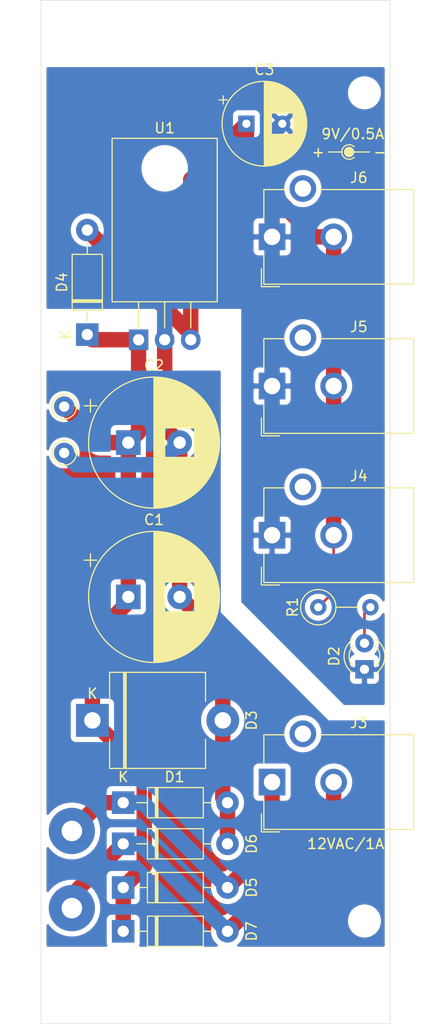
<source format=kicad_pcb>
(kicad_pcb (version 20171130) (host pcbnew 5.1.5+dfsg1-2build2)

  (general
    (thickness 1.6)
    (drawings 15)
    (tracks 61)
    (zones 0)
    (modules 22)
    (nets 7)
  )

  (page A4)
  (layers
    (0 F.Cu signal)
    (31 B.Cu signal)
    (32 B.Adhes user)
    (33 F.Adhes user)
    (34 B.Paste user)
    (35 F.Paste user)
    (36 B.SilkS user)
    (37 F.SilkS user)
    (38 B.Mask user)
    (39 F.Mask user)
    (40 Dwgs.User user)
    (41 Cmts.User user)
    (42 Eco1.User user)
    (43 Eco2.User user)
    (44 Edge.Cuts user)
    (45 Margin user)
    (46 B.CrtYd user)
    (47 F.CrtYd user)
    (48 B.Fab user hide)
    (49 F.Fab user hide)
  )

  (setup
    (last_trace_width 1.5)
    (user_trace_width 1.5)
    (trace_clearance 0.2)
    (zone_clearance 0.508)
    (zone_45_only no)
    (trace_min 0.2)
    (via_size 0.8)
    (via_drill 0.4)
    (via_min_size 0.4)
    (via_min_drill 0.3)
    (uvia_size 0.3)
    (uvia_drill 0.1)
    (uvias_allowed no)
    (uvia_min_size 0.2)
    (uvia_min_drill 0.1)
    (edge_width 0.05)
    (segment_width 0.2)
    (pcb_text_width 0.3)
    (pcb_text_size 1.5 1.5)
    (mod_edge_width 0.12)
    (mod_text_size 1 1)
    (mod_text_width 0.15)
    (pad_size 1.524 1.524)
    (pad_drill 0.762)
    (pad_to_mask_clearance 0.051)
    (solder_mask_min_width 0.25)
    (aux_axis_origin 0 0)
    (visible_elements FFFFFF7F)
    (pcbplotparams
      (layerselection 0x010fc_ffffffff)
      (usegerberextensions true)
      (usegerberattributes false)
      (usegerberadvancedattributes false)
      (creategerberjobfile false)
      (excludeedgelayer true)
      (linewidth 0.100000)
      (plotframeref false)
      (viasonmask false)
      (mode 1)
      (useauxorigin false)
      (hpglpennumber 1)
      (hpglpenspeed 20)
      (hpglpendiameter 15.000000)
      (psnegative false)
      (psa4output false)
      (plotreference true)
      (plotvalue true)
      (plotinvisibletext false)
      (padsonsilk true)
      (subtractmaskfromsilk false)
      (outputformat 1)
      (mirror false)
      (drillshape 0)
      (scaleselection 1)
      (outputdirectory "gerbers/"))
  )

  (net 0 "")
  (net 1 GND)
  (net 2 "Net-(C1-Pad1)")
  (net 3 "Net-(D2-Pad2)")
  (net 4 +9V)
  (net 5 "Net-(D1-Pad1)")
  (net 6 "Net-(D6-Pad1)")

  (net_class Default "This is the default net class."
    (clearance 0.2)
    (trace_width 0.25)
    (via_dia 0.8)
    (via_drill 0.4)
    (uvia_dia 0.3)
    (uvia_drill 0.1)
    (add_net +9V)
    (add_net GND)
    (add_net "Net-(C1-Pad1)")
    (add_net "Net-(D1-Pad1)")
    (add_net "Net-(D2-Pad2)")
    (add_net "Net-(D6-Pad1)")
  )

  (module TestPoint:TestPoint_THTPad_D2.0mm_Drill1.0mm (layer F.Cu) (tedit 5A0F774F) (tstamp 629A14E7)
    (at 134.25 81)
    (descr "THT pad as test Point, diameter 2.0mm, hole diameter 1.0mm")
    (tags "test point THT pad")
    (path /629F6F15)
    (attr virtual)
    (fp_text reference TP2 (at 0 -1.998) (layer F.SilkS) hide
      (effects (font (size 1 1) (thickness 0.15)))
    )
    (fp_text value TestPoint (at 0 2.05) (layer F.Fab)
      (effects (font (size 1 1) (thickness 0.15)))
    )
    (fp_circle (center 0 0) (end 0 1.2) (layer F.SilkS) (width 0.12))
    (fp_circle (center 0 0) (end 1.5 0) (layer F.CrtYd) (width 0.05))
    (fp_text user %R (at 0 -2) (layer F.Fab)
      (effects (font (size 1 1) (thickness 0.15)))
    )
    (pad 1 thru_hole circle (at 0 0) (size 2 2) (drill 1) (layers *.Cu *.Mask)
      (net 1 GND))
  )

  (module TestPoint:TestPoint_THTPad_D2.0mm_Drill1.0mm (layer F.Cu) (tedit 5A0F774F) (tstamp 629A14DF)
    (at 134.25 76.5)
    (descr "THT pad as test Point, diameter 2.0mm, hole diameter 1.0mm")
    (tags "test point THT pad")
    (path /629F65CD)
    (attr virtual)
    (fp_text reference TP1 (at 0 -1.998) (layer F.SilkS) hide
      (effects (font (size 1 1) (thickness 0.15)))
    )
    (fp_text value TestPoint (at 0 2.05) (layer F.Fab)
      (effects (font (size 1 1) (thickness 0.15)))
    )
    (fp_circle (center 0 0) (end 0 1.2) (layer F.SilkS) (width 0.12))
    (fp_circle (center 0 0) (end 1.5 0) (layer F.CrtYd) (width 0.05))
    (fp_text user %R (at 0 -2) (layer F.Fab)
      (effects (font (size 1 1) (thickness 0.15)))
    )
    (pad 1 thru_hole circle (at 0 0) (size 2 2) (drill 1) (layers *.Cu *.Mask)
      (net 2 "Net-(C1-Pad1)"))
  )

  (module Resistor_THT:R_Axial_DIN0309_L9.0mm_D3.2mm_P5.08mm_Vertical (layer F.Cu) (tedit 5AE5139B) (tstamp 6299EC98)
    (at 159 96)
    (descr "Resistor, Axial_DIN0309 series, Axial, Vertical, pin pitch=5.08mm, 0.5W = 1/2W, length*diameter=9*3.2mm^2, http://cdn-reichelt.de/documents/datenblatt/B400/1_4W%23YAG.pdf")
    (tags "Resistor Axial_DIN0309 series Axial Vertical pin pitch 5.08mm 0.5W = 1/2W length 9mm diameter 3.2mm")
    (path /6298C31E)
    (fp_text reference R1 (at -2.5 0 90) (layer F.SilkS)
      (effects (font (size 1 1) (thickness 0.15)))
    )
    (fp_text value R_Small (at 2.54 2.72) (layer F.Fab)
      (effects (font (size 1 1) (thickness 0.15)))
    )
    (fp_text user %R (at 2.54 -2.72) (layer F.Fab)
      (effects (font (size 1 1) (thickness 0.15)))
    )
    (fp_line (start 6.13 -1.85) (end -1.85 -1.85) (layer F.CrtYd) (width 0.05))
    (fp_line (start 6.13 1.85) (end 6.13 -1.85) (layer F.CrtYd) (width 0.05))
    (fp_line (start -1.85 1.85) (end 6.13 1.85) (layer F.CrtYd) (width 0.05))
    (fp_line (start -1.85 -1.85) (end -1.85 1.85) (layer F.CrtYd) (width 0.05))
    (fp_line (start 1.72 0) (end 3.98 0) (layer F.SilkS) (width 0.12))
    (fp_line (start 0 0) (end 5.08 0) (layer F.Fab) (width 0.1))
    (fp_circle (center 0 0) (end 1.72 0) (layer F.SilkS) (width 0.12))
    (fp_circle (center 0 0) (end 1.6 0) (layer F.Fab) (width 0.1))
    (pad 2 thru_hole oval (at 5.08 0) (size 1.6 1.6) (drill 0.8) (layers *.Cu *.Mask)
      (net 3 "Net-(D2-Pad2)"))
    (pad 1 thru_hole circle (at 0 0) (size 1.6 1.6) (drill 0.8) (layers *.Cu *.Mask)
      (net 4 +9V))
    (model ${KISYS3DMOD}/Resistor_THT.3dshapes/R_Axial_DIN0309_L9.0mm_D3.2mm_P5.08mm_Vertical.wrl
      (at (xyz 0 0 0))
      (scale (xyz 1 1 1))
      (rotate (xyz 0 0 0))
    )
  )

  (module Capacitor_THT:CP_Radial_D8.0mm_P3.50mm (layer F.Cu) (tedit 5AE50EF0) (tstamp 6299C3A0)
    (at 152 49)
    (descr "CP, Radial series, Radial, pin pitch=3.50mm, , diameter=8mm, Electrolytic Capacitor")
    (tags "CP Radial series Radial pin pitch 3.50mm  diameter 8mm Electrolytic Capacitor")
    (path /629DFCC0)
    (fp_text reference C3 (at 1.75 -5.25) (layer F.SilkS)
      (effects (font (size 1 1) (thickness 0.15)))
    )
    (fp_text value CP (at 1.75 5.25) (layer F.Fab)
      (effects (font (size 1 1) (thickness 0.15)))
    )
    (fp_text user %R (at 1.75 0) (layer F.Fab)
      (effects (font (size 1 1) (thickness 0.15)))
    )
    (fp_line (start -2.259698 -2.715) (end -2.259698 -1.915) (layer F.SilkS) (width 0.12))
    (fp_line (start -2.659698 -2.315) (end -1.859698 -2.315) (layer F.SilkS) (width 0.12))
    (fp_line (start 5.831 -0.533) (end 5.831 0.533) (layer F.SilkS) (width 0.12))
    (fp_line (start 5.791 -0.768) (end 5.791 0.768) (layer F.SilkS) (width 0.12))
    (fp_line (start 5.751 -0.948) (end 5.751 0.948) (layer F.SilkS) (width 0.12))
    (fp_line (start 5.711 -1.098) (end 5.711 1.098) (layer F.SilkS) (width 0.12))
    (fp_line (start 5.671 -1.229) (end 5.671 1.229) (layer F.SilkS) (width 0.12))
    (fp_line (start 5.631 -1.346) (end 5.631 1.346) (layer F.SilkS) (width 0.12))
    (fp_line (start 5.591 -1.453) (end 5.591 1.453) (layer F.SilkS) (width 0.12))
    (fp_line (start 5.551 -1.552) (end 5.551 1.552) (layer F.SilkS) (width 0.12))
    (fp_line (start 5.511 -1.645) (end 5.511 1.645) (layer F.SilkS) (width 0.12))
    (fp_line (start 5.471 -1.731) (end 5.471 1.731) (layer F.SilkS) (width 0.12))
    (fp_line (start 5.431 -1.813) (end 5.431 1.813) (layer F.SilkS) (width 0.12))
    (fp_line (start 5.391 -1.89) (end 5.391 1.89) (layer F.SilkS) (width 0.12))
    (fp_line (start 5.351 -1.964) (end 5.351 1.964) (layer F.SilkS) (width 0.12))
    (fp_line (start 5.311 -2.034) (end 5.311 2.034) (layer F.SilkS) (width 0.12))
    (fp_line (start 5.271 -2.102) (end 5.271 2.102) (layer F.SilkS) (width 0.12))
    (fp_line (start 5.231 -2.166) (end 5.231 2.166) (layer F.SilkS) (width 0.12))
    (fp_line (start 5.191 -2.228) (end 5.191 2.228) (layer F.SilkS) (width 0.12))
    (fp_line (start 5.151 -2.287) (end 5.151 2.287) (layer F.SilkS) (width 0.12))
    (fp_line (start 5.111 -2.345) (end 5.111 2.345) (layer F.SilkS) (width 0.12))
    (fp_line (start 5.071 -2.4) (end 5.071 2.4) (layer F.SilkS) (width 0.12))
    (fp_line (start 5.031 -2.454) (end 5.031 2.454) (layer F.SilkS) (width 0.12))
    (fp_line (start 4.991 -2.505) (end 4.991 2.505) (layer F.SilkS) (width 0.12))
    (fp_line (start 4.951 -2.556) (end 4.951 2.556) (layer F.SilkS) (width 0.12))
    (fp_line (start 4.911 -2.604) (end 4.911 2.604) (layer F.SilkS) (width 0.12))
    (fp_line (start 4.871 -2.651) (end 4.871 2.651) (layer F.SilkS) (width 0.12))
    (fp_line (start 4.831 -2.697) (end 4.831 2.697) (layer F.SilkS) (width 0.12))
    (fp_line (start 4.791 -2.741) (end 4.791 2.741) (layer F.SilkS) (width 0.12))
    (fp_line (start 4.751 -2.784) (end 4.751 2.784) (layer F.SilkS) (width 0.12))
    (fp_line (start 4.711 -2.826) (end 4.711 2.826) (layer F.SilkS) (width 0.12))
    (fp_line (start 4.671 -2.867) (end 4.671 2.867) (layer F.SilkS) (width 0.12))
    (fp_line (start 4.631 -2.907) (end 4.631 2.907) (layer F.SilkS) (width 0.12))
    (fp_line (start 4.591 -2.945) (end 4.591 2.945) (layer F.SilkS) (width 0.12))
    (fp_line (start 4.551 -2.983) (end 4.551 2.983) (layer F.SilkS) (width 0.12))
    (fp_line (start 4.511 1.04) (end 4.511 3.019) (layer F.SilkS) (width 0.12))
    (fp_line (start 4.511 -3.019) (end 4.511 -1.04) (layer F.SilkS) (width 0.12))
    (fp_line (start 4.471 1.04) (end 4.471 3.055) (layer F.SilkS) (width 0.12))
    (fp_line (start 4.471 -3.055) (end 4.471 -1.04) (layer F.SilkS) (width 0.12))
    (fp_line (start 4.431 1.04) (end 4.431 3.09) (layer F.SilkS) (width 0.12))
    (fp_line (start 4.431 -3.09) (end 4.431 -1.04) (layer F.SilkS) (width 0.12))
    (fp_line (start 4.391 1.04) (end 4.391 3.124) (layer F.SilkS) (width 0.12))
    (fp_line (start 4.391 -3.124) (end 4.391 -1.04) (layer F.SilkS) (width 0.12))
    (fp_line (start 4.351 1.04) (end 4.351 3.156) (layer F.SilkS) (width 0.12))
    (fp_line (start 4.351 -3.156) (end 4.351 -1.04) (layer F.SilkS) (width 0.12))
    (fp_line (start 4.311 1.04) (end 4.311 3.189) (layer F.SilkS) (width 0.12))
    (fp_line (start 4.311 -3.189) (end 4.311 -1.04) (layer F.SilkS) (width 0.12))
    (fp_line (start 4.271 1.04) (end 4.271 3.22) (layer F.SilkS) (width 0.12))
    (fp_line (start 4.271 -3.22) (end 4.271 -1.04) (layer F.SilkS) (width 0.12))
    (fp_line (start 4.231 1.04) (end 4.231 3.25) (layer F.SilkS) (width 0.12))
    (fp_line (start 4.231 -3.25) (end 4.231 -1.04) (layer F.SilkS) (width 0.12))
    (fp_line (start 4.191 1.04) (end 4.191 3.28) (layer F.SilkS) (width 0.12))
    (fp_line (start 4.191 -3.28) (end 4.191 -1.04) (layer F.SilkS) (width 0.12))
    (fp_line (start 4.151 1.04) (end 4.151 3.309) (layer F.SilkS) (width 0.12))
    (fp_line (start 4.151 -3.309) (end 4.151 -1.04) (layer F.SilkS) (width 0.12))
    (fp_line (start 4.111 1.04) (end 4.111 3.338) (layer F.SilkS) (width 0.12))
    (fp_line (start 4.111 -3.338) (end 4.111 -1.04) (layer F.SilkS) (width 0.12))
    (fp_line (start 4.071 1.04) (end 4.071 3.365) (layer F.SilkS) (width 0.12))
    (fp_line (start 4.071 -3.365) (end 4.071 -1.04) (layer F.SilkS) (width 0.12))
    (fp_line (start 4.031 1.04) (end 4.031 3.392) (layer F.SilkS) (width 0.12))
    (fp_line (start 4.031 -3.392) (end 4.031 -1.04) (layer F.SilkS) (width 0.12))
    (fp_line (start 3.991 1.04) (end 3.991 3.418) (layer F.SilkS) (width 0.12))
    (fp_line (start 3.991 -3.418) (end 3.991 -1.04) (layer F.SilkS) (width 0.12))
    (fp_line (start 3.951 1.04) (end 3.951 3.444) (layer F.SilkS) (width 0.12))
    (fp_line (start 3.951 -3.444) (end 3.951 -1.04) (layer F.SilkS) (width 0.12))
    (fp_line (start 3.911 1.04) (end 3.911 3.469) (layer F.SilkS) (width 0.12))
    (fp_line (start 3.911 -3.469) (end 3.911 -1.04) (layer F.SilkS) (width 0.12))
    (fp_line (start 3.871 1.04) (end 3.871 3.493) (layer F.SilkS) (width 0.12))
    (fp_line (start 3.871 -3.493) (end 3.871 -1.04) (layer F.SilkS) (width 0.12))
    (fp_line (start 3.831 1.04) (end 3.831 3.517) (layer F.SilkS) (width 0.12))
    (fp_line (start 3.831 -3.517) (end 3.831 -1.04) (layer F.SilkS) (width 0.12))
    (fp_line (start 3.791 1.04) (end 3.791 3.54) (layer F.SilkS) (width 0.12))
    (fp_line (start 3.791 -3.54) (end 3.791 -1.04) (layer F.SilkS) (width 0.12))
    (fp_line (start 3.751 1.04) (end 3.751 3.562) (layer F.SilkS) (width 0.12))
    (fp_line (start 3.751 -3.562) (end 3.751 -1.04) (layer F.SilkS) (width 0.12))
    (fp_line (start 3.711 1.04) (end 3.711 3.584) (layer F.SilkS) (width 0.12))
    (fp_line (start 3.711 -3.584) (end 3.711 -1.04) (layer F.SilkS) (width 0.12))
    (fp_line (start 3.671 1.04) (end 3.671 3.606) (layer F.SilkS) (width 0.12))
    (fp_line (start 3.671 -3.606) (end 3.671 -1.04) (layer F.SilkS) (width 0.12))
    (fp_line (start 3.631 1.04) (end 3.631 3.627) (layer F.SilkS) (width 0.12))
    (fp_line (start 3.631 -3.627) (end 3.631 -1.04) (layer F.SilkS) (width 0.12))
    (fp_line (start 3.591 1.04) (end 3.591 3.647) (layer F.SilkS) (width 0.12))
    (fp_line (start 3.591 -3.647) (end 3.591 -1.04) (layer F.SilkS) (width 0.12))
    (fp_line (start 3.551 1.04) (end 3.551 3.666) (layer F.SilkS) (width 0.12))
    (fp_line (start 3.551 -3.666) (end 3.551 -1.04) (layer F.SilkS) (width 0.12))
    (fp_line (start 3.511 1.04) (end 3.511 3.686) (layer F.SilkS) (width 0.12))
    (fp_line (start 3.511 -3.686) (end 3.511 -1.04) (layer F.SilkS) (width 0.12))
    (fp_line (start 3.471 1.04) (end 3.471 3.704) (layer F.SilkS) (width 0.12))
    (fp_line (start 3.471 -3.704) (end 3.471 -1.04) (layer F.SilkS) (width 0.12))
    (fp_line (start 3.431 1.04) (end 3.431 3.722) (layer F.SilkS) (width 0.12))
    (fp_line (start 3.431 -3.722) (end 3.431 -1.04) (layer F.SilkS) (width 0.12))
    (fp_line (start 3.391 1.04) (end 3.391 3.74) (layer F.SilkS) (width 0.12))
    (fp_line (start 3.391 -3.74) (end 3.391 -1.04) (layer F.SilkS) (width 0.12))
    (fp_line (start 3.351 1.04) (end 3.351 3.757) (layer F.SilkS) (width 0.12))
    (fp_line (start 3.351 -3.757) (end 3.351 -1.04) (layer F.SilkS) (width 0.12))
    (fp_line (start 3.311 1.04) (end 3.311 3.774) (layer F.SilkS) (width 0.12))
    (fp_line (start 3.311 -3.774) (end 3.311 -1.04) (layer F.SilkS) (width 0.12))
    (fp_line (start 3.271 1.04) (end 3.271 3.79) (layer F.SilkS) (width 0.12))
    (fp_line (start 3.271 -3.79) (end 3.271 -1.04) (layer F.SilkS) (width 0.12))
    (fp_line (start 3.231 1.04) (end 3.231 3.805) (layer F.SilkS) (width 0.12))
    (fp_line (start 3.231 -3.805) (end 3.231 -1.04) (layer F.SilkS) (width 0.12))
    (fp_line (start 3.191 1.04) (end 3.191 3.821) (layer F.SilkS) (width 0.12))
    (fp_line (start 3.191 -3.821) (end 3.191 -1.04) (layer F.SilkS) (width 0.12))
    (fp_line (start 3.151 1.04) (end 3.151 3.835) (layer F.SilkS) (width 0.12))
    (fp_line (start 3.151 -3.835) (end 3.151 -1.04) (layer F.SilkS) (width 0.12))
    (fp_line (start 3.111 1.04) (end 3.111 3.85) (layer F.SilkS) (width 0.12))
    (fp_line (start 3.111 -3.85) (end 3.111 -1.04) (layer F.SilkS) (width 0.12))
    (fp_line (start 3.071 1.04) (end 3.071 3.863) (layer F.SilkS) (width 0.12))
    (fp_line (start 3.071 -3.863) (end 3.071 -1.04) (layer F.SilkS) (width 0.12))
    (fp_line (start 3.031 1.04) (end 3.031 3.877) (layer F.SilkS) (width 0.12))
    (fp_line (start 3.031 -3.877) (end 3.031 -1.04) (layer F.SilkS) (width 0.12))
    (fp_line (start 2.991 1.04) (end 2.991 3.889) (layer F.SilkS) (width 0.12))
    (fp_line (start 2.991 -3.889) (end 2.991 -1.04) (layer F.SilkS) (width 0.12))
    (fp_line (start 2.951 1.04) (end 2.951 3.902) (layer F.SilkS) (width 0.12))
    (fp_line (start 2.951 -3.902) (end 2.951 -1.04) (layer F.SilkS) (width 0.12))
    (fp_line (start 2.911 1.04) (end 2.911 3.914) (layer F.SilkS) (width 0.12))
    (fp_line (start 2.911 -3.914) (end 2.911 -1.04) (layer F.SilkS) (width 0.12))
    (fp_line (start 2.871 1.04) (end 2.871 3.925) (layer F.SilkS) (width 0.12))
    (fp_line (start 2.871 -3.925) (end 2.871 -1.04) (layer F.SilkS) (width 0.12))
    (fp_line (start 2.831 1.04) (end 2.831 3.936) (layer F.SilkS) (width 0.12))
    (fp_line (start 2.831 -3.936) (end 2.831 -1.04) (layer F.SilkS) (width 0.12))
    (fp_line (start 2.791 1.04) (end 2.791 3.947) (layer F.SilkS) (width 0.12))
    (fp_line (start 2.791 -3.947) (end 2.791 -1.04) (layer F.SilkS) (width 0.12))
    (fp_line (start 2.751 1.04) (end 2.751 3.957) (layer F.SilkS) (width 0.12))
    (fp_line (start 2.751 -3.957) (end 2.751 -1.04) (layer F.SilkS) (width 0.12))
    (fp_line (start 2.711 1.04) (end 2.711 3.967) (layer F.SilkS) (width 0.12))
    (fp_line (start 2.711 -3.967) (end 2.711 -1.04) (layer F.SilkS) (width 0.12))
    (fp_line (start 2.671 1.04) (end 2.671 3.976) (layer F.SilkS) (width 0.12))
    (fp_line (start 2.671 -3.976) (end 2.671 -1.04) (layer F.SilkS) (width 0.12))
    (fp_line (start 2.631 1.04) (end 2.631 3.985) (layer F.SilkS) (width 0.12))
    (fp_line (start 2.631 -3.985) (end 2.631 -1.04) (layer F.SilkS) (width 0.12))
    (fp_line (start 2.591 1.04) (end 2.591 3.994) (layer F.SilkS) (width 0.12))
    (fp_line (start 2.591 -3.994) (end 2.591 -1.04) (layer F.SilkS) (width 0.12))
    (fp_line (start 2.551 1.04) (end 2.551 4.002) (layer F.SilkS) (width 0.12))
    (fp_line (start 2.551 -4.002) (end 2.551 -1.04) (layer F.SilkS) (width 0.12))
    (fp_line (start 2.511 1.04) (end 2.511 4.01) (layer F.SilkS) (width 0.12))
    (fp_line (start 2.511 -4.01) (end 2.511 -1.04) (layer F.SilkS) (width 0.12))
    (fp_line (start 2.471 1.04) (end 2.471 4.017) (layer F.SilkS) (width 0.12))
    (fp_line (start 2.471 -4.017) (end 2.471 -1.04) (layer F.SilkS) (width 0.12))
    (fp_line (start 2.43 -4.024) (end 2.43 4.024) (layer F.SilkS) (width 0.12))
    (fp_line (start 2.39 -4.03) (end 2.39 4.03) (layer F.SilkS) (width 0.12))
    (fp_line (start 2.35 -4.037) (end 2.35 4.037) (layer F.SilkS) (width 0.12))
    (fp_line (start 2.31 -4.042) (end 2.31 4.042) (layer F.SilkS) (width 0.12))
    (fp_line (start 2.27 -4.048) (end 2.27 4.048) (layer F.SilkS) (width 0.12))
    (fp_line (start 2.23 -4.052) (end 2.23 4.052) (layer F.SilkS) (width 0.12))
    (fp_line (start 2.19 -4.057) (end 2.19 4.057) (layer F.SilkS) (width 0.12))
    (fp_line (start 2.15 -4.061) (end 2.15 4.061) (layer F.SilkS) (width 0.12))
    (fp_line (start 2.11 -4.065) (end 2.11 4.065) (layer F.SilkS) (width 0.12))
    (fp_line (start 2.07 -4.068) (end 2.07 4.068) (layer F.SilkS) (width 0.12))
    (fp_line (start 2.03 -4.071) (end 2.03 4.071) (layer F.SilkS) (width 0.12))
    (fp_line (start 1.99 -4.074) (end 1.99 4.074) (layer F.SilkS) (width 0.12))
    (fp_line (start 1.95 -4.076) (end 1.95 4.076) (layer F.SilkS) (width 0.12))
    (fp_line (start 1.91 -4.077) (end 1.91 4.077) (layer F.SilkS) (width 0.12))
    (fp_line (start 1.87 -4.079) (end 1.87 4.079) (layer F.SilkS) (width 0.12))
    (fp_line (start 1.83 -4.08) (end 1.83 4.08) (layer F.SilkS) (width 0.12))
    (fp_line (start 1.79 -4.08) (end 1.79 4.08) (layer F.SilkS) (width 0.12))
    (fp_line (start 1.75 -4.08) (end 1.75 4.08) (layer F.SilkS) (width 0.12))
    (fp_line (start -1.276759 -2.1475) (end -1.276759 -1.3475) (layer F.Fab) (width 0.1))
    (fp_line (start -1.676759 -1.7475) (end -0.876759 -1.7475) (layer F.Fab) (width 0.1))
    (fp_circle (center 1.75 0) (end 6 0) (layer F.CrtYd) (width 0.05))
    (fp_circle (center 1.75 0) (end 5.87 0) (layer F.SilkS) (width 0.12))
    (fp_circle (center 1.75 0) (end 5.75 0) (layer F.Fab) (width 0.1))
    (pad 2 thru_hole circle (at 3.5 0) (size 1.6 1.6) (drill 0.8) (layers *.Cu *.Mask)
      (net 1 GND))
    (pad 1 thru_hole rect (at 0 0) (size 1.6 1.6) (drill 0.8) (layers *.Cu *.Mask)
      (net 4 +9V))
    (model ${KISYS3DMOD}/Capacitor_THT.3dshapes/CP_Radial_D8.0mm_P3.50mm.wrl
      (at (xyz 0 0 0))
      (scale (xyz 1 1 1))
      (rotate (xyz 0 0 0))
    )
  )

  (module Diode_THT:D_DO-41_SOD81_P10.16mm_Horizontal (layer F.Cu) (tedit 5AE50CD5) (tstamp 6299D537)
    (at 136.5 69.5 90)
    (descr "Diode, DO-41_SOD81 series, Axial, Horizontal, pin pitch=10.16mm, , length*diameter=5.2*2.7mm^2, , http://www.diodes.com/_files/packages/DO-41%20(Plastic).pdf")
    (tags "Diode DO-41_SOD81 series Axial Horizontal pin pitch 10.16mm  length 5.2mm diameter 2.7mm")
    (path /629B1571)
    (fp_text reference D4 (at 5.08 -2.47 90) (layer F.SilkS)
      (effects (font (size 1 1) (thickness 0.15)))
    )
    (fp_text value 1N4007 (at 5.08 2.47 90) (layer F.Fab)
      (effects (font (size 1 1) (thickness 0.15)))
    )
    (fp_text user K (at 0 -2.1 90) (layer F.SilkS)
      (effects (font (size 1 1) (thickness 0.15)))
    )
    (fp_text user K (at 0 -2.1 90) (layer F.Fab)
      (effects (font (size 1 1) (thickness 0.15)))
    )
    (fp_text user %R (at 5.47 0 90) (layer F.Fab)
      (effects (font (size 1 1) (thickness 0.15)))
    )
    (fp_line (start 11.51 -1.6) (end -1.35 -1.6) (layer F.CrtYd) (width 0.05))
    (fp_line (start 11.51 1.6) (end 11.51 -1.6) (layer F.CrtYd) (width 0.05))
    (fp_line (start -1.35 1.6) (end 11.51 1.6) (layer F.CrtYd) (width 0.05))
    (fp_line (start -1.35 -1.6) (end -1.35 1.6) (layer F.CrtYd) (width 0.05))
    (fp_line (start 3.14 -1.47) (end 3.14 1.47) (layer F.SilkS) (width 0.12))
    (fp_line (start 3.38 -1.47) (end 3.38 1.47) (layer F.SilkS) (width 0.12))
    (fp_line (start 3.26 -1.47) (end 3.26 1.47) (layer F.SilkS) (width 0.12))
    (fp_line (start 8.82 0) (end 7.8 0) (layer F.SilkS) (width 0.12))
    (fp_line (start 1.34 0) (end 2.36 0) (layer F.SilkS) (width 0.12))
    (fp_line (start 7.8 -1.47) (end 2.36 -1.47) (layer F.SilkS) (width 0.12))
    (fp_line (start 7.8 1.47) (end 7.8 -1.47) (layer F.SilkS) (width 0.12))
    (fp_line (start 2.36 1.47) (end 7.8 1.47) (layer F.SilkS) (width 0.12))
    (fp_line (start 2.36 -1.47) (end 2.36 1.47) (layer F.SilkS) (width 0.12))
    (fp_line (start 3.16 -1.35) (end 3.16 1.35) (layer F.Fab) (width 0.1))
    (fp_line (start 3.36 -1.35) (end 3.36 1.35) (layer F.Fab) (width 0.1))
    (fp_line (start 3.26 -1.35) (end 3.26 1.35) (layer F.Fab) (width 0.1))
    (fp_line (start 10.16 0) (end 7.68 0) (layer F.Fab) (width 0.1))
    (fp_line (start 0 0) (end 2.48 0) (layer F.Fab) (width 0.1))
    (fp_line (start 7.68 -1.35) (end 2.48 -1.35) (layer F.Fab) (width 0.1))
    (fp_line (start 7.68 1.35) (end 7.68 -1.35) (layer F.Fab) (width 0.1))
    (fp_line (start 2.48 1.35) (end 7.68 1.35) (layer F.Fab) (width 0.1))
    (fp_line (start 2.48 -1.35) (end 2.48 1.35) (layer F.Fab) (width 0.1))
    (pad 2 thru_hole oval (at 10.16 0 90) (size 2.2 2.2) (drill 1.1) (layers *.Cu *.Mask)
      (net 4 +9V))
    (pad 1 thru_hole rect (at 0 0 90) (size 2.2 2.2) (drill 1.1) (layers *.Cu *.Mask)
      (net 2 "Net-(C1-Pad1)"))
    (model ${KISYS3DMOD}/Diode_THT.3dshapes/D_DO-41_SOD81_P10.16mm_Horizontal.wrl
      (at (xyz 0 0 0))
      (scale (xyz 1 1 1))
      (rotate (xyz 0 0 0))
    )
  )

  (module Package_TO_SOT_THT:TO-220-3_Horizontal_TabDown (layer F.Cu) (tedit 5AC8BA0D) (tstamp 6299A17F)
    (at 141.5 70)
    (descr "TO-220-3, Horizontal, RM 2.54mm, see https://www.vishay.com/docs/66542/to-220-1.pdf")
    (tags "TO-220-3 Horizontal RM 2.54mm")
    (path /62988661)
    (fp_text reference U1 (at 2.54 -20.58) (layer F.SilkS)
      (effects (font (size 1 1) (thickness 0.15)))
    )
    (fp_text value L78S09CV (at 2.54 2) (layer F.Fab)
      (effects (font (size 1 1) (thickness 0.15)))
    )
    (fp_text user %R (at 2.54 -20.58) (layer F.Fab)
      (effects (font (size 1 1) (thickness 0.15)))
    )
    (fp_line (start 7.79 -19.71) (end -2.71 -19.71) (layer F.CrtYd) (width 0.05))
    (fp_line (start 7.79 1.25) (end 7.79 -19.71) (layer F.CrtYd) (width 0.05))
    (fp_line (start -2.71 1.25) (end 7.79 1.25) (layer F.CrtYd) (width 0.05))
    (fp_line (start -2.71 -19.71) (end -2.71 1.25) (layer F.CrtYd) (width 0.05))
    (fp_line (start 5.08 -3.69) (end 5.08 -1.15) (layer F.SilkS) (width 0.12))
    (fp_line (start 2.54 -3.69) (end 2.54 -1.15) (layer F.SilkS) (width 0.12))
    (fp_line (start 0 -3.69) (end 0 -1.15) (layer F.SilkS) (width 0.12))
    (fp_line (start 7.66 -19.58) (end 7.66 -3.69) (layer F.SilkS) (width 0.12))
    (fp_line (start -2.58 -19.58) (end -2.58 -3.69) (layer F.SilkS) (width 0.12))
    (fp_line (start -2.58 -19.58) (end 7.66 -19.58) (layer F.SilkS) (width 0.12))
    (fp_line (start -2.58 -3.69) (end 7.66 -3.69) (layer F.SilkS) (width 0.12))
    (fp_line (start 5.08 -3.81) (end 5.08 0) (layer F.Fab) (width 0.1))
    (fp_line (start 2.54 -3.81) (end 2.54 0) (layer F.Fab) (width 0.1))
    (fp_line (start 0 -3.81) (end 0 0) (layer F.Fab) (width 0.1))
    (fp_line (start 7.54 -3.81) (end -2.46 -3.81) (layer F.Fab) (width 0.1))
    (fp_line (start 7.54 -13.06) (end 7.54 -3.81) (layer F.Fab) (width 0.1))
    (fp_line (start -2.46 -13.06) (end 7.54 -13.06) (layer F.Fab) (width 0.1))
    (fp_line (start -2.46 -3.81) (end -2.46 -13.06) (layer F.Fab) (width 0.1))
    (fp_line (start 7.54 -13.06) (end -2.46 -13.06) (layer F.Fab) (width 0.1))
    (fp_line (start 7.54 -19.46) (end 7.54 -13.06) (layer F.Fab) (width 0.1))
    (fp_line (start -2.46 -19.46) (end 7.54 -19.46) (layer F.Fab) (width 0.1))
    (fp_line (start -2.46 -13.06) (end -2.46 -19.46) (layer F.Fab) (width 0.1))
    (fp_circle (center 2.54 -16.66) (end 4.39 -16.66) (layer F.Fab) (width 0.1))
    (pad 3 thru_hole oval (at 5.08 0) (size 1.905 2) (drill 1.1) (layers *.Cu *.Mask)
      (net 4 +9V))
    (pad 2 thru_hole oval (at 2.54 0) (size 1.905 2) (drill 1.1) (layers *.Cu *.Mask)
      (net 1 GND))
    (pad 1 thru_hole rect (at 0 0) (size 1.905 2) (drill 1.1) (layers *.Cu *.Mask)
      (net 2 "Net-(C1-Pad1)"))
    (pad "" np_thru_hole oval (at 2.54 -16.66) (size 3.5 3.5) (drill 3.5) (layers *.Cu *.Mask))
    (model ${KISYS3DMOD}/Package_TO_SOT_THT.3dshapes/TO-220-3_Horizontal_TabDown.wrl
      (at (xyz 0 0 0))
      (scale (xyz 1 1 1))
      (rotate (xyz 0 0 0))
    )
  )

  (module Capacitor_THT:CP_Radial_D12.5mm_P5.00mm (layer F.Cu) (tedit 5AE50EF1) (tstamp 629996F6)
    (at 140.5 80)
    (descr "CP, Radial series, Radial, pin pitch=5.00mm, , diameter=12.5mm, Electrolytic Capacitor")
    (tags "CP Radial series Radial pin pitch 5.00mm  diameter 12.5mm Electrolytic Capacitor")
    (path /629CD970)
    (fp_text reference C2 (at 2.5 -7.5) (layer F.SilkS)
      (effects (font (size 1 1) (thickness 0.15)))
    )
    (fp_text value C (at 2.5 7.5) (layer F.Fab)
      (effects (font (size 1 1) (thickness 0.15)))
    )
    (fp_text user %R (at 2.5 0) (layer F.Fab)
      (effects (font (size 1 1) (thickness 0.15)))
    )
    (fp_line (start -3.692082 -4.2) (end -3.692082 -2.95) (layer F.SilkS) (width 0.12))
    (fp_line (start -4.317082 -3.575) (end -3.067082 -3.575) (layer F.SilkS) (width 0.12))
    (fp_line (start 8.861 -0.317) (end 8.861 0.317) (layer F.SilkS) (width 0.12))
    (fp_line (start 8.821 -0.757) (end 8.821 0.757) (layer F.SilkS) (width 0.12))
    (fp_line (start 8.781 -1.028) (end 8.781 1.028) (layer F.SilkS) (width 0.12))
    (fp_line (start 8.741 -1.241) (end 8.741 1.241) (layer F.SilkS) (width 0.12))
    (fp_line (start 8.701 -1.422) (end 8.701 1.422) (layer F.SilkS) (width 0.12))
    (fp_line (start 8.661 -1.583) (end 8.661 1.583) (layer F.SilkS) (width 0.12))
    (fp_line (start 8.621 -1.728) (end 8.621 1.728) (layer F.SilkS) (width 0.12))
    (fp_line (start 8.581 -1.861) (end 8.581 1.861) (layer F.SilkS) (width 0.12))
    (fp_line (start 8.541 -1.984) (end 8.541 1.984) (layer F.SilkS) (width 0.12))
    (fp_line (start 8.501 -2.1) (end 8.501 2.1) (layer F.SilkS) (width 0.12))
    (fp_line (start 8.461 -2.209) (end 8.461 2.209) (layer F.SilkS) (width 0.12))
    (fp_line (start 8.421 -2.312) (end 8.421 2.312) (layer F.SilkS) (width 0.12))
    (fp_line (start 8.381 -2.41) (end 8.381 2.41) (layer F.SilkS) (width 0.12))
    (fp_line (start 8.341 -2.504) (end 8.341 2.504) (layer F.SilkS) (width 0.12))
    (fp_line (start 8.301 -2.594) (end 8.301 2.594) (layer F.SilkS) (width 0.12))
    (fp_line (start 8.261 -2.681) (end 8.261 2.681) (layer F.SilkS) (width 0.12))
    (fp_line (start 8.221 -2.764) (end 8.221 2.764) (layer F.SilkS) (width 0.12))
    (fp_line (start 8.181 -2.844) (end 8.181 2.844) (layer F.SilkS) (width 0.12))
    (fp_line (start 8.141 -2.921) (end 8.141 2.921) (layer F.SilkS) (width 0.12))
    (fp_line (start 8.101 -2.996) (end 8.101 2.996) (layer F.SilkS) (width 0.12))
    (fp_line (start 8.061 -3.069) (end 8.061 3.069) (layer F.SilkS) (width 0.12))
    (fp_line (start 8.021 -3.14) (end 8.021 3.14) (layer F.SilkS) (width 0.12))
    (fp_line (start 7.981 -3.208) (end 7.981 3.208) (layer F.SilkS) (width 0.12))
    (fp_line (start 7.941 -3.275) (end 7.941 3.275) (layer F.SilkS) (width 0.12))
    (fp_line (start 7.901 -3.339) (end 7.901 3.339) (layer F.SilkS) (width 0.12))
    (fp_line (start 7.861 -3.402) (end 7.861 3.402) (layer F.SilkS) (width 0.12))
    (fp_line (start 7.821 -3.464) (end 7.821 3.464) (layer F.SilkS) (width 0.12))
    (fp_line (start 7.781 -3.524) (end 7.781 3.524) (layer F.SilkS) (width 0.12))
    (fp_line (start 7.741 -3.583) (end 7.741 3.583) (layer F.SilkS) (width 0.12))
    (fp_line (start 7.701 -3.64) (end 7.701 3.64) (layer F.SilkS) (width 0.12))
    (fp_line (start 7.661 -3.696) (end 7.661 3.696) (layer F.SilkS) (width 0.12))
    (fp_line (start 7.621 -3.75) (end 7.621 3.75) (layer F.SilkS) (width 0.12))
    (fp_line (start 7.581 -3.804) (end 7.581 3.804) (layer F.SilkS) (width 0.12))
    (fp_line (start 7.541 -3.856) (end 7.541 3.856) (layer F.SilkS) (width 0.12))
    (fp_line (start 7.501 -3.907) (end 7.501 3.907) (layer F.SilkS) (width 0.12))
    (fp_line (start 7.461 -3.957) (end 7.461 3.957) (layer F.SilkS) (width 0.12))
    (fp_line (start 7.421 -4.007) (end 7.421 4.007) (layer F.SilkS) (width 0.12))
    (fp_line (start 7.381 -4.055) (end 7.381 4.055) (layer F.SilkS) (width 0.12))
    (fp_line (start 7.341 -4.102) (end 7.341 4.102) (layer F.SilkS) (width 0.12))
    (fp_line (start 7.301 -4.148) (end 7.301 4.148) (layer F.SilkS) (width 0.12))
    (fp_line (start 7.261 -4.194) (end 7.261 4.194) (layer F.SilkS) (width 0.12))
    (fp_line (start 7.221 -4.238) (end 7.221 4.238) (layer F.SilkS) (width 0.12))
    (fp_line (start 7.181 -4.282) (end 7.181 4.282) (layer F.SilkS) (width 0.12))
    (fp_line (start 7.141 -4.325) (end 7.141 4.325) (layer F.SilkS) (width 0.12))
    (fp_line (start 7.101 -4.367) (end 7.101 4.367) (layer F.SilkS) (width 0.12))
    (fp_line (start 7.061 -4.408) (end 7.061 4.408) (layer F.SilkS) (width 0.12))
    (fp_line (start 7.021 -4.449) (end 7.021 4.449) (layer F.SilkS) (width 0.12))
    (fp_line (start 6.981 -4.489) (end 6.981 4.489) (layer F.SilkS) (width 0.12))
    (fp_line (start 6.941 -4.528) (end 6.941 4.528) (layer F.SilkS) (width 0.12))
    (fp_line (start 6.901 -4.567) (end 6.901 4.567) (layer F.SilkS) (width 0.12))
    (fp_line (start 6.861 -4.605) (end 6.861 4.605) (layer F.SilkS) (width 0.12))
    (fp_line (start 6.821 -4.642) (end 6.821 4.642) (layer F.SilkS) (width 0.12))
    (fp_line (start 6.781 -4.678) (end 6.781 4.678) (layer F.SilkS) (width 0.12))
    (fp_line (start 6.741 -4.714) (end 6.741 4.714) (layer F.SilkS) (width 0.12))
    (fp_line (start 6.701 -4.75) (end 6.701 4.75) (layer F.SilkS) (width 0.12))
    (fp_line (start 6.661 -4.785) (end 6.661 4.785) (layer F.SilkS) (width 0.12))
    (fp_line (start 6.621 -4.819) (end 6.621 4.819) (layer F.SilkS) (width 0.12))
    (fp_line (start 6.581 -4.852) (end 6.581 4.852) (layer F.SilkS) (width 0.12))
    (fp_line (start 6.541 -4.885) (end 6.541 4.885) (layer F.SilkS) (width 0.12))
    (fp_line (start 6.501 -4.918) (end 6.501 4.918) (layer F.SilkS) (width 0.12))
    (fp_line (start 6.461 -4.95) (end 6.461 4.95) (layer F.SilkS) (width 0.12))
    (fp_line (start 6.421 1.44) (end 6.421 4.982) (layer F.SilkS) (width 0.12))
    (fp_line (start 6.421 -4.982) (end 6.421 -1.44) (layer F.SilkS) (width 0.12))
    (fp_line (start 6.381 1.44) (end 6.381 5.012) (layer F.SilkS) (width 0.12))
    (fp_line (start 6.381 -5.012) (end 6.381 -1.44) (layer F.SilkS) (width 0.12))
    (fp_line (start 6.341 1.44) (end 6.341 5.043) (layer F.SilkS) (width 0.12))
    (fp_line (start 6.341 -5.043) (end 6.341 -1.44) (layer F.SilkS) (width 0.12))
    (fp_line (start 6.301 1.44) (end 6.301 5.073) (layer F.SilkS) (width 0.12))
    (fp_line (start 6.301 -5.073) (end 6.301 -1.44) (layer F.SilkS) (width 0.12))
    (fp_line (start 6.261 1.44) (end 6.261 5.102) (layer F.SilkS) (width 0.12))
    (fp_line (start 6.261 -5.102) (end 6.261 -1.44) (layer F.SilkS) (width 0.12))
    (fp_line (start 6.221 1.44) (end 6.221 5.131) (layer F.SilkS) (width 0.12))
    (fp_line (start 6.221 -5.131) (end 6.221 -1.44) (layer F.SilkS) (width 0.12))
    (fp_line (start 6.181 1.44) (end 6.181 5.16) (layer F.SilkS) (width 0.12))
    (fp_line (start 6.181 -5.16) (end 6.181 -1.44) (layer F.SilkS) (width 0.12))
    (fp_line (start 6.141 1.44) (end 6.141 5.188) (layer F.SilkS) (width 0.12))
    (fp_line (start 6.141 -5.188) (end 6.141 -1.44) (layer F.SilkS) (width 0.12))
    (fp_line (start 6.101 1.44) (end 6.101 5.216) (layer F.SilkS) (width 0.12))
    (fp_line (start 6.101 -5.216) (end 6.101 -1.44) (layer F.SilkS) (width 0.12))
    (fp_line (start 6.061 1.44) (end 6.061 5.243) (layer F.SilkS) (width 0.12))
    (fp_line (start 6.061 -5.243) (end 6.061 -1.44) (layer F.SilkS) (width 0.12))
    (fp_line (start 6.021 1.44) (end 6.021 5.27) (layer F.SilkS) (width 0.12))
    (fp_line (start 6.021 -5.27) (end 6.021 -1.44) (layer F.SilkS) (width 0.12))
    (fp_line (start 5.981 1.44) (end 5.981 5.296) (layer F.SilkS) (width 0.12))
    (fp_line (start 5.981 -5.296) (end 5.981 -1.44) (layer F.SilkS) (width 0.12))
    (fp_line (start 5.941 1.44) (end 5.941 5.322) (layer F.SilkS) (width 0.12))
    (fp_line (start 5.941 -5.322) (end 5.941 -1.44) (layer F.SilkS) (width 0.12))
    (fp_line (start 5.901 1.44) (end 5.901 5.347) (layer F.SilkS) (width 0.12))
    (fp_line (start 5.901 -5.347) (end 5.901 -1.44) (layer F.SilkS) (width 0.12))
    (fp_line (start 5.861 1.44) (end 5.861 5.372) (layer F.SilkS) (width 0.12))
    (fp_line (start 5.861 -5.372) (end 5.861 -1.44) (layer F.SilkS) (width 0.12))
    (fp_line (start 5.821 1.44) (end 5.821 5.397) (layer F.SilkS) (width 0.12))
    (fp_line (start 5.821 -5.397) (end 5.821 -1.44) (layer F.SilkS) (width 0.12))
    (fp_line (start 5.781 1.44) (end 5.781 5.421) (layer F.SilkS) (width 0.12))
    (fp_line (start 5.781 -5.421) (end 5.781 -1.44) (layer F.SilkS) (width 0.12))
    (fp_line (start 5.741 1.44) (end 5.741 5.445) (layer F.SilkS) (width 0.12))
    (fp_line (start 5.741 -5.445) (end 5.741 -1.44) (layer F.SilkS) (width 0.12))
    (fp_line (start 5.701 1.44) (end 5.701 5.468) (layer F.SilkS) (width 0.12))
    (fp_line (start 5.701 -5.468) (end 5.701 -1.44) (layer F.SilkS) (width 0.12))
    (fp_line (start 5.661 1.44) (end 5.661 5.491) (layer F.SilkS) (width 0.12))
    (fp_line (start 5.661 -5.491) (end 5.661 -1.44) (layer F.SilkS) (width 0.12))
    (fp_line (start 5.621 1.44) (end 5.621 5.514) (layer F.SilkS) (width 0.12))
    (fp_line (start 5.621 -5.514) (end 5.621 -1.44) (layer F.SilkS) (width 0.12))
    (fp_line (start 5.581 1.44) (end 5.581 5.536) (layer F.SilkS) (width 0.12))
    (fp_line (start 5.581 -5.536) (end 5.581 -1.44) (layer F.SilkS) (width 0.12))
    (fp_line (start 5.541 1.44) (end 5.541 5.558) (layer F.SilkS) (width 0.12))
    (fp_line (start 5.541 -5.558) (end 5.541 -1.44) (layer F.SilkS) (width 0.12))
    (fp_line (start 5.501 1.44) (end 5.501 5.58) (layer F.SilkS) (width 0.12))
    (fp_line (start 5.501 -5.58) (end 5.501 -1.44) (layer F.SilkS) (width 0.12))
    (fp_line (start 5.461 1.44) (end 5.461 5.601) (layer F.SilkS) (width 0.12))
    (fp_line (start 5.461 -5.601) (end 5.461 -1.44) (layer F.SilkS) (width 0.12))
    (fp_line (start 5.421 1.44) (end 5.421 5.622) (layer F.SilkS) (width 0.12))
    (fp_line (start 5.421 -5.622) (end 5.421 -1.44) (layer F.SilkS) (width 0.12))
    (fp_line (start 5.381 1.44) (end 5.381 5.642) (layer F.SilkS) (width 0.12))
    (fp_line (start 5.381 -5.642) (end 5.381 -1.44) (layer F.SilkS) (width 0.12))
    (fp_line (start 5.341 1.44) (end 5.341 5.662) (layer F.SilkS) (width 0.12))
    (fp_line (start 5.341 -5.662) (end 5.341 -1.44) (layer F.SilkS) (width 0.12))
    (fp_line (start 5.301 1.44) (end 5.301 5.682) (layer F.SilkS) (width 0.12))
    (fp_line (start 5.301 -5.682) (end 5.301 -1.44) (layer F.SilkS) (width 0.12))
    (fp_line (start 5.261 1.44) (end 5.261 5.702) (layer F.SilkS) (width 0.12))
    (fp_line (start 5.261 -5.702) (end 5.261 -1.44) (layer F.SilkS) (width 0.12))
    (fp_line (start 5.221 1.44) (end 5.221 5.721) (layer F.SilkS) (width 0.12))
    (fp_line (start 5.221 -5.721) (end 5.221 -1.44) (layer F.SilkS) (width 0.12))
    (fp_line (start 5.181 1.44) (end 5.181 5.739) (layer F.SilkS) (width 0.12))
    (fp_line (start 5.181 -5.739) (end 5.181 -1.44) (layer F.SilkS) (width 0.12))
    (fp_line (start 5.141 1.44) (end 5.141 5.758) (layer F.SilkS) (width 0.12))
    (fp_line (start 5.141 -5.758) (end 5.141 -1.44) (layer F.SilkS) (width 0.12))
    (fp_line (start 5.101 1.44) (end 5.101 5.776) (layer F.SilkS) (width 0.12))
    (fp_line (start 5.101 -5.776) (end 5.101 -1.44) (layer F.SilkS) (width 0.12))
    (fp_line (start 5.061 1.44) (end 5.061 5.793) (layer F.SilkS) (width 0.12))
    (fp_line (start 5.061 -5.793) (end 5.061 -1.44) (layer F.SilkS) (width 0.12))
    (fp_line (start 5.021 1.44) (end 5.021 5.811) (layer F.SilkS) (width 0.12))
    (fp_line (start 5.021 -5.811) (end 5.021 -1.44) (layer F.SilkS) (width 0.12))
    (fp_line (start 4.981 1.44) (end 4.981 5.828) (layer F.SilkS) (width 0.12))
    (fp_line (start 4.981 -5.828) (end 4.981 -1.44) (layer F.SilkS) (width 0.12))
    (fp_line (start 4.941 1.44) (end 4.941 5.845) (layer F.SilkS) (width 0.12))
    (fp_line (start 4.941 -5.845) (end 4.941 -1.44) (layer F.SilkS) (width 0.12))
    (fp_line (start 4.901 1.44) (end 4.901 5.861) (layer F.SilkS) (width 0.12))
    (fp_line (start 4.901 -5.861) (end 4.901 -1.44) (layer F.SilkS) (width 0.12))
    (fp_line (start 4.861 1.44) (end 4.861 5.877) (layer F.SilkS) (width 0.12))
    (fp_line (start 4.861 -5.877) (end 4.861 -1.44) (layer F.SilkS) (width 0.12))
    (fp_line (start 4.821 1.44) (end 4.821 5.893) (layer F.SilkS) (width 0.12))
    (fp_line (start 4.821 -5.893) (end 4.821 -1.44) (layer F.SilkS) (width 0.12))
    (fp_line (start 4.781 1.44) (end 4.781 5.908) (layer F.SilkS) (width 0.12))
    (fp_line (start 4.781 -5.908) (end 4.781 -1.44) (layer F.SilkS) (width 0.12))
    (fp_line (start 4.741 1.44) (end 4.741 5.924) (layer F.SilkS) (width 0.12))
    (fp_line (start 4.741 -5.924) (end 4.741 -1.44) (layer F.SilkS) (width 0.12))
    (fp_line (start 4.701 1.44) (end 4.701 5.939) (layer F.SilkS) (width 0.12))
    (fp_line (start 4.701 -5.939) (end 4.701 -1.44) (layer F.SilkS) (width 0.12))
    (fp_line (start 4.661 1.44) (end 4.661 5.953) (layer F.SilkS) (width 0.12))
    (fp_line (start 4.661 -5.953) (end 4.661 -1.44) (layer F.SilkS) (width 0.12))
    (fp_line (start 4.621 1.44) (end 4.621 5.967) (layer F.SilkS) (width 0.12))
    (fp_line (start 4.621 -5.967) (end 4.621 -1.44) (layer F.SilkS) (width 0.12))
    (fp_line (start 4.581 1.44) (end 4.581 5.981) (layer F.SilkS) (width 0.12))
    (fp_line (start 4.581 -5.981) (end 4.581 -1.44) (layer F.SilkS) (width 0.12))
    (fp_line (start 4.541 1.44) (end 4.541 5.995) (layer F.SilkS) (width 0.12))
    (fp_line (start 4.541 -5.995) (end 4.541 -1.44) (layer F.SilkS) (width 0.12))
    (fp_line (start 4.501 1.44) (end 4.501 6.008) (layer F.SilkS) (width 0.12))
    (fp_line (start 4.501 -6.008) (end 4.501 -1.44) (layer F.SilkS) (width 0.12))
    (fp_line (start 4.461 1.44) (end 4.461 6.021) (layer F.SilkS) (width 0.12))
    (fp_line (start 4.461 -6.021) (end 4.461 -1.44) (layer F.SilkS) (width 0.12))
    (fp_line (start 4.421 1.44) (end 4.421 6.034) (layer F.SilkS) (width 0.12))
    (fp_line (start 4.421 -6.034) (end 4.421 -1.44) (layer F.SilkS) (width 0.12))
    (fp_line (start 4.381 1.44) (end 4.381 6.047) (layer F.SilkS) (width 0.12))
    (fp_line (start 4.381 -6.047) (end 4.381 -1.44) (layer F.SilkS) (width 0.12))
    (fp_line (start 4.341 1.44) (end 4.341 6.059) (layer F.SilkS) (width 0.12))
    (fp_line (start 4.341 -6.059) (end 4.341 -1.44) (layer F.SilkS) (width 0.12))
    (fp_line (start 4.301 1.44) (end 4.301 6.071) (layer F.SilkS) (width 0.12))
    (fp_line (start 4.301 -6.071) (end 4.301 -1.44) (layer F.SilkS) (width 0.12))
    (fp_line (start 4.261 1.44) (end 4.261 6.083) (layer F.SilkS) (width 0.12))
    (fp_line (start 4.261 -6.083) (end 4.261 -1.44) (layer F.SilkS) (width 0.12))
    (fp_line (start 4.221 1.44) (end 4.221 6.094) (layer F.SilkS) (width 0.12))
    (fp_line (start 4.221 -6.094) (end 4.221 -1.44) (layer F.SilkS) (width 0.12))
    (fp_line (start 4.181 1.44) (end 4.181 6.105) (layer F.SilkS) (width 0.12))
    (fp_line (start 4.181 -6.105) (end 4.181 -1.44) (layer F.SilkS) (width 0.12))
    (fp_line (start 4.141 1.44) (end 4.141 6.116) (layer F.SilkS) (width 0.12))
    (fp_line (start 4.141 -6.116) (end 4.141 -1.44) (layer F.SilkS) (width 0.12))
    (fp_line (start 4.101 1.44) (end 4.101 6.126) (layer F.SilkS) (width 0.12))
    (fp_line (start 4.101 -6.126) (end 4.101 -1.44) (layer F.SilkS) (width 0.12))
    (fp_line (start 4.061 1.44) (end 4.061 6.137) (layer F.SilkS) (width 0.12))
    (fp_line (start 4.061 -6.137) (end 4.061 -1.44) (layer F.SilkS) (width 0.12))
    (fp_line (start 4.021 1.44) (end 4.021 6.146) (layer F.SilkS) (width 0.12))
    (fp_line (start 4.021 -6.146) (end 4.021 -1.44) (layer F.SilkS) (width 0.12))
    (fp_line (start 3.981 1.44) (end 3.981 6.156) (layer F.SilkS) (width 0.12))
    (fp_line (start 3.981 -6.156) (end 3.981 -1.44) (layer F.SilkS) (width 0.12))
    (fp_line (start 3.941 1.44) (end 3.941 6.166) (layer F.SilkS) (width 0.12))
    (fp_line (start 3.941 -6.166) (end 3.941 -1.44) (layer F.SilkS) (width 0.12))
    (fp_line (start 3.901 1.44) (end 3.901 6.175) (layer F.SilkS) (width 0.12))
    (fp_line (start 3.901 -6.175) (end 3.901 -1.44) (layer F.SilkS) (width 0.12))
    (fp_line (start 3.861 1.44) (end 3.861 6.184) (layer F.SilkS) (width 0.12))
    (fp_line (start 3.861 -6.184) (end 3.861 -1.44) (layer F.SilkS) (width 0.12))
    (fp_line (start 3.821 1.44) (end 3.821 6.192) (layer F.SilkS) (width 0.12))
    (fp_line (start 3.821 -6.192) (end 3.821 -1.44) (layer F.SilkS) (width 0.12))
    (fp_line (start 3.781 1.44) (end 3.781 6.201) (layer F.SilkS) (width 0.12))
    (fp_line (start 3.781 -6.201) (end 3.781 -1.44) (layer F.SilkS) (width 0.12))
    (fp_line (start 3.741 1.44) (end 3.741 6.209) (layer F.SilkS) (width 0.12))
    (fp_line (start 3.741 -6.209) (end 3.741 -1.44) (layer F.SilkS) (width 0.12))
    (fp_line (start 3.701 1.44) (end 3.701 6.216) (layer F.SilkS) (width 0.12))
    (fp_line (start 3.701 -6.216) (end 3.701 -1.44) (layer F.SilkS) (width 0.12))
    (fp_line (start 3.661 1.44) (end 3.661 6.224) (layer F.SilkS) (width 0.12))
    (fp_line (start 3.661 -6.224) (end 3.661 -1.44) (layer F.SilkS) (width 0.12))
    (fp_line (start 3.621 1.44) (end 3.621 6.231) (layer F.SilkS) (width 0.12))
    (fp_line (start 3.621 -6.231) (end 3.621 -1.44) (layer F.SilkS) (width 0.12))
    (fp_line (start 3.581 1.44) (end 3.581 6.238) (layer F.SilkS) (width 0.12))
    (fp_line (start 3.581 -6.238) (end 3.581 -1.44) (layer F.SilkS) (width 0.12))
    (fp_line (start 3.541 -6.245) (end 3.541 6.245) (layer F.SilkS) (width 0.12))
    (fp_line (start 3.501 -6.252) (end 3.501 6.252) (layer F.SilkS) (width 0.12))
    (fp_line (start 3.461 -6.258) (end 3.461 6.258) (layer F.SilkS) (width 0.12))
    (fp_line (start 3.421 -6.264) (end 3.421 6.264) (layer F.SilkS) (width 0.12))
    (fp_line (start 3.381 -6.269) (end 3.381 6.269) (layer F.SilkS) (width 0.12))
    (fp_line (start 3.341 -6.275) (end 3.341 6.275) (layer F.SilkS) (width 0.12))
    (fp_line (start 3.301 -6.28) (end 3.301 6.28) (layer F.SilkS) (width 0.12))
    (fp_line (start 3.261 -6.285) (end 3.261 6.285) (layer F.SilkS) (width 0.12))
    (fp_line (start 3.221 -6.29) (end 3.221 6.29) (layer F.SilkS) (width 0.12))
    (fp_line (start 3.18 -6.294) (end 3.18 6.294) (layer F.SilkS) (width 0.12))
    (fp_line (start 3.14 -6.298) (end 3.14 6.298) (layer F.SilkS) (width 0.12))
    (fp_line (start 3.1 -6.302) (end 3.1 6.302) (layer F.SilkS) (width 0.12))
    (fp_line (start 3.06 -6.306) (end 3.06 6.306) (layer F.SilkS) (width 0.12))
    (fp_line (start 3.02 -6.309) (end 3.02 6.309) (layer F.SilkS) (width 0.12))
    (fp_line (start 2.98 -6.312) (end 2.98 6.312) (layer F.SilkS) (width 0.12))
    (fp_line (start 2.94 -6.315) (end 2.94 6.315) (layer F.SilkS) (width 0.12))
    (fp_line (start 2.9 -6.318) (end 2.9 6.318) (layer F.SilkS) (width 0.12))
    (fp_line (start 2.86 -6.32) (end 2.86 6.32) (layer F.SilkS) (width 0.12))
    (fp_line (start 2.82 -6.322) (end 2.82 6.322) (layer F.SilkS) (width 0.12))
    (fp_line (start 2.78 -6.324) (end 2.78 6.324) (layer F.SilkS) (width 0.12))
    (fp_line (start 2.74 -6.326) (end 2.74 6.326) (layer F.SilkS) (width 0.12))
    (fp_line (start 2.7 -6.327) (end 2.7 6.327) (layer F.SilkS) (width 0.12))
    (fp_line (start 2.66 -6.328) (end 2.66 6.328) (layer F.SilkS) (width 0.12))
    (fp_line (start 2.62 -6.329) (end 2.62 6.329) (layer F.SilkS) (width 0.12))
    (fp_line (start 2.58 -6.33) (end 2.58 6.33) (layer F.SilkS) (width 0.12))
    (fp_line (start 2.54 -6.33) (end 2.54 6.33) (layer F.SilkS) (width 0.12))
    (fp_line (start 2.5 -6.33) (end 2.5 6.33) (layer F.SilkS) (width 0.12))
    (fp_line (start -2.241489 -3.3625) (end -2.241489 -2.1125) (layer F.Fab) (width 0.1))
    (fp_line (start -2.866489 -2.7375) (end -1.616489 -2.7375) (layer F.Fab) (width 0.1))
    (fp_circle (center 2.5 0) (end 9 0) (layer F.CrtYd) (width 0.05))
    (fp_circle (center 2.5 0) (end 8.87 0) (layer F.SilkS) (width 0.12))
    (fp_circle (center 2.5 0) (end 8.75 0) (layer F.Fab) (width 0.1))
    (pad 2 thru_hole circle (at 5 0) (size 2.4 2.4) (drill 1.2) (layers *.Cu *.Mask)
      (net 1 GND))
    (pad 1 thru_hole rect (at 0 0) (size 2.4 2.4) (drill 1.2) (layers *.Cu *.Mask)
      (net 2 "Net-(C1-Pad1)"))
    (model ${KISYS3DMOD}/Capacitor_THT.3dshapes/CP_Radial_D12.5mm_P5.00mm.wrl
      (at (xyz 0 0 0))
      (scale (xyz 1 1 1))
      (rotate (xyz 0 0 0))
    )
  )

  (module Diode_THT:D_P600_R-6_P12.70mm_Horizontal (layer F.Cu) (tedit 5AE50CD5) (tstamp 6298B427)
    (at 137 107)
    (descr "Diode, P600_R-6 series, Axial, Horizontal, pin pitch=12.7mm, , length*diameter=9.1*9.1mm^2, , http://www.vishay.com/docs/88692/p600a.pdf, http://www.diodes.com/_files/packages/R-6.pdf")
    (tags "Diode P600_R-6 series Axial Horizontal pin pitch 12.7mm  length 9.1mm diameter 9.1mm")
    (path /629A55D0)
    (fp_text reference D3 (at 15.5 0 90) (layer F.SilkS)
      (effects (font (size 1 1) (thickness 0.15)))
    )
    (fp_text value 24V (at 6.35 5.67) (layer F.Fab)
      (effects (font (size 1 1) (thickness 0.15)))
    )
    (fp_text user K (at 0 -2.6) (layer F.SilkS)
      (effects (font (size 1 1) (thickness 0.15)))
    )
    (fp_text user K (at 0 -2.6) (layer F.Fab)
      (effects (font (size 1 1) (thickness 0.15)))
    )
    (fp_text user %R (at 7.0325 0) (layer F.Fab)
      (effects (font (size 1 1) (thickness 0.15)))
    )
    (fp_line (start 14.55 -4.8) (end -1.85 -4.8) (layer F.CrtYd) (width 0.05))
    (fp_line (start 14.55 4.8) (end 14.55 -4.8) (layer F.CrtYd) (width 0.05))
    (fp_line (start -1.85 4.8) (end 14.55 4.8) (layer F.CrtYd) (width 0.05))
    (fp_line (start -1.85 -4.8) (end -1.85 4.8) (layer F.CrtYd) (width 0.05))
    (fp_line (start 3.045 -4.67) (end 3.045 4.67) (layer F.SilkS) (width 0.12))
    (fp_line (start 3.285 -4.67) (end 3.285 4.67) (layer F.SilkS) (width 0.12))
    (fp_line (start 3.165 -4.67) (end 3.165 4.67) (layer F.SilkS) (width 0.12))
    (fp_line (start 11.02 4.67) (end 11.02 1.84) (layer F.SilkS) (width 0.12))
    (fp_line (start 1.68 4.67) (end 11.02 4.67) (layer F.SilkS) (width 0.12))
    (fp_line (start 1.68 1.84) (end 1.68 4.67) (layer F.SilkS) (width 0.12))
    (fp_line (start 11.02 -4.67) (end 11.02 -1.84) (layer F.SilkS) (width 0.12))
    (fp_line (start 1.68 -4.67) (end 11.02 -4.67) (layer F.SilkS) (width 0.12))
    (fp_line (start 1.68 -1.84) (end 1.68 -4.67) (layer F.SilkS) (width 0.12))
    (fp_line (start 3.065 -4.55) (end 3.065 4.55) (layer F.Fab) (width 0.1))
    (fp_line (start 3.265 -4.55) (end 3.265 4.55) (layer F.Fab) (width 0.1))
    (fp_line (start 3.165 -4.55) (end 3.165 4.55) (layer F.Fab) (width 0.1))
    (fp_line (start 12.7 0) (end 10.9 0) (layer F.Fab) (width 0.1))
    (fp_line (start 0 0) (end 1.8 0) (layer F.Fab) (width 0.1))
    (fp_line (start 10.9 -4.55) (end 1.8 -4.55) (layer F.Fab) (width 0.1))
    (fp_line (start 10.9 4.55) (end 10.9 -4.55) (layer F.Fab) (width 0.1))
    (fp_line (start 1.8 4.55) (end 10.9 4.55) (layer F.Fab) (width 0.1))
    (fp_line (start 1.8 -4.55) (end 1.8 4.55) (layer F.Fab) (width 0.1))
    (pad 2 thru_hole oval (at 12.7 0) (size 3.2 3.2) (drill 1.6) (layers *.Cu *.Mask)
      (net 1 GND))
    (pad 1 thru_hole rect (at 0 0) (size 3.2 3.2) (drill 1.6) (layers *.Cu *.Mask)
      (net 2 "Net-(C1-Pad1)"))
    (model ${KISYS3DMOD}/Diode_THT.3dshapes/D_P600_R-6_P12.70mm_Horizontal.wrl
      (at (xyz 0 0 0))
      (scale (xyz 1 1 1))
      (rotate (xyz 0 0 0))
    )
  )

  (module Capacitor_THT:CP_Radial_D12.5mm_P5.00mm (layer F.Cu) (tedit 5AE50EF1) (tstamp 6298572B)
    (at 140.5 95)
    (descr "CP, Radial series, Radial, pin pitch=5.00mm, , diameter=12.5mm, Electrolytic Capacitor")
    (tags "CP Radial series Radial pin pitch 5.00mm  diameter 12.5mm Electrolytic Capacitor")
    (path /62985D70)
    (fp_text reference C1 (at 2.5 -7.5) (layer F.SilkS)
      (effects (font (size 1 1) (thickness 0.15)))
    )
    (fp_text value C (at 2.5 7.5) (layer F.Fab)
      (effects (font (size 1 1) (thickness 0.15)))
    )
    (fp_text user %R (at 2.5 0) (layer F.Fab)
      (effects (font (size 1 1) (thickness 0.15)))
    )
    (fp_line (start -3.692082 -4.2) (end -3.692082 -2.95) (layer F.SilkS) (width 0.12))
    (fp_line (start -4.317082 -3.575) (end -3.067082 -3.575) (layer F.SilkS) (width 0.12))
    (fp_line (start 8.861 -0.317) (end 8.861 0.317) (layer F.SilkS) (width 0.12))
    (fp_line (start 8.821 -0.757) (end 8.821 0.757) (layer F.SilkS) (width 0.12))
    (fp_line (start 8.781 -1.028) (end 8.781 1.028) (layer F.SilkS) (width 0.12))
    (fp_line (start 8.741 -1.241) (end 8.741 1.241) (layer F.SilkS) (width 0.12))
    (fp_line (start 8.701 -1.422) (end 8.701 1.422) (layer F.SilkS) (width 0.12))
    (fp_line (start 8.661 -1.583) (end 8.661 1.583) (layer F.SilkS) (width 0.12))
    (fp_line (start 8.621 -1.728) (end 8.621 1.728) (layer F.SilkS) (width 0.12))
    (fp_line (start 8.581 -1.861) (end 8.581 1.861) (layer F.SilkS) (width 0.12))
    (fp_line (start 8.541 -1.984) (end 8.541 1.984) (layer F.SilkS) (width 0.12))
    (fp_line (start 8.501 -2.1) (end 8.501 2.1) (layer F.SilkS) (width 0.12))
    (fp_line (start 8.461 -2.209) (end 8.461 2.209) (layer F.SilkS) (width 0.12))
    (fp_line (start 8.421 -2.312) (end 8.421 2.312) (layer F.SilkS) (width 0.12))
    (fp_line (start 8.381 -2.41) (end 8.381 2.41) (layer F.SilkS) (width 0.12))
    (fp_line (start 8.341 -2.504) (end 8.341 2.504) (layer F.SilkS) (width 0.12))
    (fp_line (start 8.301 -2.594) (end 8.301 2.594) (layer F.SilkS) (width 0.12))
    (fp_line (start 8.261 -2.681) (end 8.261 2.681) (layer F.SilkS) (width 0.12))
    (fp_line (start 8.221 -2.764) (end 8.221 2.764) (layer F.SilkS) (width 0.12))
    (fp_line (start 8.181 -2.844) (end 8.181 2.844) (layer F.SilkS) (width 0.12))
    (fp_line (start 8.141 -2.921) (end 8.141 2.921) (layer F.SilkS) (width 0.12))
    (fp_line (start 8.101 -2.996) (end 8.101 2.996) (layer F.SilkS) (width 0.12))
    (fp_line (start 8.061 -3.069) (end 8.061 3.069) (layer F.SilkS) (width 0.12))
    (fp_line (start 8.021 -3.14) (end 8.021 3.14) (layer F.SilkS) (width 0.12))
    (fp_line (start 7.981 -3.208) (end 7.981 3.208) (layer F.SilkS) (width 0.12))
    (fp_line (start 7.941 -3.275) (end 7.941 3.275) (layer F.SilkS) (width 0.12))
    (fp_line (start 7.901 -3.339) (end 7.901 3.339) (layer F.SilkS) (width 0.12))
    (fp_line (start 7.861 -3.402) (end 7.861 3.402) (layer F.SilkS) (width 0.12))
    (fp_line (start 7.821 -3.464) (end 7.821 3.464) (layer F.SilkS) (width 0.12))
    (fp_line (start 7.781 -3.524) (end 7.781 3.524) (layer F.SilkS) (width 0.12))
    (fp_line (start 7.741 -3.583) (end 7.741 3.583) (layer F.SilkS) (width 0.12))
    (fp_line (start 7.701 -3.64) (end 7.701 3.64) (layer F.SilkS) (width 0.12))
    (fp_line (start 7.661 -3.696) (end 7.661 3.696) (layer F.SilkS) (width 0.12))
    (fp_line (start 7.621 -3.75) (end 7.621 3.75) (layer F.SilkS) (width 0.12))
    (fp_line (start 7.581 -3.804) (end 7.581 3.804) (layer F.SilkS) (width 0.12))
    (fp_line (start 7.541 -3.856) (end 7.541 3.856) (layer F.SilkS) (width 0.12))
    (fp_line (start 7.501 -3.907) (end 7.501 3.907) (layer F.SilkS) (width 0.12))
    (fp_line (start 7.461 -3.957) (end 7.461 3.957) (layer F.SilkS) (width 0.12))
    (fp_line (start 7.421 -4.007) (end 7.421 4.007) (layer F.SilkS) (width 0.12))
    (fp_line (start 7.381 -4.055) (end 7.381 4.055) (layer F.SilkS) (width 0.12))
    (fp_line (start 7.341 -4.102) (end 7.341 4.102) (layer F.SilkS) (width 0.12))
    (fp_line (start 7.301 -4.148) (end 7.301 4.148) (layer F.SilkS) (width 0.12))
    (fp_line (start 7.261 -4.194) (end 7.261 4.194) (layer F.SilkS) (width 0.12))
    (fp_line (start 7.221 -4.238) (end 7.221 4.238) (layer F.SilkS) (width 0.12))
    (fp_line (start 7.181 -4.282) (end 7.181 4.282) (layer F.SilkS) (width 0.12))
    (fp_line (start 7.141 -4.325) (end 7.141 4.325) (layer F.SilkS) (width 0.12))
    (fp_line (start 7.101 -4.367) (end 7.101 4.367) (layer F.SilkS) (width 0.12))
    (fp_line (start 7.061 -4.408) (end 7.061 4.408) (layer F.SilkS) (width 0.12))
    (fp_line (start 7.021 -4.449) (end 7.021 4.449) (layer F.SilkS) (width 0.12))
    (fp_line (start 6.981 -4.489) (end 6.981 4.489) (layer F.SilkS) (width 0.12))
    (fp_line (start 6.941 -4.528) (end 6.941 4.528) (layer F.SilkS) (width 0.12))
    (fp_line (start 6.901 -4.567) (end 6.901 4.567) (layer F.SilkS) (width 0.12))
    (fp_line (start 6.861 -4.605) (end 6.861 4.605) (layer F.SilkS) (width 0.12))
    (fp_line (start 6.821 -4.642) (end 6.821 4.642) (layer F.SilkS) (width 0.12))
    (fp_line (start 6.781 -4.678) (end 6.781 4.678) (layer F.SilkS) (width 0.12))
    (fp_line (start 6.741 -4.714) (end 6.741 4.714) (layer F.SilkS) (width 0.12))
    (fp_line (start 6.701 -4.75) (end 6.701 4.75) (layer F.SilkS) (width 0.12))
    (fp_line (start 6.661 -4.785) (end 6.661 4.785) (layer F.SilkS) (width 0.12))
    (fp_line (start 6.621 -4.819) (end 6.621 4.819) (layer F.SilkS) (width 0.12))
    (fp_line (start 6.581 -4.852) (end 6.581 4.852) (layer F.SilkS) (width 0.12))
    (fp_line (start 6.541 -4.885) (end 6.541 4.885) (layer F.SilkS) (width 0.12))
    (fp_line (start 6.501 -4.918) (end 6.501 4.918) (layer F.SilkS) (width 0.12))
    (fp_line (start 6.461 -4.95) (end 6.461 4.95) (layer F.SilkS) (width 0.12))
    (fp_line (start 6.421 1.44) (end 6.421 4.982) (layer F.SilkS) (width 0.12))
    (fp_line (start 6.421 -4.982) (end 6.421 -1.44) (layer F.SilkS) (width 0.12))
    (fp_line (start 6.381 1.44) (end 6.381 5.012) (layer F.SilkS) (width 0.12))
    (fp_line (start 6.381 -5.012) (end 6.381 -1.44) (layer F.SilkS) (width 0.12))
    (fp_line (start 6.341 1.44) (end 6.341 5.043) (layer F.SilkS) (width 0.12))
    (fp_line (start 6.341 -5.043) (end 6.341 -1.44) (layer F.SilkS) (width 0.12))
    (fp_line (start 6.301 1.44) (end 6.301 5.073) (layer F.SilkS) (width 0.12))
    (fp_line (start 6.301 -5.073) (end 6.301 -1.44) (layer F.SilkS) (width 0.12))
    (fp_line (start 6.261 1.44) (end 6.261 5.102) (layer F.SilkS) (width 0.12))
    (fp_line (start 6.261 -5.102) (end 6.261 -1.44) (layer F.SilkS) (width 0.12))
    (fp_line (start 6.221 1.44) (end 6.221 5.131) (layer F.SilkS) (width 0.12))
    (fp_line (start 6.221 -5.131) (end 6.221 -1.44) (layer F.SilkS) (width 0.12))
    (fp_line (start 6.181 1.44) (end 6.181 5.16) (layer F.SilkS) (width 0.12))
    (fp_line (start 6.181 -5.16) (end 6.181 -1.44) (layer F.SilkS) (width 0.12))
    (fp_line (start 6.141 1.44) (end 6.141 5.188) (layer F.SilkS) (width 0.12))
    (fp_line (start 6.141 -5.188) (end 6.141 -1.44) (layer F.SilkS) (width 0.12))
    (fp_line (start 6.101 1.44) (end 6.101 5.216) (layer F.SilkS) (width 0.12))
    (fp_line (start 6.101 -5.216) (end 6.101 -1.44) (layer F.SilkS) (width 0.12))
    (fp_line (start 6.061 1.44) (end 6.061 5.243) (layer F.SilkS) (width 0.12))
    (fp_line (start 6.061 -5.243) (end 6.061 -1.44) (layer F.SilkS) (width 0.12))
    (fp_line (start 6.021 1.44) (end 6.021 5.27) (layer F.SilkS) (width 0.12))
    (fp_line (start 6.021 -5.27) (end 6.021 -1.44) (layer F.SilkS) (width 0.12))
    (fp_line (start 5.981 1.44) (end 5.981 5.296) (layer F.SilkS) (width 0.12))
    (fp_line (start 5.981 -5.296) (end 5.981 -1.44) (layer F.SilkS) (width 0.12))
    (fp_line (start 5.941 1.44) (end 5.941 5.322) (layer F.SilkS) (width 0.12))
    (fp_line (start 5.941 -5.322) (end 5.941 -1.44) (layer F.SilkS) (width 0.12))
    (fp_line (start 5.901 1.44) (end 5.901 5.347) (layer F.SilkS) (width 0.12))
    (fp_line (start 5.901 -5.347) (end 5.901 -1.44) (layer F.SilkS) (width 0.12))
    (fp_line (start 5.861 1.44) (end 5.861 5.372) (layer F.SilkS) (width 0.12))
    (fp_line (start 5.861 -5.372) (end 5.861 -1.44) (layer F.SilkS) (width 0.12))
    (fp_line (start 5.821 1.44) (end 5.821 5.397) (layer F.SilkS) (width 0.12))
    (fp_line (start 5.821 -5.397) (end 5.821 -1.44) (layer F.SilkS) (width 0.12))
    (fp_line (start 5.781 1.44) (end 5.781 5.421) (layer F.SilkS) (width 0.12))
    (fp_line (start 5.781 -5.421) (end 5.781 -1.44) (layer F.SilkS) (width 0.12))
    (fp_line (start 5.741 1.44) (end 5.741 5.445) (layer F.SilkS) (width 0.12))
    (fp_line (start 5.741 -5.445) (end 5.741 -1.44) (layer F.SilkS) (width 0.12))
    (fp_line (start 5.701 1.44) (end 5.701 5.468) (layer F.SilkS) (width 0.12))
    (fp_line (start 5.701 -5.468) (end 5.701 -1.44) (layer F.SilkS) (width 0.12))
    (fp_line (start 5.661 1.44) (end 5.661 5.491) (layer F.SilkS) (width 0.12))
    (fp_line (start 5.661 -5.491) (end 5.661 -1.44) (layer F.SilkS) (width 0.12))
    (fp_line (start 5.621 1.44) (end 5.621 5.514) (layer F.SilkS) (width 0.12))
    (fp_line (start 5.621 -5.514) (end 5.621 -1.44) (layer F.SilkS) (width 0.12))
    (fp_line (start 5.581 1.44) (end 5.581 5.536) (layer F.SilkS) (width 0.12))
    (fp_line (start 5.581 -5.536) (end 5.581 -1.44) (layer F.SilkS) (width 0.12))
    (fp_line (start 5.541 1.44) (end 5.541 5.558) (layer F.SilkS) (width 0.12))
    (fp_line (start 5.541 -5.558) (end 5.541 -1.44) (layer F.SilkS) (width 0.12))
    (fp_line (start 5.501 1.44) (end 5.501 5.58) (layer F.SilkS) (width 0.12))
    (fp_line (start 5.501 -5.58) (end 5.501 -1.44) (layer F.SilkS) (width 0.12))
    (fp_line (start 5.461 1.44) (end 5.461 5.601) (layer F.SilkS) (width 0.12))
    (fp_line (start 5.461 -5.601) (end 5.461 -1.44) (layer F.SilkS) (width 0.12))
    (fp_line (start 5.421 1.44) (end 5.421 5.622) (layer F.SilkS) (width 0.12))
    (fp_line (start 5.421 -5.622) (end 5.421 -1.44) (layer F.SilkS) (width 0.12))
    (fp_line (start 5.381 1.44) (end 5.381 5.642) (layer F.SilkS) (width 0.12))
    (fp_line (start 5.381 -5.642) (end 5.381 -1.44) (layer F.SilkS) (width 0.12))
    (fp_line (start 5.341 1.44) (end 5.341 5.662) (layer F.SilkS) (width 0.12))
    (fp_line (start 5.341 -5.662) (end 5.341 -1.44) (layer F.SilkS) (width 0.12))
    (fp_line (start 5.301 1.44) (end 5.301 5.682) (layer F.SilkS) (width 0.12))
    (fp_line (start 5.301 -5.682) (end 5.301 -1.44) (layer F.SilkS) (width 0.12))
    (fp_line (start 5.261 1.44) (end 5.261 5.702) (layer F.SilkS) (width 0.12))
    (fp_line (start 5.261 -5.702) (end 5.261 -1.44) (layer F.SilkS) (width 0.12))
    (fp_line (start 5.221 1.44) (end 5.221 5.721) (layer F.SilkS) (width 0.12))
    (fp_line (start 5.221 -5.721) (end 5.221 -1.44) (layer F.SilkS) (width 0.12))
    (fp_line (start 5.181 1.44) (end 5.181 5.739) (layer F.SilkS) (width 0.12))
    (fp_line (start 5.181 -5.739) (end 5.181 -1.44) (layer F.SilkS) (width 0.12))
    (fp_line (start 5.141 1.44) (end 5.141 5.758) (layer F.SilkS) (width 0.12))
    (fp_line (start 5.141 -5.758) (end 5.141 -1.44) (layer F.SilkS) (width 0.12))
    (fp_line (start 5.101 1.44) (end 5.101 5.776) (layer F.SilkS) (width 0.12))
    (fp_line (start 5.101 -5.776) (end 5.101 -1.44) (layer F.SilkS) (width 0.12))
    (fp_line (start 5.061 1.44) (end 5.061 5.793) (layer F.SilkS) (width 0.12))
    (fp_line (start 5.061 -5.793) (end 5.061 -1.44) (layer F.SilkS) (width 0.12))
    (fp_line (start 5.021 1.44) (end 5.021 5.811) (layer F.SilkS) (width 0.12))
    (fp_line (start 5.021 -5.811) (end 5.021 -1.44) (layer F.SilkS) (width 0.12))
    (fp_line (start 4.981 1.44) (end 4.981 5.828) (layer F.SilkS) (width 0.12))
    (fp_line (start 4.981 -5.828) (end 4.981 -1.44) (layer F.SilkS) (width 0.12))
    (fp_line (start 4.941 1.44) (end 4.941 5.845) (layer F.SilkS) (width 0.12))
    (fp_line (start 4.941 -5.845) (end 4.941 -1.44) (layer F.SilkS) (width 0.12))
    (fp_line (start 4.901 1.44) (end 4.901 5.861) (layer F.SilkS) (width 0.12))
    (fp_line (start 4.901 -5.861) (end 4.901 -1.44) (layer F.SilkS) (width 0.12))
    (fp_line (start 4.861 1.44) (end 4.861 5.877) (layer F.SilkS) (width 0.12))
    (fp_line (start 4.861 -5.877) (end 4.861 -1.44) (layer F.SilkS) (width 0.12))
    (fp_line (start 4.821 1.44) (end 4.821 5.893) (layer F.SilkS) (width 0.12))
    (fp_line (start 4.821 -5.893) (end 4.821 -1.44) (layer F.SilkS) (width 0.12))
    (fp_line (start 4.781 1.44) (end 4.781 5.908) (layer F.SilkS) (width 0.12))
    (fp_line (start 4.781 -5.908) (end 4.781 -1.44) (layer F.SilkS) (width 0.12))
    (fp_line (start 4.741 1.44) (end 4.741 5.924) (layer F.SilkS) (width 0.12))
    (fp_line (start 4.741 -5.924) (end 4.741 -1.44) (layer F.SilkS) (width 0.12))
    (fp_line (start 4.701 1.44) (end 4.701 5.939) (layer F.SilkS) (width 0.12))
    (fp_line (start 4.701 -5.939) (end 4.701 -1.44) (layer F.SilkS) (width 0.12))
    (fp_line (start 4.661 1.44) (end 4.661 5.953) (layer F.SilkS) (width 0.12))
    (fp_line (start 4.661 -5.953) (end 4.661 -1.44) (layer F.SilkS) (width 0.12))
    (fp_line (start 4.621 1.44) (end 4.621 5.967) (layer F.SilkS) (width 0.12))
    (fp_line (start 4.621 -5.967) (end 4.621 -1.44) (layer F.SilkS) (width 0.12))
    (fp_line (start 4.581 1.44) (end 4.581 5.981) (layer F.SilkS) (width 0.12))
    (fp_line (start 4.581 -5.981) (end 4.581 -1.44) (layer F.SilkS) (width 0.12))
    (fp_line (start 4.541 1.44) (end 4.541 5.995) (layer F.SilkS) (width 0.12))
    (fp_line (start 4.541 -5.995) (end 4.541 -1.44) (layer F.SilkS) (width 0.12))
    (fp_line (start 4.501 1.44) (end 4.501 6.008) (layer F.SilkS) (width 0.12))
    (fp_line (start 4.501 -6.008) (end 4.501 -1.44) (layer F.SilkS) (width 0.12))
    (fp_line (start 4.461 1.44) (end 4.461 6.021) (layer F.SilkS) (width 0.12))
    (fp_line (start 4.461 -6.021) (end 4.461 -1.44) (layer F.SilkS) (width 0.12))
    (fp_line (start 4.421 1.44) (end 4.421 6.034) (layer F.SilkS) (width 0.12))
    (fp_line (start 4.421 -6.034) (end 4.421 -1.44) (layer F.SilkS) (width 0.12))
    (fp_line (start 4.381 1.44) (end 4.381 6.047) (layer F.SilkS) (width 0.12))
    (fp_line (start 4.381 -6.047) (end 4.381 -1.44) (layer F.SilkS) (width 0.12))
    (fp_line (start 4.341 1.44) (end 4.341 6.059) (layer F.SilkS) (width 0.12))
    (fp_line (start 4.341 -6.059) (end 4.341 -1.44) (layer F.SilkS) (width 0.12))
    (fp_line (start 4.301 1.44) (end 4.301 6.071) (layer F.SilkS) (width 0.12))
    (fp_line (start 4.301 -6.071) (end 4.301 -1.44) (layer F.SilkS) (width 0.12))
    (fp_line (start 4.261 1.44) (end 4.261 6.083) (layer F.SilkS) (width 0.12))
    (fp_line (start 4.261 -6.083) (end 4.261 -1.44) (layer F.SilkS) (width 0.12))
    (fp_line (start 4.221 1.44) (end 4.221 6.094) (layer F.SilkS) (width 0.12))
    (fp_line (start 4.221 -6.094) (end 4.221 -1.44) (layer F.SilkS) (width 0.12))
    (fp_line (start 4.181 1.44) (end 4.181 6.105) (layer F.SilkS) (width 0.12))
    (fp_line (start 4.181 -6.105) (end 4.181 -1.44) (layer F.SilkS) (width 0.12))
    (fp_line (start 4.141 1.44) (end 4.141 6.116) (layer F.SilkS) (width 0.12))
    (fp_line (start 4.141 -6.116) (end 4.141 -1.44) (layer F.SilkS) (width 0.12))
    (fp_line (start 4.101 1.44) (end 4.101 6.126) (layer F.SilkS) (width 0.12))
    (fp_line (start 4.101 -6.126) (end 4.101 -1.44) (layer F.SilkS) (width 0.12))
    (fp_line (start 4.061 1.44) (end 4.061 6.137) (layer F.SilkS) (width 0.12))
    (fp_line (start 4.061 -6.137) (end 4.061 -1.44) (layer F.SilkS) (width 0.12))
    (fp_line (start 4.021 1.44) (end 4.021 6.146) (layer F.SilkS) (width 0.12))
    (fp_line (start 4.021 -6.146) (end 4.021 -1.44) (layer F.SilkS) (width 0.12))
    (fp_line (start 3.981 1.44) (end 3.981 6.156) (layer F.SilkS) (width 0.12))
    (fp_line (start 3.981 -6.156) (end 3.981 -1.44) (layer F.SilkS) (width 0.12))
    (fp_line (start 3.941 1.44) (end 3.941 6.166) (layer F.SilkS) (width 0.12))
    (fp_line (start 3.941 -6.166) (end 3.941 -1.44) (layer F.SilkS) (width 0.12))
    (fp_line (start 3.901 1.44) (end 3.901 6.175) (layer F.SilkS) (width 0.12))
    (fp_line (start 3.901 -6.175) (end 3.901 -1.44) (layer F.SilkS) (width 0.12))
    (fp_line (start 3.861 1.44) (end 3.861 6.184) (layer F.SilkS) (width 0.12))
    (fp_line (start 3.861 -6.184) (end 3.861 -1.44) (layer F.SilkS) (width 0.12))
    (fp_line (start 3.821 1.44) (end 3.821 6.192) (layer F.SilkS) (width 0.12))
    (fp_line (start 3.821 -6.192) (end 3.821 -1.44) (layer F.SilkS) (width 0.12))
    (fp_line (start 3.781 1.44) (end 3.781 6.201) (layer F.SilkS) (width 0.12))
    (fp_line (start 3.781 -6.201) (end 3.781 -1.44) (layer F.SilkS) (width 0.12))
    (fp_line (start 3.741 1.44) (end 3.741 6.209) (layer F.SilkS) (width 0.12))
    (fp_line (start 3.741 -6.209) (end 3.741 -1.44) (layer F.SilkS) (width 0.12))
    (fp_line (start 3.701 1.44) (end 3.701 6.216) (layer F.SilkS) (width 0.12))
    (fp_line (start 3.701 -6.216) (end 3.701 -1.44) (layer F.SilkS) (width 0.12))
    (fp_line (start 3.661 1.44) (end 3.661 6.224) (layer F.SilkS) (width 0.12))
    (fp_line (start 3.661 -6.224) (end 3.661 -1.44) (layer F.SilkS) (width 0.12))
    (fp_line (start 3.621 1.44) (end 3.621 6.231) (layer F.SilkS) (width 0.12))
    (fp_line (start 3.621 -6.231) (end 3.621 -1.44) (layer F.SilkS) (width 0.12))
    (fp_line (start 3.581 1.44) (end 3.581 6.238) (layer F.SilkS) (width 0.12))
    (fp_line (start 3.581 -6.238) (end 3.581 -1.44) (layer F.SilkS) (width 0.12))
    (fp_line (start 3.541 -6.245) (end 3.541 6.245) (layer F.SilkS) (width 0.12))
    (fp_line (start 3.501 -6.252) (end 3.501 6.252) (layer F.SilkS) (width 0.12))
    (fp_line (start 3.461 -6.258) (end 3.461 6.258) (layer F.SilkS) (width 0.12))
    (fp_line (start 3.421 -6.264) (end 3.421 6.264) (layer F.SilkS) (width 0.12))
    (fp_line (start 3.381 -6.269) (end 3.381 6.269) (layer F.SilkS) (width 0.12))
    (fp_line (start 3.341 -6.275) (end 3.341 6.275) (layer F.SilkS) (width 0.12))
    (fp_line (start 3.301 -6.28) (end 3.301 6.28) (layer F.SilkS) (width 0.12))
    (fp_line (start 3.261 -6.285) (end 3.261 6.285) (layer F.SilkS) (width 0.12))
    (fp_line (start 3.221 -6.29) (end 3.221 6.29) (layer F.SilkS) (width 0.12))
    (fp_line (start 3.18 -6.294) (end 3.18 6.294) (layer F.SilkS) (width 0.12))
    (fp_line (start 3.14 -6.298) (end 3.14 6.298) (layer F.SilkS) (width 0.12))
    (fp_line (start 3.1 -6.302) (end 3.1 6.302) (layer F.SilkS) (width 0.12))
    (fp_line (start 3.06 -6.306) (end 3.06 6.306) (layer F.SilkS) (width 0.12))
    (fp_line (start 3.02 -6.309) (end 3.02 6.309) (layer F.SilkS) (width 0.12))
    (fp_line (start 2.98 -6.312) (end 2.98 6.312) (layer F.SilkS) (width 0.12))
    (fp_line (start 2.94 -6.315) (end 2.94 6.315) (layer F.SilkS) (width 0.12))
    (fp_line (start 2.9 -6.318) (end 2.9 6.318) (layer F.SilkS) (width 0.12))
    (fp_line (start 2.86 -6.32) (end 2.86 6.32) (layer F.SilkS) (width 0.12))
    (fp_line (start 2.82 -6.322) (end 2.82 6.322) (layer F.SilkS) (width 0.12))
    (fp_line (start 2.78 -6.324) (end 2.78 6.324) (layer F.SilkS) (width 0.12))
    (fp_line (start 2.74 -6.326) (end 2.74 6.326) (layer F.SilkS) (width 0.12))
    (fp_line (start 2.7 -6.327) (end 2.7 6.327) (layer F.SilkS) (width 0.12))
    (fp_line (start 2.66 -6.328) (end 2.66 6.328) (layer F.SilkS) (width 0.12))
    (fp_line (start 2.62 -6.329) (end 2.62 6.329) (layer F.SilkS) (width 0.12))
    (fp_line (start 2.58 -6.33) (end 2.58 6.33) (layer F.SilkS) (width 0.12))
    (fp_line (start 2.54 -6.33) (end 2.54 6.33) (layer F.SilkS) (width 0.12))
    (fp_line (start 2.5 -6.33) (end 2.5 6.33) (layer F.SilkS) (width 0.12))
    (fp_line (start -2.241489 -3.3625) (end -2.241489 -2.1125) (layer F.Fab) (width 0.1))
    (fp_line (start -2.866489 -2.7375) (end -1.616489 -2.7375) (layer F.Fab) (width 0.1))
    (fp_circle (center 2.5 0) (end 9 0) (layer F.CrtYd) (width 0.05))
    (fp_circle (center 2.5 0) (end 8.87 0) (layer F.SilkS) (width 0.12))
    (fp_circle (center 2.5 0) (end 8.75 0) (layer F.Fab) (width 0.1))
    (pad 2 thru_hole circle (at 5 0) (size 2.4 2.4) (drill 1.2) (layers *.Cu *.Mask)
      (net 1 GND))
    (pad 1 thru_hole rect (at 0 0) (size 2.4 2.4) (drill 1.2) (layers *.Cu *.Mask)
      (net 2 "Net-(C1-Pad1)"))
    (model ${KISYS3DMOD}/Capacitor_THT.3dshapes/CP_Radial_D12.5mm_P5.00mm.wrl
      (at (xyz 0 0 0))
      (scale (xyz 1 1 1))
      (rotate (xyz 0 0 0))
    )
  )

  (module Diode_THT:D_DO-41_SOD81_P10.16mm_Horizontal (layer F.Cu) (tedit 5AE50CD5) (tstamp 62997C34)
    (at 140 119)
    (descr "Diode, DO-41_SOD81 series, Axial, Horizontal, pin pitch=10.16mm, , length*diameter=5.2*2.7mm^2, , http://www.diodes.com/_files/packages/DO-41%20(Plastic).pdf")
    (tags "Diode DO-41_SOD81 series Axial Horizontal pin pitch 10.16mm  length 5.2mm diameter 2.7mm")
    (path /629B68C4)
    (fp_text reference D6 (at 12.5 0 90) (layer F.SilkS)
      (effects (font (size 1 1) (thickness 0.15)))
    )
    (fp_text value 1N4007 (at 5.08 2.47) (layer F.Fab)
      (effects (font (size 1 1) (thickness 0.15)))
    )
    (fp_text user K (at 0 -2.1) (layer F.Fab)
      (effects (font (size 1 1) (thickness 0.15)))
    )
    (fp_text user %R (at 5.47 0) (layer F.Fab)
      (effects (font (size 1 1) (thickness 0.15)))
    )
    (fp_line (start 11.51 -1.6) (end -1.35 -1.6) (layer F.CrtYd) (width 0.05))
    (fp_line (start 11.51 1.6) (end 11.51 -1.6) (layer F.CrtYd) (width 0.05))
    (fp_line (start -1.35 1.6) (end 11.51 1.6) (layer F.CrtYd) (width 0.05))
    (fp_line (start -1.35 -1.6) (end -1.35 1.6) (layer F.CrtYd) (width 0.05))
    (fp_line (start 3.14 -1.47) (end 3.14 1.47) (layer F.SilkS) (width 0.12))
    (fp_line (start 3.38 -1.47) (end 3.38 1.47) (layer F.SilkS) (width 0.12))
    (fp_line (start 3.26 -1.47) (end 3.26 1.47) (layer F.SilkS) (width 0.12))
    (fp_line (start 8.82 0) (end 7.8 0) (layer F.SilkS) (width 0.12))
    (fp_line (start 1.34 0) (end 2.36 0) (layer F.SilkS) (width 0.12))
    (fp_line (start 7.8 -1.47) (end 2.36 -1.47) (layer F.SilkS) (width 0.12))
    (fp_line (start 7.8 1.47) (end 7.8 -1.47) (layer F.SilkS) (width 0.12))
    (fp_line (start 2.36 1.47) (end 7.8 1.47) (layer F.SilkS) (width 0.12))
    (fp_line (start 2.36 -1.47) (end 2.36 1.47) (layer F.SilkS) (width 0.12))
    (fp_line (start 3.16 -1.35) (end 3.16 1.35) (layer F.Fab) (width 0.1))
    (fp_line (start 3.36 -1.35) (end 3.36 1.35) (layer F.Fab) (width 0.1))
    (fp_line (start 3.26 -1.35) (end 3.26 1.35) (layer F.Fab) (width 0.1))
    (fp_line (start 10.16 0) (end 7.68 0) (layer F.Fab) (width 0.1))
    (fp_line (start 0 0) (end 2.48 0) (layer F.Fab) (width 0.1))
    (fp_line (start 7.68 -1.35) (end 2.48 -1.35) (layer F.Fab) (width 0.1))
    (fp_line (start 7.68 1.35) (end 7.68 -1.35) (layer F.Fab) (width 0.1))
    (fp_line (start 2.48 1.35) (end 7.68 1.35) (layer F.Fab) (width 0.1))
    (fp_line (start 2.48 -1.35) (end 2.48 1.35) (layer F.Fab) (width 0.1))
    (pad 2 thru_hole oval (at 10.16 0) (size 2.2 2.2) (drill 1.1) (layers *.Cu *.Mask)
      (net 1 GND))
    (pad 1 thru_hole rect (at 0 0) (size 2.2 2.2) (drill 1.1) (layers *.Cu *.Mask)
      (net 6 "Net-(D6-Pad1)"))
    (model ${KISYS3DMOD}/Diode_THT.3dshapes/D_DO-41_SOD81_P10.16mm_Horizontal.wrl
      (at (xyz 0 0 0))
      (scale (xyz 1 1 1))
      (rotate (xyz 0 0 0))
    )
  )

  (module Diode_THT:D_DO-41_SOD81_P10.16mm_Horizontal (layer F.Cu) (tedit 5AE50CD5) (tstamp 62997B70)
    (at 140 115)
    (descr "Diode, DO-41_SOD81 series, Axial, Horizontal, pin pitch=10.16mm, , length*diameter=5.2*2.7mm^2, , http://www.diodes.com/_files/packages/DO-41%20(Plastic).pdf")
    (tags "Diode DO-41_SOD81 series Axial Horizontal pin pitch 10.16mm  length 5.2mm diameter 2.7mm")
    (path /629B18C2)
    (fp_text reference D1 (at 5 -2.5 180) (layer F.SilkS)
      (effects (font (size 1 1) (thickness 0.15)))
    )
    (fp_text value 1N4007 (at 5.08 2.47) (layer F.Fab)
      (effects (font (size 1 1) (thickness 0.15)))
    )
    (fp_text user K (at 0 -2.5) (layer F.SilkS)
      (effects (font (size 1 1) (thickness 0.15)))
    )
    (fp_text user K (at 0 -2.1) (layer F.Fab)
      (effects (font (size 1 1) (thickness 0.15)))
    )
    (fp_text user %R (at 5.47 0) (layer F.Fab)
      (effects (font (size 1 1) (thickness 0.15)))
    )
    (fp_line (start 11.51 -1.6) (end -1.35 -1.6) (layer F.CrtYd) (width 0.05))
    (fp_line (start 11.51 1.6) (end 11.51 -1.6) (layer F.CrtYd) (width 0.05))
    (fp_line (start -1.35 1.6) (end 11.51 1.6) (layer F.CrtYd) (width 0.05))
    (fp_line (start -1.35 -1.6) (end -1.35 1.6) (layer F.CrtYd) (width 0.05))
    (fp_line (start 3.14 -1.47) (end 3.14 1.47) (layer F.SilkS) (width 0.12))
    (fp_line (start 3.38 -1.47) (end 3.38 1.47) (layer F.SilkS) (width 0.12))
    (fp_line (start 3.26 -1.47) (end 3.26 1.47) (layer F.SilkS) (width 0.12))
    (fp_line (start 8.82 0) (end 7.8 0) (layer F.SilkS) (width 0.12))
    (fp_line (start 1.34 0) (end 2.36 0) (layer F.SilkS) (width 0.12))
    (fp_line (start 7.8 -1.47) (end 2.36 -1.47) (layer F.SilkS) (width 0.12))
    (fp_line (start 7.8 1.47) (end 7.8 -1.47) (layer F.SilkS) (width 0.12))
    (fp_line (start 2.36 1.47) (end 7.8 1.47) (layer F.SilkS) (width 0.12))
    (fp_line (start 2.36 -1.47) (end 2.36 1.47) (layer F.SilkS) (width 0.12))
    (fp_line (start 3.16 -1.35) (end 3.16 1.35) (layer F.Fab) (width 0.1))
    (fp_line (start 3.36 -1.35) (end 3.36 1.35) (layer F.Fab) (width 0.1))
    (fp_line (start 3.26 -1.35) (end 3.26 1.35) (layer F.Fab) (width 0.1))
    (fp_line (start 10.16 0) (end 7.68 0) (layer F.Fab) (width 0.1))
    (fp_line (start 0 0) (end 2.48 0) (layer F.Fab) (width 0.1))
    (fp_line (start 7.68 -1.35) (end 2.48 -1.35) (layer F.Fab) (width 0.1))
    (fp_line (start 7.68 1.35) (end 7.68 -1.35) (layer F.Fab) (width 0.1))
    (fp_line (start 2.48 1.35) (end 7.68 1.35) (layer F.Fab) (width 0.1))
    (fp_line (start 2.48 -1.35) (end 2.48 1.35) (layer F.Fab) (width 0.1))
    (pad 2 thru_hole oval (at 10.16 0) (size 2.2 2.2) (drill 1.1) (layers *.Cu *.Mask)
      (net 1 GND))
    (pad 1 thru_hole rect (at 0 0) (size 2.2 2.2) (drill 1.1) (layers *.Cu *.Mask)
      (net 5 "Net-(D1-Pad1)"))
    (model ${KISYS3DMOD}/Diode_THT.3dshapes/D_DO-41_SOD81_P10.16mm_Horizontal.wrl
      (at (xyz 0 0 0))
      (scale (xyz 1 1 1))
      (rotate (xyz 0 0 0))
    )
  )

  (module Diode_THT:D_DO-41_SOD81_P10.16mm_Horizontal (layer F.Cu) (tedit 5AE50CD5) (tstamp 62997C15)
    (at 140 123.25)
    (descr "Diode, DO-41_SOD81 series, Axial, Horizontal, pin pitch=10.16mm, , length*diameter=5.2*2.7mm^2, , http://www.diodes.com/_files/packages/DO-41%20(Plastic).pdf")
    (tags "Diode DO-41_SOD81 series Axial Horizontal pin pitch 10.16mm  length 5.2mm diameter 2.7mm")
    (path /629B632E)
    (fp_text reference D5 (at 12.5 0 90) (layer F.SilkS)
      (effects (font (size 1 1) (thickness 0.15)))
    )
    (fp_text value 1N4007 (at 5.08 2.47) (layer F.Fab)
      (effects (font (size 1 1) (thickness 0.15)))
    )
    (fp_text user K (at 0 -2.1) (layer F.Fab)
      (effects (font (size 1 1) (thickness 0.15)))
    )
    (fp_text user %R (at 5.47 0) (layer F.Fab)
      (effects (font (size 1 1) (thickness 0.15)))
    )
    (fp_line (start 11.51 -1.6) (end -1.35 -1.6) (layer F.CrtYd) (width 0.05))
    (fp_line (start 11.51 1.6) (end 11.51 -1.6) (layer F.CrtYd) (width 0.05))
    (fp_line (start -1.35 1.6) (end 11.51 1.6) (layer F.CrtYd) (width 0.05))
    (fp_line (start -1.35 -1.6) (end -1.35 1.6) (layer F.CrtYd) (width 0.05))
    (fp_line (start 3.14 -1.47) (end 3.14 1.47) (layer F.SilkS) (width 0.12))
    (fp_line (start 3.38 -1.47) (end 3.38 1.47) (layer F.SilkS) (width 0.12))
    (fp_line (start 3.26 -1.47) (end 3.26 1.47) (layer F.SilkS) (width 0.12))
    (fp_line (start 8.82 0) (end 7.8 0) (layer F.SilkS) (width 0.12))
    (fp_line (start 1.34 0) (end 2.36 0) (layer F.SilkS) (width 0.12))
    (fp_line (start 7.8 -1.47) (end 2.36 -1.47) (layer F.SilkS) (width 0.12))
    (fp_line (start 7.8 1.47) (end 7.8 -1.47) (layer F.SilkS) (width 0.12))
    (fp_line (start 2.36 1.47) (end 7.8 1.47) (layer F.SilkS) (width 0.12))
    (fp_line (start 2.36 -1.47) (end 2.36 1.47) (layer F.SilkS) (width 0.12))
    (fp_line (start 3.16 -1.35) (end 3.16 1.35) (layer F.Fab) (width 0.1))
    (fp_line (start 3.36 -1.35) (end 3.36 1.35) (layer F.Fab) (width 0.1))
    (fp_line (start 3.26 -1.35) (end 3.26 1.35) (layer F.Fab) (width 0.1))
    (fp_line (start 10.16 0) (end 7.68 0) (layer F.Fab) (width 0.1))
    (fp_line (start 0 0) (end 2.48 0) (layer F.Fab) (width 0.1))
    (fp_line (start 7.68 -1.35) (end 2.48 -1.35) (layer F.Fab) (width 0.1))
    (fp_line (start 7.68 1.35) (end 7.68 -1.35) (layer F.Fab) (width 0.1))
    (fp_line (start 2.48 1.35) (end 7.68 1.35) (layer F.Fab) (width 0.1))
    (fp_line (start 2.48 -1.35) (end 2.48 1.35) (layer F.Fab) (width 0.1))
    (pad 2 thru_hole oval (at 10.16 0) (size 2.2 2.2) (drill 1.1) (layers *.Cu *.Mask)
      (net 5 "Net-(D1-Pad1)"))
    (pad 1 thru_hole rect (at 0 0) (size 2.2 2.2) (drill 1.1) (layers *.Cu *.Mask)
      (net 2 "Net-(C1-Pad1)"))
    (model ${KISYS3DMOD}/Diode_THT.3dshapes/D_DO-41_SOD81_P10.16mm_Horizontal.wrl
      (at (xyz 0 0 0))
      (scale (xyz 1 1 1))
      (rotate (xyz 0 0 0))
    )
  )

  (module Diode_THT:D_DO-41_SOD81_P10.16mm_Horizontal (layer F.Cu) (tedit 5AE50CD5) (tstamp 62997C53)
    (at 140 127.5)
    (descr "Diode, DO-41_SOD81 series, Axial, Horizontal, pin pitch=10.16mm, , length*diameter=5.2*2.7mm^2, , http://www.diodes.com/_files/packages/DO-41%20(Plastic).pdf")
    (tags "Diode DO-41_SOD81 series Axial Horizontal pin pitch 10.16mm  length 5.2mm diameter 2.7mm")
    (path /629B6D0D)
    (fp_text reference D7 (at 12.5 0 90) (layer F.SilkS)
      (effects (font (size 1 1) (thickness 0.15)))
    )
    (fp_text value 1N4007 (at 5.08 2.47) (layer F.Fab)
      (effects (font (size 1 1) (thickness 0.15)))
    )
    (fp_text user K (at 0 -2.1) (layer F.Fab)
      (effects (font (size 1 1) (thickness 0.15)))
    )
    (fp_text user %R (at 5.47 0) (layer F.Fab)
      (effects (font (size 1 1) (thickness 0.15)))
    )
    (fp_line (start 11.51 -1.6) (end -1.35 -1.6) (layer F.CrtYd) (width 0.05))
    (fp_line (start 11.51 1.6) (end 11.51 -1.6) (layer F.CrtYd) (width 0.05))
    (fp_line (start -1.35 1.6) (end 11.51 1.6) (layer F.CrtYd) (width 0.05))
    (fp_line (start -1.35 -1.6) (end -1.35 1.6) (layer F.CrtYd) (width 0.05))
    (fp_line (start 3.14 -1.47) (end 3.14 1.47) (layer F.SilkS) (width 0.12))
    (fp_line (start 3.38 -1.47) (end 3.38 1.47) (layer F.SilkS) (width 0.12))
    (fp_line (start 3.26 -1.47) (end 3.26 1.47) (layer F.SilkS) (width 0.12))
    (fp_line (start 8.82 0) (end 7.8 0) (layer F.SilkS) (width 0.12))
    (fp_line (start 1.34 0) (end 2.36 0) (layer F.SilkS) (width 0.12))
    (fp_line (start 7.8 -1.47) (end 2.36 -1.47) (layer F.SilkS) (width 0.12))
    (fp_line (start 7.8 1.47) (end 7.8 -1.47) (layer F.SilkS) (width 0.12))
    (fp_line (start 2.36 1.47) (end 7.8 1.47) (layer F.SilkS) (width 0.12))
    (fp_line (start 2.36 -1.47) (end 2.36 1.47) (layer F.SilkS) (width 0.12))
    (fp_line (start 3.16 -1.35) (end 3.16 1.35) (layer F.Fab) (width 0.1))
    (fp_line (start 3.36 -1.35) (end 3.36 1.35) (layer F.Fab) (width 0.1))
    (fp_line (start 3.26 -1.35) (end 3.26 1.35) (layer F.Fab) (width 0.1))
    (fp_line (start 10.16 0) (end 7.68 0) (layer F.Fab) (width 0.1))
    (fp_line (start 0 0) (end 2.48 0) (layer F.Fab) (width 0.1))
    (fp_line (start 7.68 -1.35) (end 2.48 -1.35) (layer F.Fab) (width 0.1))
    (fp_line (start 7.68 1.35) (end 7.68 -1.35) (layer F.Fab) (width 0.1))
    (fp_line (start 2.48 1.35) (end 7.68 1.35) (layer F.Fab) (width 0.1))
    (fp_line (start 2.48 -1.35) (end 2.48 1.35) (layer F.Fab) (width 0.1))
    (pad 2 thru_hole oval (at 10.16 0) (size 2.2 2.2) (drill 1.1) (layers *.Cu *.Mask)
      (net 6 "Net-(D6-Pad1)"))
    (pad 1 thru_hole rect (at 0 0) (size 2.2 2.2) (drill 1.1) (layers *.Cu *.Mask)
      (net 2 "Net-(C1-Pad1)"))
    (model ${KISYS3DMOD}/Diode_THT.3dshapes/D_DO-41_SOD81_P10.16mm_Horizontal.wrl
      (at (xyz 0 0 0))
      (scale (xyz 1 1 1))
      (rotate (xyz 0 0 0))
    )
  )

  (module MountingHole:MountingHole_2.2mm_M2 (layer F.Cu) (tedit 56D1B4CB) (tstamp 629946D5)
    (at 163.5 126.5 90)
    (descr "Mounting Hole 2.2mm, no annular, M2")
    (tags "mounting hole 2.2mm no annular m2")
    (path /629CDB6E)
    (attr virtual)
    (fp_text reference H2 (at 0 -3.2 90) (layer F.SilkS) hide
      (effects (font (size 1 1) (thickness 0.15)))
    )
    (fp_text value MountingHole (at 0 3.2 90) (layer F.Fab)
      (effects (font (size 1 1) (thickness 0.15)))
    )
    (fp_circle (center 0 0) (end 2.45 0) (layer F.CrtYd) (width 0.05))
    (fp_circle (center 0 0) (end 2.2 0) (layer Cmts.User) (width 0.15))
    (fp_text user %R (at 0.3 0 90) (layer F.Fab)
      (effects (font (size 1 1) (thickness 0.15)))
    )
    (pad 1 np_thru_hole circle (at 0 0 90) (size 2.2 2.2) (drill 2.2) (layers *.Cu *.Mask))
  )

  (module MountingHole:MountingHole_2.2mm_M2 (layer F.Cu) (tedit 56D1B4CB) (tstamp 629938BE)
    (at 163.5 46 90)
    (descr "Mounting Hole 2.2mm, no annular, M2")
    (tags "mounting hole 2.2mm no annular m2")
    (path /629CD69E)
    (attr virtual)
    (fp_text reference H1 (at 0 -3.2 90) (layer F.SilkS) hide
      (effects (font (size 1 1) (thickness 0.15)))
    )
    (fp_text value MountingHole (at 0 3.2 90) (layer F.Fab)
      (effects (font (size 1 1) (thickness 0.15)))
    )
    (fp_circle (center 0 0) (end 2.45 0) (layer F.CrtYd) (width 0.05))
    (fp_circle (center 0 0) (end 2.2 0) (layer Cmts.User) (width 0.15))
    (fp_text user %R (at 0.3 0 90) (layer F.Fab)
      (effects (font (size 1 1) (thickness 0.15)))
    )
    (pad 1 np_thru_hole circle (at 0 0 90) (size 2.2 2.2) (drill 2.2) (layers *.Cu *.Mask))
  )

  (module Connector_BarrelJack:BarrelJack_CUI_PJ-102AH_Horizontal (layer F.Cu) (tedit 5A1DBF38) (tstamp 629857D2)
    (at 154.5 74.5 90)
    (descr "Thin-pin DC Barrel Jack, https://cdn-shop.adafruit.com/datasheets/21mmdcjackDatasheet.pdf")
    (tags "Power Jack")
    (path /6299340D)
    (fp_text reference J5 (at 5.75 8.45) (layer F.SilkS)
      (effects (font (size 1 1) (thickness 0.15)))
    )
    (fp_text value Barrel_Jack (at -5.5 6.2) (layer F.Fab)
      (effects (font (size 1 1) (thickness 0.15)))
    )
    (fp_line (start -4.5 10.2) (end 4.5 10.2) (layer F.Fab) (width 0.1))
    (fp_line (start -3.5 -0.7) (end 4.5 -0.7) (layer F.Fab) (width 0.1))
    (fp_line (start -4.5 0.3) (end -3.5 -0.7) (layer F.Fab) (width 0.1))
    (fp_line (start -4.5 13.7) (end -4.5 0.3) (layer F.Fab) (width 0.1))
    (fp_line (start 4.5 13.7) (end -4.5 13.7) (layer F.Fab) (width 0.1))
    (fp_line (start 4.5 -0.7) (end 4.5 13.7) (layer F.Fab) (width 0.1))
    (fp_line (start -4.84 -1.04) (end -3.1 -1.04) (layer F.SilkS) (width 0.12))
    (fp_line (start -4.84 0.7) (end -4.84 -1.04) (layer F.SilkS) (width 0.12))
    (fp_line (start 4.6 -0.8) (end 4.6 1.2) (layer F.SilkS) (width 0.12))
    (fp_line (start 1.8 -0.8) (end 4.6 -0.8) (layer F.SilkS) (width 0.12))
    (fp_line (start -4.6 -0.8) (end -1.8 -0.8) (layer F.SilkS) (width 0.12))
    (fp_line (start -4.6 13.8) (end -4.6 -0.8) (layer F.SilkS) (width 0.12))
    (fp_line (start 4.6 13.8) (end -4.6 13.8) (layer F.SilkS) (width 0.12))
    (fp_line (start 4.6 4.8) (end 4.6 13.8) (layer F.SilkS) (width 0.12))
    (fp_line (start -1.8 -1.8) (end 1.8 -1.8) (layer F.CrtYd) (width 0.05))
    (fp_line (start -1.8 -1.2) (end -1.8 -1.8) (layer F.CrtYd) (width 0.05))
    (fp_line (start -5 -1.2) (end -1.8 -1.2) (layer F.CrtYd) (width 0.05))
    (fp_line (start -5 14.2) (end -5 -1.2) (layer F.CrtYd) (width 0.05))
    (fp_line (start 5 14.2) (end -5 14.2) (layer F.CrtYd) (width 0.05))
    (fp_line (start 5 4.8) (end 5 14.2) (layer F.CrtYd) (width 0.05))
    (fp_line (start 6.5 4.8) (end 5 4.8) (layer F.CrtYd) (width 0.05))
    (fp_line (start 6.5 1.2) (end 6.5 4.8) (layer F.CrtYd) (width 0.05))
    (fp_line (start 5 1.2) (end 6.5 1.2) (layer F.CrtYd) (width 0.05))
    (fp_line (start 5 -1.2) (end 5 1.2) (layer F.CrtYd) (width 0.05))
    (fp_line (start 1.8 -1.2) (end 5 -1.2) (layer F.CrtYd) (width 0.05))
    (fp_line (start 1.8 -1.8) (end 1.8 -1.2) (layer F.CrtYd) (width 0.05))
    (fp_text user %R (at 0 6.5 90) (layer F.Fab)
      (effects (font (size 1 1) (thickness 0.15)))
    )
    (pad 3 thru_hole circle (at 4.7 3 90) (size 2.6 2.6) (drill 1.6) (layers *.Cu *.Mask))
    (pad 2 thru_hole circle (at 0 6 90) (size 2.6 2.6) (drill 1.6) (layers *.Cu *.Mask)
      (net 4 +9V))
    (pad 1 thru_hole rect (at 0 0 90) (size 2.6 2.6) (drill 1.6) (layers *.Cu *.Mask)
      (net 1 GND))
    (model ${KISYS3DMOD}/Connector_BarrelJack.3dshapes/BarrelJack_CUI_PJ-102AH_Horizontal.wrl
      (at (xyz 0 0 0))
      (scale (xyz 1 1 1))
      (rotate (xyz 0 0 0))
    )
  )

  (module Connector_BarrelJack:BarrelJack_CUI_PJ-102AH_Horizontal (layer F.Cu) (tedit 5A1DBF38) (tstamp 62993A25)
    (at 154.5 60 90)
    (descr "Thin-pin DC Barrel Jack, https://cdn-shop.adafruit.com/datasheets/21mmdcjackDatasheet.pdf")
    (tags "Power Jack")
    (path /62993A2C)
    (fp_text reference J6 (at 5.75 8.45) (layer F.SilkS)
      (effects (font (size 1 1) (thickness 0.15)))
    )
    (fp_text value Barrel_Jack (at -5.5 6.2) (layer F.Fab)
      (effects (font (size 1 1) (thickness 0.15)))
    )
    (fp_line (start -4.5 10.2) (end 4.5 10.2) (layer F.Fab) (width 0.1))
    (fp_line (start -3.5 -0.7) (end 4.5 -0.7) (layer F.Fab) (width 0.1))
    (fp_line (start -4.5 0.3) (end -3.5 -0.7) (layer F.Fab) (width 0.1))
    (fp_line (start -4.5 13.7) (end -4.5 0.3) (layer F.Fab) (width 0.1))
    (fp_line (start 4.5 13.7) (end -4.5 13.7) (layer F.Fab) (width 0.1))
    (fp_line (start 4.5 -0.7) (end 4.5 13.7) (layer F.Fab) (width 0.1))
    (fp_line (start -4.84 -1.04) (end -3.1 -1.04) (layer F.SilkS) (width 0.12))
    (fp_line (start -4.84 0.7) (end -4.84 -1.04) (layer F.SilkS) (width 0.12))
    (fp_line (start 4.6 -0.8) (end 4.6 1.2) (layer F.SilkS) (width 0.12))
    (fp_line (start 1.8 -0.8) (end 4.6 -0.8) (layer F.SilkS) (width 0.12))
    (fp_line (start -4.6 -0.8) (end -1.8 -0.8) (layer F.SilkS) (width 0.12))
    (fp_line (start -4.6 13.8) (end -4.6 -0.8) (layer F.SilkS) (width 0.12))
    (fp_line (start 4.6 13.8) (end -4.6 13.8) (layer F.SilkS) (width 0.12))
    (fp_line (start 4.6 4.8) (end 4.6 13.8) (layer F.SilkS) (width 0.12))
    (fp_line (start -1.8 -1.8) (end 1.8 -1.8) (layer F.CrtYd) (width 0.05))
    (fp_line (start -1.8 -1.2) (end -1.8 -1.8) (layer F.CrtYd) (width 0.05))
    (fp_line (start -5 -1.2) (end -1.8 -1.2) (layer F.CrtYd) (width 0.05))
    (fp_line (start -5 14.2) (end -5 -1.2) (layer F.CrtYd) (width 0.05))
    (fp_line (start 5 14.2) (end -5 14.2) (layer F.CrtYd) (width 0.05))
    (fp_line (start 5 4.8) (end 5 14.2) (layer F.CrtYd) (width 0.05))
    (fp_line (start 6.5 4.8) (end 5 4.8) (layer F.CrtYd) (width 0.05))
    (fp_line (start 6.5 1.2) (end 6.5 4.8) (layer F.CrtYd) (width 0.05))
    (fp_line (start 5 1.2) (end 6.5 1.2) (layer F.CrtYd) (width 0.05))
    (fp_line (start 5 -1.2) (end 5 1.2) (layer F.CrtYd) (width 0.05))
    (fp_line (start 1.8 -1.2) (end 5 -1.2) (layer F.CrtYd) (width 0.05))
    (fp_line (start 1.8 -1.8) (end 1.8 -1.2) (layer F.CrtYd) (width 0.05))
    (fp_text user %R (at 0 6.5 90) (layer F.Fab)
      (effects (font (size 1 1) (thickness 0.15)))
    )
    (pad 3 thru_hole circle (at 4.7 3 90) (size 2.6 2.6) (drill 1.6) (layers *.Cu *.Mask))
    (pad 2 thru_hole circle (at 0 6 90) (size 2.6 2.6) (drill 1.6) (layers *.Cu *.Mask)
      (net 4 +9V))
    (pad 1 thru_hole rect (at 0 0 90) (size 2.6 2.6) (drill 1.6) (layers *.Cu *.Mask)
      (net 1 GND))
    (model ${KISYS3DMOD}/Connector_BarrelJack.3dshapes/BarrelJack_CUI_PJ-102AH_Horizontal.wrl
      (at (xyz 0 0 0))
      (scale (xyz 1 1 1))
      (rotate (xyz 0 0 0))
    )
  )

  (module Connector_BarrelJack:BarrelJack_CUI_PJ-102AH_Horizontal (layer F.Cu) (tedit 5A1DBF38) (tstamp 629857B0)
    (at 154.5 89 90)
    (descr "Thin-pin DC Barrel Jack, https://cdn-shop.adafruit.com/datasheets/21mmdcjackDatasheet.pdf")
    (tags "Power Jack")
    (path /62992AD9)
    (fp_text reference J4 (at 5.75 8.45) (layer F.SilkS)
      (effects (font (size 1 1) (thickness 0.15)))
    )
    (fp_text value Barrel_Jack (at -5.5 6.2) (layer F.Fab)
      (effects (font (size 1 1) (thickness 0.15)))
    )
    (fp_line (start -4.5 10.2) (end 4.5 10.2) (layer F.Fab) (width 0.1))
    (fp_line (start -3.5 -0.7) (end 4.5 -0.7) (layer F.Fab) (width 0.1))
    (fp_line (start -4.5 0.3) (end -3.5 -0.7) (layer F.Fab) (width 0.1))
    (fp_line (start -4.5 13.7) (end -4.5 0.3) (layer F.Fab) (width 0.1))
    (fp_line (start 4.5 13.7) (end -4.5 13.7) (layer F.Fab) (width 0.1))
    (fp_line (start 4.5 -0.7) (end 4.5 13.7) (layer F.Fab) (width 0.1))
    (fp_line (start -4.84 -1.04) (end -3.1 -1.04) (layer F.SilkS) (width 0.12))
    (fp_line (start -4.84 0.7) (end -4.84 -1.04) (layer F.SilkS) (width 0.12))
    (fp_line (start 4.6 -0.8) (end 4.6 1.2) (layer F.SilkS) (width 0.12))
    (fp_line (start 1.8 -0.8) (end 4.6 -0.8) (layer F.SilkS) (width 0.12))
    (fp_line (start -4.6 -0.8) (end -1.8 -0.8) (layer F.SilkS) (width 0.12))
    (fp_line (start -4.6 13.8) (end -4.6 -0.8) (layer F.SilkS) (width 0.12))
    (fp_line (start 4.6 13.8) (end -4.6 13.8) (layer F.SilkS) (width 0.12))
    (fp_line (start 4.6 4.8) (end 4.6 13.8) (layer F.SilkS) (width 0.12))
    (fp_line (start -1.8 -1.8) (end 1.8 -1.8) (layer F.CrtYd) (width 0.05))
    (fp_line (start -1.8 -1.2) (end -1.8 -1.8) (layer F.CrtYd) (width 0.05))
    (fp_line (start -5 -1.2) (end -1.8 -1.2) (layer F.CrtYd) (width 0.05))
    (fp_line (start -5 14.2) (end -5 -1.2) (layer F.CrtYd) (width 0.05))
    (fp_line (start 5 14.2) (end -5 14.2) (layer F.CrtYd) (width 0.05))
    (fp_line (start 5 4.8) (end 5 14.2) (layer F.CrtYd) (width 0.05))
    (fp_line (start 6.5 4.8) (end 5 4.8) (layer F.CrtYd) (width 0.05))
    (fp_line (start 6.5 1.2) (end 6.5 4.8) (layer F.CrtYd) (width 0.05))
    (fp_line (start 5 1.2) (end 6.5 1.2) (layer F.CrtYd) (width 0.05))
    (fp_line (start 5 -1.2) (end 5 1.2) (layer F.CrtYd) (width 0.05))
    (fp_line (start 1.8 -1.2) (end 5 -1.2) (layer F.CrtYd) (width 0.05))
    (fp_line (start 1.8 -1.8) (end 1.8 -1.2) (layer F.CrtYd) (width 0.05))
    (fp_text user %R (at 0 6.5 90) (layer F.Fab)
      (effects (font (size 1 1) (thickness 0.15)))
    )
    (pad 3 thru_hole circle (at 4.7 3 90) (size 2.6 2.6) (drill 1.6) (layers *.Cu *.Mask))
    (pad 2 thru_hole circle (at 0 6 90) (size 2.6 2.6) (drill 1.6) (layers *.Cu *.Mask)
      (net 4 +9V))
    (pad 1 thru_hole rect (at 0 0 90) (size 2.6 2.6) (drill 1.6) (layers *.Cu *.Mask)
      (net 1 GND))
    (model ${KISYS3DMOD}/Connector_BarrelJack.3dshapes/BarrelJack_CUI_PJ-102AH_Horizontal.wrl
      (at (xyz 0 0 0))
      (scale (xyz 1 1 1))
      (rotate (xyz 0 0 0))
    )
  )

  (module Connector_BarrelJack:BarrelJack_CUI_PJ-102AH_Horizontal (layer F.Cu) (tedit 5A1DBF38) (tstamp 62985A31)
    (at 154.5 113 90)
    (descr "Thin-pin DC Barrel Jack, https://cdn-shop.adafruit.com/datasheets/21mmdcjackDatasheet.pdf")
    (tags "Power Jack")
    (path /6298251E)
    (fp_text reference J3 (at 5.75 8.45) (layer F.SilkS)
      (effects (font (size 1 1) (thickness 0.15)))
    )
    (fp_text value Barrel_Jack (at -5.5 6.2) (layer F.Fab)
      (effects (font (size 1 1) (thickness 0.15)))
    )
    (fp_line (start -4.5 10.2) (end 4.5 10.2) (layer F.Fab) (width 0.1))
    (fp_line (start -3.5 -0.7) (end 4.5 -0.7) (layer F.Fab) (width 0.1))
    (fp_line (start -4.5 0.3) (end -3.5 -0.7) (layer F.Fab) (width 0.1))
    (fp_line (start -4.5 13.7) (end -4.5 0.3) (layer F.Fab) (width 0.1))
    (fp_line (start 4.5 13.7) (end -4.5 13.7) (layer F.Fab) (width 0.1))
    (fp_line (start 4.5 -0.7) (end 4.5 13.7) (layer F.Fab) (width 0.1))
    (fp_line (start -4.84 -1.04) (end -3.1 -1.04) (layer F.SilkS) (width 0.12))
    (fp_line (start -4.84 0.7) (end -4.84 -1.04) (layer F.SilkS) (width 0.12))
    (fp_line (start 4.6 -0.8) (end 4.6 1.2) (layer F.SilkS) (width 0.12))
    (fp_line (start 1.8 -0.8) (end 4.6 -0.8) (layer F.SilkS) (width 0.12))
    (fp_line (start -4.6 -0.8) (end -1.8 -0.8) (layer F.SilkS) (width 0.12))
    (fp_line (start -4.6 13.8) (end -4.6 -0.8) (layer F.SilkS) (width 0.12))
    (fp_line (start 4.6 13.8) (end -4.6 13.8) (layer F.SilkS) (width 0.12))
    (fp_line (start 4.6 4.8) (end 4.6 13.8) (layer F.SilkS) (width 0.12))
    (fp_line (start -1.8 -1.8) (end 1.8 -1.8) (layer F.CrtYd) (width 0.05))
    (fp_line (start -1.8 -1.2) (end -1.8 -1.8) (layer F.CrtYd) (width 0.05))
    (fp_line (start -5 -1.2) (end -1.8 -1.2) (layer F.CrtYd) (width 0.05))
    (fp_line (start -5 14.2) (end -5 -1.2) (layer F.CrtYd) (width 0.05))
    (fp_line (start 5 14.2) (end -5 14.2) (layer F.CrtYd) (width 0.05))
    (fp_line (start 5 4.8) (end 5 14.2) (layer F.CrtYd) (width 0.05))
    (fp_line (start 6.5 4.8) (end 5 4.8) (layer F.CrtYd) (width 0.05))
    (fp_line (start 6.5 1.2) (end 6.5 4.8) (layer F.CrtYd) (width 0.05))
    (fp_line (start 5 1.2) (end 6.5 1.2) (layer F.CrtYd) (width 0.05))
    (fp_line (start 5 -1.2) (end 5 1.2) (layer F.CrtYd) (width 0.05))
    (fp_line (start 1.8 -1.2) (end 5 -1.2) (layer F.CrtYd) (width 0.05))
    (fp_line (start 1.8 -1.8) (end 1.8 -1.2) (layer F.CrtYd) (width 0.05))
    (fp_text user %R (at 0 6.5 90) (layer F.Fab)
      (effects (font (size 1 1) (thickness 0.15)))
    )
    (pad 3 thru_hole circle (at 4.7 3 90) (size 2.6 2.6) (drill 1.6) (layers *.Cu *.Mask))
    (pad 2 thru_hole circle (at 0 6 90) (size 2.6 2.6) (drill 1.6) (layers *.Cu *.Mask)
      (net 6 "Net-(D6-Pad1)"))
    (pad 1 thru_hole rect (at 0 0 90) (size 2.6 2.6) (drill 1.6) (layers *.Cu *.Mask)
      (net 5 "Net-(D1-Pad1)"))
    (model ${KISYS3DMOD}/Connector_BarrelJack.3dshapes/BarrelJack_CUI_PJ-102AH_Horizontal.wrl
      (at (xyz 0 0 0))
      (scale (xyz 1 1 1))
      (rotate (xyz 0 0 0))
    )
  )

  (module Connector_Wire:SolderWirePad_1x01_Drill2mm (layer F.Cu) (tedit 5AEE5ED2) (tstamp 62993F12)
    (at 135 125.25)
    (descr "Wire solder connection")
    (tags connector)
    (path /62980382)
    (attr virtual)
    (fp_text reference J2 (at 0 -3.81) (layer F.SilkS) hide
      (effects (font (size 1 1) (thickness 0.15)))
    )
    (fp_text value N (at 0 3.81) (layer F.Fab)
      (effects (font (size 1 1) (thickness 0.15)))
    )
    (fp_line (start 2.75 2.75) (end -2.75 2.75) (layer F.CrtYd) (width 0.05))
    (fp_line (start 2.75 2.75) (end 2.75 -2.75) (layer F.CrtYd) (width 0.05))
    (fp_line (start -2.75 -2.75) (end -2.75 2.75) (layer F.CrtYd) (width 0.05))
    (fp_line (start -2.75 -2.75) (end 2.75 -2.75) (layer F.CrtYd) (width 0.05))
    (fp_text user %R (at 0 0) (layer F.Fab)
      (effects (font (size 1 1) (thickness 0.15)))
    )
    (pad 1 thru_hole circle (at 0 0) (size 4.50088 4.50088) (drill 1.99898) (layers *.Cu *.Mask)
      (net 6 "Net-(D6-Pad1)"))
  )

  (module Connector_Wire:SolderWirePad_1x01_Drill2mm (layer F.Cu) (tedit 5AEE5ED2) (tstamp 62993EF7)
    (at 135 117.75)
    (descr "Wire solder connection")
    (tags connector)
    (path /629800BB)
    (attr virtual)
    (fp_text reference J1 (at 0 -3.81) (layer F.SilkS) hide
      (effects (font (size 1 1) (thickness 0.15)))
    )
    (fp_text value L (at 0 3.81) (layer F.Fab)
      (effects (font (size 1 1) (thickness 0.15)))
    )
    (fp_line (start 2.75 2.75) (end -2.75 2.75) (layer F.CrtYd) (width 0.05))
    (fp_line (start 2.75 2.75) (end 2.75 -2.75) (layer F.CrtYd) (width 0.05))
    (fp_line (start -2.75 -2.75) (end -2.75 2.75) (layer F.CrtYd) (width 0.05))
    (fp_line (start -2.75 -2.75) (end 2.75 -2.75) (layer F.CrtYd) (width 0.05))
    (fp_text user %R (at 0 0) (layer F.Fab)
      (effects (font (size 1 1) (thickness 0.15)))
    )
    (pad 1 thru_hole circle (at 0 0) (size 4.50088 4.50088) (drill 1.99898) (layers *.Cu *.Mask)
      (net 5 "Net-(D1-Pad1)"))
  )

  (module LED_THT:LED_D3.0mm (layer F.Cu) (tedit 587A3A7B) (tstamp 62987377)
    (at 163.5 102.04 90)
    (descr "LED, diameter 3.0mm, 2 pins")
    (tags "LED diameter 3.0mm 2 pins")
    (path /6298CB4A)
    (fp_text reference D2 (at 1.27 -2.96 90) (layer F.SilkS)
      (effects (font (size 1 1) (thickness 0.15)))
    )
    (fp_text value LED (at 1.27 2.96 90) (layer F.Fab)
      (effects (font (size 1 1) (thickness 0.15)))
    )
    (fp_line (start 3.7 -2.25) (end -1.15 -2.25) (layer F.CrtYd) (width 0.05))
    (fp_line (start 3.7 2.25) (end 3.7 -2.25) (layer F.CrtYd) (width 0.05))
    (fp_line (start -1.15 2.25) (end 3.7 2.25) (layer F.CrtYd) (width 0.05))
    (fp_line (start -1.15 -2.25) (end -1.15 2.25) (layer F.CrtYd) (width 0.05))
    (fp_line (start -0.29 1.08) (end -0.29 1.236) (layer F.SilkS) (width 0.12))
    (fp_line (start -0.29 -1.236) (end -0.29 -1.08) (layer F.SilkS) (width 0.12))
    (fp_line (start -0.23 -1.16619) (end -0.23 1.16619) (layer F.Fab) (width 0.1))
    (fp_circle (center 1.27 0) (end 2.77 0) (layer F.Fab) (width 0.1))
    (fp_arc (start 1.27 0) (end 0.229039 1.08) (angle -87.9) (layer F.SilkS) (width 0.12))
    (fp_arc (start 1.27 0) (end 0.229039 -1.08) (angle 87.9) (layer F.SilkS) (width 0.12))
    (fp_arc (start 1.27 0) (end -0.29 1.235516) (angle -108.8) (layer F.SilkS) (width 0.12))
    (fp_arc (start 1.27 0) (end -0.29 -1.235516) (angle 108.8) (layer F.SilkS) (width 0.12))
    (fp_arc (start 1.27 0) (end -0.23 -1.16619) (angle 284.3) (layer F.Fab) (width 0.1))
    (pad 2 thru_hole circle (at 2.54 0 90) (size 1.8 1.8) (drill 0.9) (layers *.Cu *.Mask)
      (net 3 "Net-(D2-Pad2)"))
    (pad 1 thru_hole rect (at 0 0 90) (size 1.8 1.8) (drill 0.9) (layers *.Cu *.Mask)
      (net 1 GND))
    (model ${KISYS3DMOD}/LED_THT.3dshapes/LED_D3.0mm.wrl
      (at (xyz 0 0 0))
      (scale (xyz 1 1 1))
      (rotate (xyz 0 0 0))
    )
  )

  (gr_text + (at 159 51.75) (layer F.SilkS)
    (effects (font (size 1 1) (thickness 0.15)))
  )
  (gr_text - (at 165 51.75) (layer F.SilkS)
    (effects (font (size 1 1) (thickness 0.15)))
  )
  (gr_arc (start 162 51.75) (end 162.5 51.250001) (angle -270.0000573) (layer F.SilkS) (width 0.12))
  (gr_line (start 161.25 51.75) (end 160 51.75) (layer F.SilkS) (width 0.12))
  (gr_line (start 162 51.75) (end 164 51.75) (layer F.SilkS) (width 0.12))
  (gr_circle (center 162 51.75) (end 162 51.75) (layer F.SilkS) (width 0.5))
  (gr_text 9V/0.5A (at 165.5 50) (layer F.SilkS)
    (effects (font (size 1 1) (thickness 0.15)) (justify right))
  )
  (gr_text 12VAC/1A (at 165.5 119) (layer F.SilkS)
    (effects (font (size 1 1) (thickness 0.15)) (justify right))
  )
  (gr_line (start 166 133) (end 132 133) (layer Margin) (width 0.05) (tstamp 6298B472))
  (gr_line (start 166 39.5) (end 132 39.5) (layer Margin) (width 0.05) (tstamp 6298B46D))
  (gr_line (start 132 37) (end 132 136.5) (layer Edge.Cuts) (width 0.05) (tstamp 6298B465))
  (gr_line (start 129 86.75) (end 171 86.75) (layer Dwgs.User) (width 0.15))
  (gr_line (start 166 136.5) (end 132 136.5) (layer Edge.Cuts) (width 0.05) (tstamp 629859EA))
  (gr_line (start 166 37) (end 166 136.5) (layer Edge.Cuts) (width 0.05) (tstamp 629859E7))
  (gr_line (start 166 37) (end 132 37) (layer Edge.Cuts) (width 0.05))

  (segment (start 150.16 119) (end 150.16 115) (width 1.5) (layer F.Cu) (net 1))
  (segment (start 149.7 114.54) (end 150.16 115) (width 1.5) (layer F.Cu) (net 1))
  (segment (start 149.7 107) (end 149.7 114.54) (width 1.5) (layer F.Cu) (net 1))
  (segment (start 149.7 99.2) (end 145.5 95) (width 1.5) (layer F.Cu) (net 1))
  (segment (start 149.7 107) (end 149.7 99.2) (width 1.5) (layer F.Cu) (net 1))
  (segment (start 145.5 95) (end 145.5 80) (width 1.5) (layer F.Cu) (net 1))
  (segment (start 144.04 78.54) (end 145.5 80) (width 1.5) (layer F.Cu) (net 1))
  (segment (start 144.04 70) (end 144.04 78.54) (width 1.5) (layer F.Cu) (net 1))
  (segment (start 144.04 60.46) (end 155.5 49) (width 1.5) (layer B.Cu) (net 1))
  (segment (start 144.04 70) (end 144.04 60.46) (width 1.5) (layer B.Cu) (net 1))
  (segment (start 154.5 50) (end 155.5 49) (width 1.5) (layer B.Cu) (net 1))
  (segment (start 154.5 60) (end 154.5 50) (width 1.5) (layer B.Cu) (net 1))
  (segment (start 154.5 60) (end 154.5 74.5) (width 1.5) (layer B.Cu) (net 1))
  (segment (start 154.5 74.5) (end 154.5 89) (width 1.5) (layer B.Cu) (net 1))
  (segment (start 162.35 102.04) (end 163.5 102.04) (width 0.25) (layer B.Cu) (net 1))
  (segment (start 154.5 94.19) (end 162.35 102.04) (width 0.25) (layer B.Cu) (net 1))
  (segment (start 154.5 89) (end 154.5 94.19) (width 0.25) (layer B.Cu) (net 1))
  (segment (start 144.300001 81.199999) (end 145.5 80) (width 1.5) (layer B.Cu) (net 1))
  (segment (start 143.349999 82.150001) (end 144.300001 81.199999) (width 1.5) (layer B.Cu) (net 1))
  (segment (start 135.400001 82.150001) (end 143.349999 82.150001) (width 1.5) (layer B.Cu) (net 1))
  (segment (start 134.25 81) (end 135.400001 82.150001) (width 1.5) (layer B.Cu) (net 1) (tstamp 629A164A))
  (segment (start 140 127.5) (end 140 123.25) (width 1.5) (layer F.Cu) (net 2))
  (segment (start 137 70) (end 136.5 69.5) (width 1.5) (layer F.Cu) (net 2) (tstamp 6299D50E))
  (segment (start 141.5 70) (end 137 70) (width 1.5) (layer F.Cu) (net 2) (tstamp 6299D514))
  (segment (start 142.050001 121.199999) (end 142.050001 112.050001) (width 1.5) (layer F.Cu) (net 2))
  (segment (start 140 123.25) (end 142.050001 121.199999) (width 1.5) (layer F.Cu) (net 2))
  (segment (start 142.050001 112.050001) (end 138.5 108.5) (width 1.5) (layer F.Cu) (net 2))
  (segment (start 138.5 108.5) (end 137 107) (width 1.5) (layer F.Cu) (net 2))
  (segment (start 140.5 95.5) (end 140.5 95) (width 1.5) (layer F.Cu) (net 2))
  (segment (start 137 99) (end 140.5 95.5) (width 1.5) (layer F.Cu) (net 2))
  (segment (start 137 107) (end 137 99) (width 1.5) (layer F.Cu) (net 2))
  (segment (start 140.5 95) (end 140.5 80) (width 1.5) (layer F.Cu) (net 2))
  (segment (start 141.5 79) (end 140.5 80) (width 1.5) (layer F.Cu) (net 2))
  (segment (start 141.5 70) (end 141.5 79) (width 1.5) (layer F.Cu) (net 2))
  (segment (start 137.75 80) (end 134.25 76.5) (width 1.5) (layer F.Cu) (net 2))
  (segment (start 140.5 80) (end 137.75 80) (width 1.5) (layer F.Cu) (net 2))
  (segment (start 163.5 96.58) (end 164.08 96) (width 0.25) (layer F.Cu) (net 3))
  (segment (start 163.5 99.5) (end 163.5 96.58) (width 0.25) (layer F.Cu) (net 3))
  (segment (start 146.58 69.42) (end 146.58 70) (width 1.5) (layer F.Cu) (net 4) (tstamp 6299D511))
  (segment (start 136.5 59.34) (end 146.58 69.42) (width 1.5) (layer F.Cu) (net 4) (tstamp 6299D517))
  (segment (start 146.58 54.42) (end 152 49) (width 1.5) (layer F.Cu) (net 4))
  (segment (start 146.58 70) (end 146.58 54.42) (width 1.5) (layer F.Cu) (net 4))
  (segment (start 158.661523 60) (end 160.5 60) (width 1.5) (layer F.Cu) (net 4))
  (segment (start 152 53.338477) (end 158.661523 60) (width 1.5) (layer F.Cu) (net 4))
  (segment (start 152 49) (end 152 53.338477) (width 1.5) (layer F.Cu) (net 4))
  (segment (start 160.5 94.5) (end 159 96) (width 0.25) (layer F.Cu) (net 4))
  (segment (start 160.5 89) (end 160.5 94.5) (width 0.25) (layer F.Cu) (net 4))
  (segment (start 160.5 74.5) (end 160.5 89) (width 1.5) (layer F.Cu) (net 4))
  (segment (start 160.5 60) (end 160.5 74.5) (width 1.5) (layer F.Cu) (net 4))
  (segment (start 141.91 115) (end 150.16 123.25) (width 1.5) (layer B.Cu) (net 5))
  (segment (start 140 115) (end 141.91 115) (width 1.5) (layer B.Cu) (net 5))
  (segment (start 154.5 118.91) (end 154.5 113) (width 1.5) (layer F.Cu) (net 5))
  (segment (start 150.16 123.25) (end 154.5 118.91) (width 1.5) (layer F.Cu) (net 5))
  (segment (start 137.75 115) (end 135 117.75) (width 1.5) (layer F.Cu) (net 5))
  (segment (start 140 115) (end 137.75 115) (width 1.5) (layer F.Cu) (net 5))
  (segment (start 141.66 119) (end 150.16 127.5) (width 1.5) (layer B.Cu) (net 6))
  (segment (start 140 119) (end 141.66 119) (width 1.5) (layer B.Cu) (net 6))
  (segment (start 160.5 117.16) (end 160.5 113) (width 1.5) (layer F.Cu) (net 6))
  (segment (start 150.16 127.5) (end 160.5 117.16) (width 1.5) (layer F.Cu) (net 6))
  (segment (start 135 124) (end 135 125.25) (width 1.5) (layer F.Cu) (net 6))
  (segment (start 140 119) (end 135 124) (width 1.5) (layer F.Cu) (net 6))

  (zone (net 1) (net_name GND) (layer F.Cu) (tstamp 629A9B47) (hatch edge 0.508)
    (connect_pads (clearance 0.508))
    (min_thickness 0.254)
    (fill yes (arc_segments 32) (thermal_gap 0.508) (thermal_bridge_width 0.508))
    (polygon
      (pts
        (xy 170.5 105.5) (xy 161.5 105.5) (xy 151.5 95.5) (xy 151.5 67) (xy 128 67)
        (xy 128 43.5) (xy 170.5 43.5)
      )
    )
    (filled_polygon
      (pts
        (xy 165.340001 95.302793) (xy 165.194637 95.085241) (xy 164.994759 94.885363) (xy 164.759727 94.72832) (xy 164.498574 94.620147)
        (xy 164.221335 94.565) (xy 163.938665 94.565) (xy 163.661426 94.620147) (xy 163.400273 94.72832) (xy 163.165241 94.885363)
        (xy 162.965363 95.085241) (xy 162.80832 95.320273) (xy 162.700147 95.581426) (xy 162.645 95.858665) (xy 162.645 96.141335)
        (xy 162.700147 96.418574) (xy 162.742219 96.520146) (xy 162.736324 96.58) (xy 162.740001 96.617332) (xy 162.74 98.161687)
        (xy 162.521495 98.307688) (xy 162.307688 98.521495) (xy 162.139701 98.772905) (xy 162.023989 99.052257) (xy 161.965 99.348816)
        (xy 161.965 99.651184) (xy 162.023989 99.947743) (xy 162.139701 100.227095) (xy 162.307688 100.478505) (xy 162.374127 100.544944)
        (xy 162.35582 100.550498) (xy 162.245506 100.609463) (xy 162.148815 100.688815) (xy 162.069463 100.785506) (xy 162.010498 100.89582)
        (xy 161.974188 101.015518) (xy 161.961928 101.14) (xy 161.965 101.75425) (xy 162.12375 101.913) (xy 163.373 101.913)
        (xy 163.373 101.893) (xy 163.627 101.893) (xy 163.627 101.913) (xy 164.87625 101.913) (xy 165.035 101.75425)
        (xy 165.038072 101.14) (xy 165.025812 101.015518) (xy 164.989502 100.89582) (xy 164.930537 100.785506) (xy 164.851185 100.688815)
        (xy 164.754494 100.609463) (xy 164.64418 100.550498) (xy 164.625873 100.544944) (xy 164.692312 100.478505) (xy 164.860299 100.227095)
        (xy 164.976011 99.947743) (xy 165.035 99.651184) (xy 165.035 99.348816) (xy 164.976011 99.052257) (xy 164.860299 98.772905)
        (xy 164.692312 98.521495) (xy 164.478505 98.307688) (xy 164.26 98.161687) (xy 164.26 97.427309) (xy 164.498574 97.379853)
        (xy 164.759727 97.27168) (xy 164.994759 97.114637) (xy 165.194637 96.914759) (xy 165.340001 96.697206) (xy 165.340001 105.373)
        (xy 161.552606 105.373) (xy 159.119606 102.94) (xy 161.961928 102.94) (xy 161.974188 103.064482) (xy 162.010498 103.18418)
        (xy 162.069463 103.294494) (xy 162.148815 103.391185) (xy 162.245506 103.470537) (xy 162.35582 103.529502) (xy 162.475518 103.565812)
        (xy 162.6 103.578072) (xy 163.21425 103.575) (xy 163.373 103.41625) (xy 163.373 102.167) (xy 163.627 102.167)
        (xy 163.627 103.41625) (xy 163.78575 103.575) (xy 164.4 103.578072) (xy 164.524482 103.565812) (xy 164.64418 103.529502)
        (xy 164.754494 103.470537) (xy 164.851185 103.391185) (xy 164.930537 103.294494) (xy 164.989502 103.18418) (xy 165.025812 103.064482)
        (xy 165.038072 102.94) (xy 165.035 102.32575) (xy 164.87625 102.167) (xy 163.627 102.167) (xy 163.373 102.167)
        (xy 162.12375 102.167) (xy 161.965 102.32575) (xy 161.961928 102.94) (xy 159.119606 102.94) (xy 151.627 95.447394)
        (xy 151.627 90.3) (xy 152.561928 90.3) (xy 152.574188 90.424482) (xy 152.610498 90.54418) (xy 152.669463 90.654494)
        (xy 152.748815 90.751185) (xy 152.845506 90.830537) (xy 152.95582 90.889502) (xy 153.075518 90.925812) (xy 153.2 90.938072)
        (xy 154.21425 90.935) (xy 154.373 90.77625) (xy 154.373 89.127) (xy 154.627 89.127) (xy 154.627 90.77625)
        (xy 154.78575 90.935) (xy 155.8 90.938072) (xy 155.924482 90.925812) (xy 156.04418 90.889502) (xy 156.154494 90.830537)
        (xy 156.251185 90.751185) (xy 156.330537 90.654494) (xy 156.389502 90.54418) (xy 156.425812 90.424482) (xy 156.438072 90.3)
        (xy 156.435 89.28575) (xy 156.27625 89.127) (xy 154.627 89.127) (xy 154.373 89.127) (xy 152.72375 89.127)
        (xy 152.565 89.28575) (xy 152.561928 90.3) (xy 151.627 90.3) (xy 151.627 87.7) (xy 152.561928 87.7)
        (xy 152.565 88.71425) (xy 152.72375 88.873) (xy 154.373 88.873) (xy 154.373 87.22375) (xy 154.627 87.22375)
        (xy 154.627 88.873) (xy 156.27625 88.873) (xy 156.435 88.71425) (xy 156.438072 87.7) (xy 156.425812 87.575518)
        (xy 156.389502 87.45582) (xy 156.330537 87.345506) (xy 156.251185 87.248815) (xy 156.154494 87.169463) (xy 156.04418 87.110498)
        (xy 155.924482 87.074188) (xy 155.8 87.061928) (xy 154.78575 87.065) (xy 154.627 87.22375) (xy 154.373 87.22375)
        (xy 154.21425 87.065) (xy 153.2 87.061928) (xy 153.075518 87.074188) (xy 152.95582 87.110498) (xy 152.845506 87.169463)
        (xy 152.748815 87.248815) (xy 152.669463 87.345506) (xy 152.610498 87.45582) (xy 152.574188 87.575518) (xy 152.561928 87.7)
        (xy 151.627 87.7) (xy 151.627 75.8) (xy 152.561928 75.8) (xy 152.574188 75.924482) (xy 152.610498 76.04418)
        (xy 152.669463 76.154494) (xy 152.748815 76.251185) (xy 152.845506 76.330537) (xy 152.95582 76.389502) (xy 153.075518 76.425812)
        (xy 153.2 76.438072) (xy 154.21425 76.435) (xy 154.373 76.27625) (xy 154.373 74.627) (xy 154.627 74.627)
        (xy 154.627 76.27625) (xy 154.78575 76.435) (xy 155.8 76.438072) (xy 155.924482 76.425812) (xy 156.04418 76.389502)
        (xy 156.154494 76.330537) (xy 156.251185 76.251185) (xy 156.330537 76.154494) (xy 156.389502 76.04418) (xy 156.425812 75.924482)
        (xy 156.438072 75.8) (xy 156.435 74.78575) (xy 156.27625 74.627) (xy 154.627 74.627) (xy 154.373 74.627)
        (xy 152.72375 74.627) (xy 152.565 74.78575) (xy 152.561928 75.8) (xy 151.627 75.8) (xy 151.627 73.2)
        (xy 152.561928 73.2) (xy 152.565 74.21425) (xy 152.72375 74.373) (xy 154.373 74.373) (xy 154.373 72.72375)
        (xy 154.627 72.72375) (xy 154.627 74.373) (xy 156.27625 74.373) (xy 156.435 74.21425) (xy 156.438072 73.2)
        (xy 156.425812 73.075518) (xy 156.389502 72.95582) (xy 156.330537 72.845506) (xy 156.251185 72.748815) (xy 156.154494 72.669463)
        (xy 156.04418 72.610498) (xy 155.924482 72.574188) (xy 155.8 72.561928) (xy 154.78575 72.565) (xy 154.627 72.72375)
        (xy 154.373 72.72375) (xy 154.21425 72.565) (xy 153.2 72.561928) (xy 153.075518 72.574188) (xy 152.95582 72.610498)
        (xy 152.845506 72.669463) (xy 152.748815 72.748815) (xy 152.669463 72.845506) (xy 152.610498 72.95582) (xy 152.574188 73.075518)
        (xy 152.561928 73.2) (xy 151.627 73.2) (xy 151.627 67) (xy 151.62456 66.975224) (xy 151.617333 66.951399)
        (xy 151.605597 66.929443) (xy 151.589803 66.910197) (xy 151.570557 66.894403) (xy 151.548601 66.882667) (xy 151.524776 66.87544)
        (xy 151.5 66.873) (xy 147.965 66.873) (xy 147.965 61.3) (xy 152.561928 61.3) (xy 152.574188 61.424482)
        (xy 152.610498 61.54418) (xy 152.669463 61.654494) (xy 152.748815 61.751185) (xy 152.845506 61.830537) (xy 152.95582 61.889502)
        (xy 153.075518 61.925812) (xy 153.2 61.938072) (xy 154.21425 61.935) (xy 154.373 61.77625) (xy 154.373 60.127)
        (xy 154.627 60.127) (xy 154.627 61.77625) (xy 154.78575 61.935) (xy 155.8 61.938072) (xy 155.924482 61.925812)
        (xy 156.04418 61.889502) (xy 156.154494 61.830537) (xy 156.251185 61.751185) (xy 156.330537 61.654494) (xy 156.389502 61.54418)
        (xy 156.425812 61.424482) (xy 156.438072 61.3) (xy 156.435 60.28575) (xy 156.27625 60.127) (xy 154.627 60.127)
        (xy 154.373 60.127) (xy 152.72375 60.127) (xy 152.565 60.28575) (xy 152.561928 61.3) (xy 147.965 61.3)
        (xy 147.965 58.7) (xy 152.561928 58.7) (xy 152.565 59.71425) (xy 152.72375 59.873) (xy 154.373 59.873)
        (xy 154.373 58.22375) (xy 154.21425 58.065) (xy 153.2 58.061928) (xy 153.075518 58.074188) (xy 152.95582 58.110498)
        (xy 152.845506 58.169463) (xy 152.748815 58.248815) (xy 152.669463 58.345506) (xy 152.610498 58.45582) (xy 152.574188 58.575518)
        (xy 152.561928 58.7) (xy 147.965 58.7) (xy 147.965 54.993685) (xy 150.615001 52.343685) (xy 150.615001 53.270438)
        (xy 150.6083 53.338477) (xy 150.63504 53.609984) (xy 150.714236 53.871057) (xy 150.842844 54.111665) (xy 150.972548 54.26971)
        (xy 150.972551 54.269713) (xy 151.01592 54.322558) (xy 151.068764 54.365926) (xy 154.776794 58.073956) (xy 154.627 58.22375)
        (xy 154.627 59.873) (xy 156.27625 59.873) (xy 156.426044 59.723206) (xy 157.634073 60.931236) (xy 157.677442 60.984081)
        (xy 157.730287 61.02745) (xy 157.730289 61.027452) (xy 157.842622 61.119641) (xy 157.888335 61.157157) (xy 158.128942 61.285764)
        (xy 158.390016 61.36496) (xy 158.593486 61.385) (xy 158.593495 61.385) (xy 158.661522 61.3917) (xy 158.729549 61.385)
        (xy 159.115 61.385) (xy 159.115001 68.734111) (xy 159.003013 68.566509) (xy 158.733491 68.296987) (xy 158.416566 68.085225)
        (xy 158.064419 67.939361) (xy 157.690581 67.865) (xy 157.309419 67.865) (xy 156.935581 67.939361) (xy 156.583434 68.085225)
        (xy 156.266509 68.296987) (xy 155.996987 68.566509) (xy 155.785225 68.883434) (xy 155.639361 69.235581) (xy 155.565 69.609419)
        (xy 155.565 69.990581) (xy 155.639361 70.364419) (xy 155.785225 70.716566) (xy 155.996987 71.033491) (xy 156.266509 71.303013)
        (xy 156.583434 71.514775) (xy 156.935581 71.660639) (xy 157.309419 71.735) (xy 157.690581 71.735) (xy 158.064419 71.660639)
        (xy 158.416566 71.514775) (xy 158.733491 71.303013) (xy 159.003013 71.033491) (xy 159.115001 70.865889) (xy 159.115001 73.148495)
        (xy 158.996987 73.266509) (xy 158.785225 73.583434) (xy 158.639361 73.935581) (xy 158.565 74.309419) (xy 158.565 74.690581)
        (xy 158.639361 75.064419) (xy 158.785225 75.416566) (xy 158.996987 75.733491) (xy 159.115 75.851504) (xy 159.115001 83.234111)
        (xy 159.003013 83.066509) (xy 158.733491 82.796987) (xy 158.416566 82.585225) (xy 158.064419 82.439361) (xy 157.690581 82.365)
        (xy 157.309419 82.365) (xy 156.935581 82.439361) (xy 156.583434 82.585225) (xy 156.266509 82.796987) (xy 155.996987 83.066509)
        (xy 155.785225 83.383434) (xy 155.639361 83.735581) (xy 155.565 84.109419) (xy 155.565 84.490581) (xy 155.639361 84.864419)
        (xy 155.785225 85.216566) (xy 155.996987 85.533491) (xy 156.266509 85.803013) (xy 156.583434 86.014775) (xy 156.935581 86.160639)
        (xy 157.309419 86.235) (xy 157.690581 86.235) (xy 158.064419 86.160639) (xy 158.416566 86.014775) (xy 158.733491 85.803013)
        (xy 159.003013 85.533491) (xy 159.115001 85.365889) (xy 159.115001 87.648495) (xy 158.996987 87.766509) (xy 158.785225 88.083434)
        (xy 158.639361 88.435581) (xy 158.565 88.809419) (xy 158.565 89.190581) (xy 158.639361 89.564419) (xy 158.785225 89.916566)
        (xy 158.996987 90.233491) (xy 159.266509 90.503013) (xy 159.583434 90.714775) (xy 159.74 90.779627) (xy 159.740001 94.185197)
        (xy 159.323886 94.601312) (xy 159.141335 94.565) (xy 158.858665 94.565) (xy 158.581426 94.620147) (xy 158.320273 94.72832)
        (xy 158.085241 94.885363) (xy 157.885363 95.085241) (xy 157.72832 95.320273) (xy 157.620147 95.581426) (xy 157.565 95.858665)
        (xy 157.565 96.141335) (xy 157.620147 96.418574) (xy 157.72832 96.679727) (xy 157.885363 96.914759) (xy 158.085241 97.114637)
        (xy 158.320273 97.27168) (xy 158.581426 97.379853) (xy 158.858665 97.435) (xy 159.141335 97.435) (xy 159.418574 97.379853)
        (xy 159.679727 97.27168) (xy 159.914759 97.114637) (xy 160.114637 96.914759) (xy 160.27168 96.679727) (xy 160.379853 96.418574)
        (xy 160.435 96.141335) (xy 160.435 95.858665) (xy 160.398688 95.676114) (xy 161.011003 95.063799) (xy 161.040001 95.040001)
        (xy 161.134974 94.924276) (xy 161.205546 94.792247) (xy 161.249003 94.648986) (xy 161.26 94.537333) (xy 161.26 94.537324)
        (xy 161.263676 94.500001) (xy 161.26 94.462678) (xy 161.26 90.779627) (xy 161.416566 90.714775) (xy 161.733491 90.503013)
        (xy 162.003013 90.233491) (xy 162.214775 89.916566) (xy 162.360639 89.564419) (xy 162.435 89.190581) (xy 162.435 88.809419)
        (xy 162.360639 88.435581) (xy 162.214775 88.083434) (xy 162.003013 87.766509) (xy 161.885 87.648496) (xy 161.885 75.851504)
        (xy 162.003013 75.733491) (xy 162.214775 75.416566) (xy 162.360639 75.064419) (xy 162.435 74.690581) (xy 162.435 74.309419)
        (xy 162.360639 73.935581) (xy 162.214775 73.583434) (xy 162.003013 73.266509) (xy 161.885 73.148496) (xy 161.885 61.351504)
        (xy 162.003013 61.233491) (xy 162.214775 60.916566) (xy 162.360639 60.564419) (xy 162.435 60.190581) (xy 162.435 59.809419)
        (xy 162.360639 59.435581) (xy 162.214775 59.083434) (xy 162.003013 58.766509) (xy 161.733491 58.496987) (xy 161.416566 58.285225)
        (xy 161.064419 58.139361) (xy 160.690581 58.065) (xy 160.309419 58.065) (xy 159.935581 58.139361) (xy 159.583434 58.285225)
        (xy 159.266509 58.496987) (xy 159.191852 58.571644) (xy 157.827895 57.207687) (xy 158.064419 57.160639) (xy 158.416566 57.014775)
        (xy 158.733491 56.803013) (xy 159.003013 56.533491) (xy 159.214775 56.216566) (xy 159.360639 55.864419) (xy 159.435 55.490581)
        (xy 159.435 55.109419) (xy 159.360639 54.735581) (xy 159.214775 54.383434) (xy 159.003013 54.066509) (xy 158.733491 53.796987)
        (xy 158.416566 53.585225) (xy 158.064419 53.439361) (xy 157.690581 53.365) (xy 157.309419 53.365) (xy 156.935581 53.439361)
        (xy 156.583434 53.585225) (xy 156.266509 53.796987) (xy 155.996987 54.066509) (xy 155.785225 54.383434) (xy 155.639361 54.735581)
        (xy 155.592313 54.972105) (xy 153.385 52.764792) (xy 153.385 50.052603) (xy 153.389502 50.04418) (xy 153.405117 49.992702)
        (xy 154.686903 49.992702) (xy 154.758486 50.236671) (xy 155.013996 50.357571) (xy 155.288184 50.4263) (xy 155.570512 50.440217)
        (xy 155.85013 50.398787) (xy 156.116292 50.303603) (xy 156.241514 50.236671) (xy 156.313097 49.992702) (xy 155.5 49.179605)
        (xy 154.686903 49.992702) (xy 153.405117 49.992702) (xy 153.425812 49.924482) (xy 153.438072 49.8) (xy 153.438072 49.070512)
        (xy 154.059783 49.070512) (xy 154.101213 49.35013) (xy 154.196397 49.616292) (xy 154.263329 49.741514) (xy 154.507298 49.813097)
        (xy 155.320395 49) (xy 155.679605 49) (xy 156.492702 49.813097) (xy 156.736671 49.741514) (xy 156.857571 49.486004)
        (xy 156.9263 49.211816) (xy 156.940217 48.929488) (xy 156.898787 48.64987) (xy 156.803603 48.383708) (xy 156.736671 48.258486)
        (xy 156.492702 48.186903) (xy 155.679605 49) (xy 155.320395 49) (xy 154.507298 48.186903) (xy 154.263329 48.258486)
        (xy 154.142429 48.513996) (xy 154.0737 48.788184) (xy 154.059783 49.070512) (xy 153.438072 49.070512) (xy 153.438072 48.2)
        (xy 153.425812 48.075518) (xy 153.405118 48.007298) (xy 154.686903 48.007298) (xy 155.5 48.820395) (xy 156.313097 48.007298)
        (xy 156.241514 47.763329) (xy 155.986004 47.642429) (xy 155.711816 47.5737) (xy 155.429488 47.559783) (xy 155.14987 47.601213)
        (xy 154.883708 47.696397) (xy 154.758486 47.763329) (xy 154.686903 48.007298) (xy 153.405118 48.007298) (xy 153.389502 47.95582)
        (xy 153.330537 47.845506) (xy 153.251185 47.748815) (xy 153.154494 47.669463) (xy 153.04418 47.610498) (xy 152.924482 47.574188)
        (xy 152.8 47.561928) (xy 151.2 47.561928) (xy 151.075518 47.574188) (xy 150.95582 47.610498) (xy 150.845506 47.669463)
        (xy 150.748815 47.748815) (xy 150.669463 47.845506) (xy 150.610498 47.95582) (xy 150.574188 48.075518) (xy 150.561928 48.2)
        (xy 150.561928 48.479386) (xy 146.343906 52.697409) (xy 146.333346 52.644321) (xy 146.15356 52.210279) (xy 145.89255 51.819651)
        (xy 145.560349 51.48745) (xy 145.169721 51.22644) (xy 144.735679 51.046654) (xy 144.274902 50.955) (xy 143.805098 50.955)
        (xy 143.344321 51.046654) (xy 142.910279 51.22644) (xy 142.519651 51.48745) (xy 142.18745 51.819651) (xy 141.92644 52.210279)
        (xy 141.746654 52.644321) (xy 141.655 53.105098) (xy 141.655 53.574902) (xy 141.746654 54.035679) (xy 141.92644 54.469721)
        (xy 142.18745 54.860349) (xy 142.519651 55.19255) (xy 142.910279 55.45356) (xy 143.344321 55.633346) (xy 143.805098 55.725)
        (xy 144.274902 55.725) (xy 144.735679 55.633346) (xy 145.169721 55.45356) (xy 145.195001 55.436668) (xy 145.195 66.076314)
        (xy 138.221889 59.103204) (xy 138.168325 58.833919) (xy 138.037537 58.518169) (xy 137.847663 58.234002) (xy 137.605998 57.992337)
        (xy 137.321831 57.802463) (xy 137.006081 57.671675) (xy 136.670883 57.605) (xy 136.329117 57.605) (xy 135.993919 57.671675)
        (xy 135.678169 57.802463) (xy 135.394002 57.992337) (xy 135.152337 58.234002) (xy 134.962463 58.518169) (xy 134.831675 58.833919)
        (xy 134.765 59.169117) (xy 134.765 59.510883) (xy 134.831675 59.846081) (xy 134.962463 60.161831) (xy 135.152337 60.445998)
        (xy 135.394002 60.687663) (xy 135.678169 60.877537) (xy 135.993919 61.008325) (xy 136.263204 61.061889) (xy 142.074314 66.873)
        (xy 132.66 66.873) (xy 132.66 45.829117) (xy 161.765 45.829117) (xy 161.765 46.170883) (xy 161.831675 46.506081)
        (xy 161.962463 46.821831) (xy 162.152337 47.105998) (xy 162.394002 47.347663) (xy 162.678169 47.537537) (xy 162.993919 47.668325)
        (xy 163.329117 47.735) (xy 163.670883 47.735) (xy 164.006081 47.668325) (xy 164.321831 47.537537) (xy 164.605998 47.347663)
        (xy 164.847663 47.105998) (xy 165.037537 46.821831) (xy 165.168325 46.506081) (xy 165.235 46.170883) (xy 165.235 45.829117)
        (xy 165.168325 45.493919) (xy 165.037537 45.178169) (xy 164.847663 44.894002) (xy 164.605998 44.652337) (xy 164.321831 44.462463)
        (xy 164.006081 44.331675) (xy 163.670883 44.265) (xy 163.329117 44.265) (xy 162.993919 44.331675) (xy 162.678169 44.462463)
        (xy 162.394002 44.652337) (xy 162.152337 44.894002) (xy 161.962463 45.178169) (xy 161.831675 45.493919) (xy 161.765 45.829117)
        (xy 132.66 45.829117) (xy 132.66 43.627) (xy 165.34 43.627)
      )
    )
  )
  (zone (net 1) (net_name GND) (layer B.Cu) (tstamp 629A9B44) (hatch edge 0.508)
    (connect_pads (clearance 0.508))
    (min_thickness 0.254)
    (fill yes (arc_segments 32) (thermal_gap 0.508) (thermal_bridge_width 0.508))
    (polygon
      (pts
        (xy 170.5 105.5) (xy 161.5 105.5) (xy 151.5 95.5) (xy 151.5 67) (xy 128 67)
        (xy 128 43.5) (xy 170.5 43.5)
      )
    )
    (filled_polygon
      (pts
        (xy 165.340001 95.302793) (xy 165.194637 95.085241) (xy 164.994759 94.885363) (xy 164.759727 94.72832) (xy 164.498574 94.620147)
        (xy 164.221335 94.565) (xy 163.938665 94.565) (xy 163.661426 94.620147) (xy 163.400273 94.72832) (xy 163.165241 94.885363)
        (xy 162.965363 95.085241) (xy 162.80832 95.320273) (xy 162.700147 95.581426) (xy 162.645 95.858665) (xy 162.645 96.141335)
        (xy 162.700147 96.418574) (xy 162.80832 96.679727) (xy 162.965363 96.914759) (xy 163.165241 97.114637) (xy 163.400273 97.27168)
        (xy 163.661426 97.379853) (xy 163.938665 97.435) (xy 164.221335 97.435) (xy 164.498574 97.379853) (xy 164.759727 97.27168)
        (xy 164.994759 97.114637) (xy 165.194637 96.914759) (xy 165.340001 96.697206) (xy 165.340001 105.373) (xy 161.552606 105.373)
        (xy 159.119606 102.94) (xy 161.961928 102.94) (xy 161.974188 103.064482) (xy 162.010498 103.18418) (xy 162.069463 103.294494)
        (xy 162.148815 103.391185) (xy 162.245506 103.470537) (xy 162.35582 103.529502) (xy 162.475518 103.565812) (xy 162.6 103.578072)
        (xy 163.21425 103.575) (xy 163.373 103.41625) (xy 163.373 102.167) (xy 163.627 102.167) (xy 163.627 103.41625)
        (xy 163.78575 103.575) (xy 164.4 103.578072) (xy 164.524482 103.565812) (xy 164.64418 103.529502) (xy 164.754494 103.470537)
        (xy 164.851185 103.391185) (xy 164.930537 103.294494) (xy 164.989502 103.18418) (xy 165.025812 103.064482) (xy 165.038072 102.94)
        (xy 165.035 102.32575) (xy 164.87625 102.167) (xy 163.627 102.167) (xy 163.373 102.167) (xy 162.12375 102.167)
        (xy 161.965 102.32575) (xy 161.961928 102.94) (xy 159.119606 102.94) (xy 157.319606 101.14) (xy 161.961928 101.14)
        (xy 161.965 101.75425) (xy 162.12375 101.913) (xy 163.373 101.913) (xy 163.373 101.893) (xy 163.627 101.893)
        (xy 163.627 101.913) (xy 164.87625 101.913) (xy 165.035 101.75425) (xy 165.038072 101.14) (xy 165.025812 101.015518)
        (xy 164.989502 100.89582) (xy 164.930537 100.785506) (xy 164.851185 100.688815) (xy 164.754494 100.609463) (xy 164.64418 100.550498)
        (xy 164.625873 100.544944) (xy 164.692312 100.478505) (xy 164.860299 100.227095) (xy 164.976011 99.947743) (xy 165.035 99.651184)
        (xy 165.035 99.348816) (xy 164.976011 99.052257) (xy 164.860299 98.772905) (xy 164.692312 98.521495) (xy 164.478505 98.307688)
        (xy 164.227095 98.139701) (xy 163.947743 98.023989) (xy 163.651184 97.965) (xy 163.348816 97.965) (xy 163.052257 98.023989)
        (xy 162.772905 98.139701) (xy 162.521495 98.307688) (xy 162.307688 98.521495) (xy 162.139701 98.772905) (xy 162.023989 99.052257)
        (xy 161.965 99.348816) (xy 161.965 99.651184) (xy 162.023989 99.947743) (xy 162.139701 100.227095) (xy 162.307688 100.478505)
        (xy 162.374127 100.544944) (xy 162.35582 100.550498) (xy 162.245506 100.609463) (xy 162.148815 100.688815) (xy 162.069463 100.785506)
        (xy 162.010498 100.89582) (xy 161.974188 101.015518) (xy 161.961928 101.14) (xy 157.319606 101.14) (xy 152.038271 95.858665)
        (xy 157.565 95.858665) (xy 157.565 96.141335) (xy 157.620147 96.418574) (xy 157.72832 96.679727) (xy 157.885363 96.914759)
        (xy 158.085241 97.114637) (xy 158.320273 97.27168) (xy 158.581426 97.379853) (xy 158.858665 97.435) (xy 159.141335 97.435)
        (xy 159.418574 97.379853) (xy 159.679727 97.27168) (xy 159.914759 97.114637) (xy 160.114637 96.914759) (xy 160.27168 96.679727)
        (xy 160.379853 96.418574) (xy 160.435 96.141335) (xy 160.435 95.858665) (xy 160.379853 95.581426) (xy 160.27168 95.320273)
        (xy 160.114637 95.085241) (xy 159.914759 94.885363) (xy 159.679727 94.72832) (xy 159.418574 94.620147) (xy 159.141335 94.565)
        (xy 158.858665 94.565) (xy 158.581426 94.620147) (xy 158.320273 94.72832) (xy 158.085241 94.885363) (xy 157.885363 95.085241)
        (xy 157.72832 95.320273) (xy 157.620147 95.581426) (xy 157.565 95.858665) (xy 152.038271 95.858665) (xy 151.627 95.447394)
        (xy 151.627 90.3) (xy 152.561928 90.3) (xy 152.574188 90.424482) (xy 152.610498 90.54418) (xy 152.669463 90.654494)
        (xy 152.748815 90.751185) (xy 152.845506 90.830537) (xy 152.95582 90.889502) (xy 153.075518 90.925812) (xy 153.2 90.938072)
        (xy 154.21425 90.935) (xy 154.373 90.77625) (xy 154.373 89.127) (xy 154.627 89.127) (xy 154.627 90.77625)
        (xy 154.78575 90.935) (xy 155.8 90.938072) (xy 155.924482 90.925812) (xy 156.04418 90.889502) (xy 156.154494 90.830537)
        (xy 156.251185 90.751185) (xy 156.330537 90.654494) (xy 156.389502 90.54418) (xy 156.425812 90.424482) (xy 156.438072 90.3)
        (xy 156.435 89.28575) (xy 156.27625 89.127) (xy 154.627 89.127) (xy 154.373 89.127) (xy 152.72375 89.127)
        (xy 152.565 89.28575) (xy 152.561928 90.3) (xy 151.627 90.3) (xy 151.627 87.7) (xy 152.561928 87.7)
        (xy 152.565 88.71425) (xy 152.72375 88.873) (xy 154.373 88.873) (xy 154.373 87.22375) (xy 154.627 87.22375)
        (xy 154.627 88.873) (xy 156.27625 88.873) (xy 156.339831 88.809419) (xy 158.565 88.809419) (xy 158.565 89.190581)
        (xy 158.639361 89.564419) (xy 158.785225 89.916566) (xy 158.996987 90.233491) (xy 159.266509 90.503013) (xy 159.583434 90.714775)
        (xy 159.935581 90.860639) (xy 160.309419 90.935) (xy 160.690581 90.935) (xy 161.064419 90.860639) (xy 161.416566 90.714775)
        (xy 161.733491 90.503013) (xy 162.003013 90.233491) (xy 162.214775 89.916566) (xy 162.360639 89.564419) (xy 162.435 89.190581)
        (xy 162.435 88.809419) (xy 162.360639 88.435581) (xy 162.214775 88.083434) (xy 162.003013 87.766509) (xy 161.733491 87.496987)
        (xy 161.416566 87.285225) (xy 161.064419 87.139361) (xy 160.690581 87.065) (xy 160.309419 87.065) (xy 159.935581 87.139361)
        (xy 159.583434 87.285225) (xy 159.266509 87.496987) (xy 158.996987 87.766509) (xy 158.785225 88.083434) (xy 158.639361 88.435581)
        (xy 158.565 88.809419) (xy 156.339831 88.809419) (xy 156.435 88.71425) (xy 156.438072 87.7) (xy 156.425812 87.575518)
        (xy 156.389502 87.45582) (xy 156.330537 87.345506) (xy 156.251185 87.248815) (xy 156.154494 87.169463) (xy 156.04418 87.110498)
        (xy 155.924482 87.074188) (xy 155.8 87.061928) (xy 154.78575 87.065) (xy 154.627 87.22375) (xy 154.373 87.22375)
        (xy 154.21425 87.065) (xy 153.2 87.061928) (xy 153.075518 87.074188) (xy 152.95582 87.110498) (xy 152.845506 87.169463)
        (xy 152.748815 87.248815) (xy 152.669463 87.345506) (xy 152.610498 87.45582) (xy 152.574188 87.575518) (xy 152.561928 87.7)
        (xy 151.627 87.7) (xy 151.627 84.109419) (xy 155.565 84.109419) (xy 155.565 84.490581) (xy 155.639361 84.864419)
        (xy 155.785225 85.216566) (xy 155.996987 85.533491) (xy 156.266509 85.803013) (xy 156.583434 86.014775) (xy 156.935581 86.160639)
        (xy 157.309419 86.235) (xy 157.690581 86.235) (xy 158.064419 86.160639) (xy 158.416566 86.014775) (xy 158.733491 85.803013)
        (xy 159.003013 85.533491) (xy 159.214775 85.216566) (xy 159.360639 84.864419) (xy 159.435 84.490581) (xy 159.435 84.109419)
        (xy 159.360639 83.735581) (xy 159.214775 83.383434) (xy 159.003013 83.066509) (xy 158.733491 82.796987) (xy 158.416566 82.585225)
        (xy 158.064419 82.439361) (xy 157.690581 82.365) (xy 157.309419 82.365) (xy 156.935581 82.439361) (xy 156.583434 82.585225)
        (xy 156.266509 82.796987) (xy 155.996987 83.066509) (xy 155.785225 83.383434) (xy 155.639361 83.735581) (xy 155.565 84.109419)
        (xy 151.627 84.109419) (xy 151.627 75.8) (xy 152.561928 75.8) (xy 152.574188 75.924482) (xy 152.610498 76.04418)
        (xy 152.669463 76.154494) (xy 152.748815 76.251185) (xy 152.845506 76.330537) (xy 152.95582 76.389502) (xy 153.075518 76.425812)
        (xy 153.2 76.438072) (xy 154.21425 76.435) (xy 154.373 76.27625) (xy 154.373 74.627) (xy 154.627 74.627)
        (xy 154.627 76.27625) (xy 154.78575 76.435) (xy 155.8 76.438072) (xy 155.924482 76.425812) (xy 156.04418 76.389502)
        (xy 156.154494 76.330537) (xy 156.251185 76.251185) (xy 156.330537 76.154494) (xy 156.389502 76.04418) (xy 156.425812 75.924482)
        (xy 156.438072 75.8) (xy 156.435 74.78575) (xy 156.27625 74.627) (xy 154.627 74.627) (xy 154.373 74.627)
        (xy 152.72375 74.627) (xy 152.565 74.78575) (xy 152.561928 75.8) (xy 151.627 75.8) (xy 151.627 73.2)
        (xy 152.561928 73.2) (xy 152.565 74.21425) (xy 152.72375 74.373) (xy 154.373 74.373) (xy 154.373 72.72375)
        (xy 154.627 72.72375) (xy 154.627 74.373) (xy 156.27625 74.373) (xy 156.339831 74.309419) (xy 158.565 74.309419)
        (xy 158.565 74.690581) (xy 158.639361 75.064419) (xy 158.785225 75.416566) (xy 158.996987 75.733491) (xy 159.266509 76.003013)
        (xy 159.583434 76.214775) (xy 159.935581 76.360639) (xy 160.309419 76.435) (xy 160.690581 76.435) (xy 161.064419 76.360639)
        (xy 161.416566 76.214775) (xy 161.733491 76.003013) (xy 162.003013 75.733491) (xy 162.214775 75.416566) (xy 162.360639 75.064419)
        (xy 162.435 74.690581) (xy 162.435 74.309419) (xy 162.360639 73.935581) (xy 162.214775 73.583434) (xy 162.003013 73.266509)
        (xy 161.733491 72.996987) (xy 161.416566 72.785225) (xy 161.064419 72.639361) (xy 160.690581 72.565) (xy 160.309419 72.565)
        (xy 159.935581 72.639361) (xy 159.583434 72.785225) (xy 159.266509 72.996987) (xy 158.996987 73.266509) (xy 158.785225 73.583434)
        (xy 158.639361 73.935581) (xy 158.565 74.309419) (xy 156.339831 74.309419) (xy 156.435 74.21425) (xy 156.438072 73.2)
        (xy 156.425812 73.075518) (xy 156.389502 72.95582) (xy 156.330537 72.845506) (xy 156.251185 72.748815) (xy 156.154494 72.669463)
        (xy 156.04418 72.610498) (xy 155.924482 72.574188) (xy 155.8 72.561928) (xy 154.78575 72.565) (xy 154.627 72.72375)
        (xy 154.373 72.72375) (xy 154.21425 72.565) (xy 153.2 72.561928) (xy 153.075518 72.574188) (xy 152.95582 72.610498)
        (xy 152.845506 72.669463) (xy 152.748815 72.748815) (xy 152.669463 72.845506) (xy 152.610498 72.95582) (xy 152.574188 73.075518)
        (xy 152.561928 73.2) (xy 151.627 73.2) (xy 151.627 69.609419) (xy 155.565 69.609419) (xy 155.565 69.990581)
        (xy 155.639361 70.364419) (xy 155.785225 70.716566) (xy 155.996987 71.033491) (xy 156.266509 71.303013) (xy 156.583434 71.514775)
        (xy 156.935581 71.660639) (xy 157.309419 71.735) (xy 157.690581 71.735) (xy 158.064419 71.660639) (xy 158.416566 71.514775)
        (xy 158.733491 71.303013) (xy 159.003013 71.033491) (xy 159.214775 70.716566) (xy 159.360639 70.364419) (xy 159.435 69.990581)
        (xy 159.435 69.609419) (xy 159.360639 69.235581) (xy 159.214775 68.883434) (xy 159.003013 68.566509) (xy 158.733491 68.296987)
        (xy 158.416566 68.085225) (xy 158.064419 67.939361) (xy 157.690581 67.865) (xy 157.309419 67.865) (xy 156.935581 67.939361)
        (xy 156.583434 68.085225) (xy 156.266509 68.296987) (xy 155.996987 68.566509) (xy 155.785225 68.883434) (xy 155.639361 69.235581)
        (xy 155.565 69.609419) (xy 151.627 69.609419) (xy 151.627 67) (xy 151.62456 66.975224) (xy 151.617333 66.951399)
        (xy 151.605597 66.929443) (xy 151.589803 66.910197) (xy 151.570557 66.894403) (xy 151.548601 66.882667) (xy 151.524776 66.87544)
        (xy 151.5 66.873) (xy 132.66 66.873) (xy 132.66 61.3) (xy 152.561928 61.3) (xy 152.574188 61.424482)
        (xy 152.610498 61.54418) (xy 152.669463 61.654494) (xy 152.748815 61.751185) (xy 152.845506 61.830537) (xy 152.95582 61.889502)
        (xy 153.075518 61.925812) (xy 153.2 61.938072) (xy 154.21425 61.935) (xy 154.373 61.77625) (xy 154.373 60.127)
        (xy 154.627 60.127) (xy 154.627 61.77625) (xy 154.78575 61.935) (xy 155.8 61.938072) (xy 155.924482 61.925812)
        (xy 156.04418 61.889502) (xy 156.154494 61.830537) (xy 156.251185 61.751185) (xy 156.330537 61.654494) (xy 156.389502 61.54418)
        (xy 156.425812 61.424482) (xy 156.438072 61.3) (xy 156.435 60.28575) (xy 156.27625 60.127) (xy 154.627 60.127)
        (xy 154.373 60.127) (xy 152.72375 60.127) (xy 152.565 60.28575) (xy 152.561928 61.3) (xy 132.66 61.3)
        (xy 132.66 59.169117) (xy 134.765 59.169117) (xy 134.765 59.510883) (xy 134.831675 59.846081) (xy 134.962463 60.161831)
        (xy 135.152337 60.445998) (xy 135.394002 60.687663) (xy 135.678169 60.877537) (xy 135.993919 61.008325) (xy 136.329117 61.075)
        (xy 136.670883 61.075) (xy 137.006081 61.008325) (xy 137.321831 60.877537) (xy 137.605998 60.687663) (xy 137.847663 60.445998)
        (xy 138.037537 60.161831) (xy 138.168325 59.846081) (xy 138.235 59.510883) (xy 138.235 59.169117) (xy 138.168325 58.833919)
        (xy 138.112854 58.7) (xy 152.561928 58.7) (xy 152.565 59.71425) (xy 152.72375 59.873) (xy 154.373 59.873)
        (xy 154.373 58.22375) (xy 154.627 58.22375) (xy 154.627 59.873) (xy 156.27625 59.873) (xy 156.339831 59.809419)
        (xy 158.565 59.809419) (xy 158.565 60.190581) (xy 158.639361 60.564419) (xy 158.785225 60.916566) (xy 158.996987 61.233491)
        (xy 159.266509 61.503013) (xy 159.583434 61.714775) (xy 159.935581 61.860639) (xy 160.309419 61.935) (xy 160.690581 61.935)
        (xy 161.064419 61.860639) (xy 161.416566 61.714775) (xy 161.733491 61.503013) (xy 162.003013 61.233491) (xy 162.214775 60.916566)
        (xy 162.360639 60.564419) (xy 162.435 60.190581) (xy 162.435 59.809419) (xy 162.360639 59.435581) (xy 162.214775 59.083434)
        (xy 162.003013 58.766509) (xy 161.733491 58.496987) (xy 161.416566 58.285225) (xy 161.064419 58.139361) (xy 160.690581 58.065)
        (xy 160.309419 58.065) (xy 159.935581 58.139361) (xy 159.583434 58.285225) (xy 159.266509 58.496987) (xy 158.996987 58.766509)
        (xy 158.785225 59.083434) (xy 158.639361 59.435581) (xy 158.565 59.809419) (xy 156.339831 59.809419) (xy 156.435 59.71425)
        (xy 156.438072 58.7) (xy 156.425812 58.575518) (xy 156.389502 58.45582) (xy 156.330537 58.345506) (xy 156.251185 58.248815)
        (xy 156.154494 58.169463) (xy 156.04418 58.110498) (xy 155.924482 58.074188) (xy 155.8 58.061928) (xy 154.78575 58.065)
        (xy 154.627 58.22375) (xy 154.373 58.22375) (xy 154.21425 58.065) (xy 153.2 58.061928) (xy 153.075518 58.074188)
        (xy 152.95582 58.110498) (xy 152.845506 58.169463) (xy 152.748815 58.248815) (xy 152.669463 58.345506) (xy 152.610498 58.45582)
        (xy 152.574188 58.575518) (xy 152.561928 58.7) (xy 138.112854 58.7) (xy 138.037537 58.518169) (xy 137.847663 58.234002)
        (xy 137.605998 57.992337) (xy 137.321831 57.802463) (xy 137.006081 57.671675) (xy 136.670883 57.605) (xy 136.329117 57.605)
        (xy 135.993919 57.671675) (xy 135.678169 57.802463) (xy 135.394002 57.992337) (xy 135.152337 58.234002) (xy 134.962463 58.518169)
        (xy 134.831675 58.833919) (xy 134.765 59.169117) (xy 132.66 59.169117) (xy 132.66 53.105098) (xy 141.655 53.105098)
        (xy 141.655 53.574902) (xy 141.746654 54.035679) (xy 141.92644 54.469721) (xy 142.18745 54.860349) (xy 142.519651 55.19255)
        (xy 142.910279 55.45356) (xy 143.344321 55.633346) (xy 143.805098 55.725) (xy 144.274902 55.725) (xy 144.735679 55.633346)
        (xy 145.169721 55.45356) (xy 145.560349 55.19255) (xy 145.64348 55.109419) (xy 155.565 55.109419) (xy 155.565 55.490581)
        (xy 155.639361 55.864419) (xy 155.785225 56.216566) (xy 155.996987 56.533491) (xy 156.266509 56.803013) (xy 156.583434 57.014775)
        (xy 156.935581 57.160639) (xy 157.309419 57.235) (xy 157.690581 57.235) (xy 158.064419 57.160639) (xy 158.416566 57.014775)
        (xy 158.733491 56.803013) (xy 159.003013 56.533491) (xy 159.214775 56.216566) (xy 159.360639 55.864419) (xy 159.435 55.490581)
        (xy 159.435 55.109419) (xy 159.360639 54.735581) (xy 159.214775 54.383434) (xy 159.003013 54.066509) (xy 158.733491 53.796987)
        (xy 158.416566 53.585225) (xy 158.064419 53.439361) (xy 157.690581 53.365) (xy 157.309419 53.365) (xy 156.935581 53.439361)
        (xy 156.583434 53.585225) (xy 156.266509 53.796987) (xy 155.996987 54.066509) (xy 155.785225 54.383434) (xy 155.639361 54.735581)
        (xy 155.565 55.109419) (xy 145.64348 55.109419) (xy 145.89255 54.860349) (xy 146.15356 54.469721) (xy 146.333346 54.035679)
        (xy 146.425 53.574902) (xy 146.425 53.105098) (xy 146.333346 52.644321) (xy 146.15356 52.210279) (xy 145.89255 51.819651)
        (xy 145.560349 51.48745) (xy 145.169721 51.22644) (xy 144.735679 51.046654) (xy 144.274902 50.955) (xy 143.805098 50.955)
        (xy 143.344321 51.046654) (xy 142.910279 51.22644) (xy 142.519651 51.48745) (xy 142.18745 51.819651) (xy 141.92644 52.210279)
        (xy 141.746654 52.644321) (xy 141.655 53.105098) (xy 132.66 53.105098) (xy 132.66 48.2) (xy 150.561928 48.2)
        (xy 150.561928 49.8) (xy 150.574188 49.924482) (xy 150.610498 50.04418) (xy 150.669463 50.154494) (xy 150.748815 50.251185)
        (xy 150.845506 50.330537) (xy 150.95582 50.389502) (xy 151.075518 50.425812) (xy 151.2 50.438072) (xy 152.8 50.438072)
        (xy 152.924482 50.425812) (xy 153.04418 50.389502) (xy 153.154494 50.330537) (xy 153.251185 50.251185) (xy 153.330537 50.154494)
        (xy 153.389502 50.04418) (xy 153.405117 49.992702) (xy 154.686903 49.992702) (xy 154.758486 50.236671) (xy 155.013996 50.357571)
        (xy 155.288184 50.4263) (xy 155.570512 50.440217) (xy 155.85013 50.398787) (xy 156.116292 50.303603) (xy 156.241514 50.236671)
        (xy 156.313097 49.992702) (xy 155.5 49.179605) (xy 154.686903 49.992702) (xy 153.405117 49.992702) (xy 153.425812 49.924482)
        (xy 153.438072 49.8) (xy 153.438072 49.070512) (xy 154.059783 49.070512) (xy 154.101213 49.35013) (xy 154.196397 49.616292)
        (xy 154.263329 49.741514) (xy 154.507298 49.813097) (xy 155.320395 49) (xy 155.679605 49) (xy 156.492702 49.813097)
        (xy 156.736671 49.741514) (xy 156.857571 49.486004) (xy 156.9263 49.211816) (xy 156.940217 48.929488) (xy 156.898787 48.64987)
        (xy 156.803603 48.383708) (xy 156.736671 48.258486) (xy 156.492702 48.186903) (xy 155.679605 49) (xy 155.320395 49)
        (xy 154.507298 48.186903) (xy 154.263329 48.258486) (xy 154.142429 48.513996) (xy 154.0737 48.788184) (xy 154.059783 49.070512)
        (xy 153.438072 49.070512) (xy 153.438072 48.2) (xy 153.425812 48.075518) (xy 153.405118 48.007298) (xy 154.686903 48.007298)
        (xy 155.5 48.820395) (xy 156.313097 48.007298) (xy 156.241514 47.763329) (xy 155.986004 47.642429) (xy 155.711816 47.5737)
        (xy 155.429488 47.559783) (xy 155.14987 47.601213) (xy 154.883708 47.696397) (xy 154.758486 47.763329) (xy 154.686903 48.007298)
        (xy 153.405118 48.007298) (xy 153.389502 47.95582) (xy 153.330537 47.845506) (xy 153.251185 47.748815) (xy 153.154494 47.669463)
        (xy 153.04418 47.610498) (xy 152.924482 47.574188) (xy 152.8 47.561928) (xy 151.2 47.561928) (xy 151.075518 47.574188)
        (xy 150.95582 47.610498) (xy 150.845506 47.669463) (xy 150.748815 47.748815) (xy 150.669463 47.845506) (xy 150.610498 47.95582)
        (xy 150.574188 48.075518) (xy 150.561928 48.2) (xy 132.66 48.2) (xy 132.66 45.829117) (xy 161.765 45.829117)
        (xy 161.765 46.170883) (xy 161.831675 46.506081) (xy 161.962463 46.821831) (xy 162.152337 47.105998) (xy 162.394002 47.347663)
        (xy 162.678169 47.537537) (xy 162.993919 47.668325) (xy 163.329117 47.735) (xy 163.670883 47.735) (xy 164.006081 47.668325)
        (xy 164.321831 47.537537) (xy 164.605998 47.347663) (xy 164.847663 47.105998) (xy 165.037537 46.821831) (xy 165.168325 46.506081)
        (xy 165.235 46.170883) (xy 165.235 45.829117) (xy 165.168325 45.493919) (xy 165.037537 45.178169) (xy 164.847663 44.894002)
        (xy 164.605998 44.652337) (xy 164.321831 44.462463) (xy 164.006081 44.331675) (xy 163.670883 44.265) (xy 163.329117 44.265)
        (xy 162.993919 44.331675) (xy 162.678169 44.462463) (xy 162.394002 44.652337) (xy 162.152337 44.894002) (xy 161.962463 45.178169)
        (xy 161.831675 45.493919) (xy 161.765 45.829117) (xy 132.66 45.829117) (xy 132.66 43.627) (xy 165.34 43.627)
      )
    )
  )
  (zone (net 0) (net_name "") (layer F.Cu) (tstamp 629A9B41) (hatch edge 0.508)
    (connect_pads (clearance 0.508))
    (min_thickness 0.254)
    (fill yes (arc_segments 32) (thermal_gap 0.508) (thermal_bridge_width 0.508))
    (polygon
      (pts
        (xy 149.5 96.5) (xy 160 107) (xy 170.5 107) (xy 170.5 129) (xy 128 129)
        (xy 128 73) (xy 149.5 73)
      )
    )
    (filled_polygon
      (pts
        (xy 142.882844 79.313188) (xy 143.012548 79.471233) (xy 143.012551 79.471236) (xy 143.05592 79.524081) (xy 143.108764 79.567449)
        (xy 143.665 80.123685) (xy 143.665 80.180732) (xy 143.735518 80.53525) (xy 143.873844 80.869199) (xy 144.074662 81.169744)
        (xy 144.115001 81.210083) (xy 144.115 93.789918) (xy 144.074662 93.830256) (xy 143.873844 94.130801) (xy 143.735518 94.46475)
        (xy 143.665 94.819268) (xy 143.665 95.180732) (xy 143.735518 95.53525) (xy 143.873844 95.869199) (xy 144.074662 96.169744)
        (xy 144.330256 96.425338) (xy 144.630801 96.626156) (xy 144.96475 96.764482) (xy 145.319268 96.835) (xy 145.376315 96.835)
        (xy 148.315001 99.773687) (xy 148.315 105.237416) (xy 148.275271 105.263962) (xy 147.963962 105.575271) (xy 147.719369 105.941331)
        (xy 147.55089 106.348075) (xy 147.465 106.779872) (xy 147.465 107.220128) (xy 147.55089 107.651925) (xy 147.719369 108.058669)
        (xy 147.963962 108.424729) (xy 148.275271 108.736038) (xy 148.315 108.762584) (xy 148.315001 114.471961) (xy 148.3083 114.54)
        (xy 148.33504 114.811507) (xy 148.414236 115.07258) (xy 148.425 115.092718) (xy 148.425 115.170883) (xy 148.491675 115.506081)
        (xy 148.622463 115.821831) (xy 148.775001 116.05012) (xy 148.775 117.94988) (xy 148.622463 118.178169) (xy 148.491675 118.493919)
        (xy 148.425 118.829117) (xy 148.425 119.170883) (xy 148.491675 119.506081) (xy 148.622463 119.821831) (xy 148.812337 120.105998)
        (xy 149.054002 120.347663) (xy 149.338169 120.537537) (xy 149.653919 120.668325) (xy 149.989117 120.735) (xy 150.330883 120.735)
        (xy 150.666081 120.668325) (xy 150.865657 120.585658) (xy 149.923204 121.528111) (xy 149.653919 121.581675) (xy 149.338169 121.712463)
        (xy 149.054002 121.902337) (xy 148.812337 122.144002) (xy 148.622463 122.428169) (xy 148.491675 122.743919) (xy 148.425 123.079117)
        (xy 148.425 123.420883) (xy 148.491675 123.756081) (xy 148.622463 124.071831) (xy 148.812337 124.355998) (xy 149.054002 124.597663)
        (xy 149.338169 124.787537) (xy 149.653919 124.918325) (xy 149.989117 124.985) (xy 150.330883 124.985) (xy 150.666081 124.918325)
        (xy 150.865657 124.835658) (xy 149.923204 125.778111) (xy 149.653919 125.831675) (xy 149.338169 125.962463) (xy 149.054002 126.152337)
        (xy 148.812337 126.394002) (xy 148.622463 126.678169) (xy 148.491675 126.993919) (xy 148.425 127.329117) (xy 148.425 127.670883)
        (xy 148.491675 128.006081) (xy 148.622463 128.321831) (xy 148.812337 128.605998) (xy 149.054002 128.847663) (xy 149.091922 128.873)
        (xy 141.674097 128.873) (xy 141.689502 128.84418) (xy 141.725812 128.724482) (xy 141.738072 128.6) (xy 141.738072 126.4)
        (xy 141.725812 126.275518) (xy 141.689502 126.15582) (xy 141.630537 126.045506) (xy 141.551185 125.948815) (xy 141.454494 125.869463)
        (xy 141.385 125.832317) (xy 141.385 124.917683) (xy 141.454494 124.880537) (xy 141.551185 124.801185) (xy 141.630537 124.704494)
        (xy 141.689502 124.59418) (xy 141.725812 124.474482) (xy 141.738072 124.35) (xy 141.738072 123.470613) (xy 142.981242 122.227444)
        (xy 143.034081 122.18408) (xy 143.077446 122.13124) (xy 143.077453 122.131233) (xy 143.207157 121.973188) (xy 143.207158 121.973187)
        (xy 143.335765 121.73258) (xy 143.414961 121.471506) (xy 143.435001 121.268036) (xy 143.435001 121.268027) (xy 143.441701 121.2)
        (xy 143.435001 121.131973) (xy 143.435001 112.118038) (xy 143.441702 112.050001) (xy 143.414961 111.778494) (xy 143.335765 111.51742)
        (xy 143.207158 111.276813) (xy 143.077453 111.118767) (xy 143.077451 111.118765) (xy 143.034082 111.06592) (xy 142.981237 111.022551)
        (xy 139.527456 107.568771) (xy 139.527452 107.568766) (xy 139.238072 107.279386) (xy 139.238072 105.4) (xy 139.225812 105.275518)
        (xy 139.189502 105.15582) (xy 139.130537 105.045506) (xy 139.051185 104.948815) (xy 138.954494 104.869463) (xy 138.84418 104.810498)
        (xy 138.724482 104.774188) (xy 138.6 104.761928) (xy 138.385 104.761928) (xy 138.385 99.573685) (xy 141.120613 96.838072)
        (xy 141.7 96.838072) (xy 141.824482 96.825812) (xy 141.94418 96.789502) (xy 142.054494 96.730537) (xy 142.151185 96.651185)
        (xy 142.230537 96.554494) (xy 142.289502 96.44418) (xy 142.325812 96.324482) (xy 142.338072 96.2) (xy 142.338072 93.8)
        (xy 142.325812 93.675518) (xy 142.289502 93.55582) (xy 142.230537 93.445506) (xy 142.151185 93.348815) (xy 142.054494 93.269463)
        (xy 141.94418 93.210498) (xy 141.885 93.192546) (xy 141.885 81.807454) (xy 141.94418 81.789502) (xy 142.054494 81.730537)
        (xy 142.151185 81.651185) (xy 142.230537 81.554494) (xy 142.289502 81.44418) (xy 142.325812 81.324482) (xy 142.338072 81.2)
        (xy 142.338072 80.120614) (xy 142.431236 80.02745) (xy 142.484081 79.984081) (xy 142.549015 79.90496) (xy 142.657157 79.773188)
        (xy 142.785764 79.532581) (xy 142.863369 79.276753)
      )
    )
    (filled_polygon
      (pts
        (xy 149.373 96.5) (xy 149.37544 96.524776) (xy 149.382667 96.548601) (xy 149.394403 96.570557) (xy 149.410197 96.589803)
        (xy 159.910197 107.089803) (xy 159.929443 107.105597) (xy 159.951399 107.117333) (xy 159.975224 107.12456) (xy 160 107.127)
        (xy 165.340001 107.127) (xy 165.340001 128.873) (xy 151.228078 128.873) (xy 151.265998 128.847663) (xy 151.507663 128.605998)
        (xy 151.697537 128.321831) (xy 151.828325 128.006081) (xy 151.881889 127.736796) (xy 153.289568 126.329117) (xy 161.765 126.329117)
        (xy 161.765 126.670883) (xy 161.831675 127.006081) (xy 161.962463 127.321831) (xy 162.152337 127.605998) (xy 162.394002 127.847663)
        (xy 162.678169 128.037537) (xy 162.993919 128.168325) (xy 163.329117 128.235) (xy 163.670883 128.235) (xy 164.006081 128.168325)
        (xy 164.321831 128.037537) (xy 164.605998 127.847663) (xy 164.847663 127.605998) (xy 165.037537 127.321831) (xy 165.168325 127.006081)
        (xy 165.235 126.670883) (xy 165.235 126.329117) (xy 165.168325 125.993919) (xy 165.037537 125.678169) (xy 164.847663 125.394002)
        (xy 164.605998 125.152337) (xy 164.321831 124.962463) (xy 164.006081 124.831675) (xy 163.670883 124.765) (xy 163.329117 124.765)
        (xy 162.993919 124.831675) (xy 162.678169 124.962463) (xy 162.394002 125.152337) (xy 162.152337 125.394002) (xy 161.962463 125.678169)
        (xy 161.831675 125.993919) (xy 161.765 126.329117) (xy 153.289568 126.329117) (xy 161.431241 118.187445) (xy 161.48408 118.144081)
        (xy 161.527445 118.091241) (xy 161.527452 118.091234) (xy 161.657156 117.933189) (xy 161.657157 117.933188) (xy 161.785764 117.692581)
        (xy 161.86496 117.431507) (xy 161.885 117.228037) (xy 161.885 117.228028) (xy 161.8917 117.160001) (xy 161.885 117.091974)
        (xy 161.885 114.351504) (xy 162.003013 114.233491) (xy 162.214775 113.916566) (xy 162.360639 113.564419) (xy 162.435 113.190581)
        (xy 162.435 112.809419) (xy 162.360639 112.435581) (xy 162.214775 112.083434) (xy 162.003013 111.766509) (xy 161.733491 111.496987)
        (xy 161.416566 111.285225) (xy 161.064419 111.139361) (xy 160.690581 111.065) (xy 160.309419 111.065) (xy 159.935581 111.139361)
        (xy 159.583434 111.285225) (xy 159.266509 111.496987) (xy 158.996987 111.766509) (xy 158.785225 112.083434) (xy 158.639361 112.435581)
        (xy 158.565 112.809419) (xy 158.565 113.190581) (xy 158.639361 113.564419) (xy 158.785225 113.916566) (xy 158.996987 114.233491)
        (xy 159.115001 114.351505) (xy 159.115 116.586314) (xy 151.745658 123.955657) (xy 151.828325 123.756081) (xy 151.881889 123.486796)
        (xy 155.431241 119.937445) (xy 155.48408 119.894081) (xy 155.527445 119.841241) (xy 155.527452 119.841234) (xy 155.657157 119.683188)
        (xy 155.785764 119.442581) (xy 155.86496 119.181507) (xy 155.866006 119.170883) (xy 155.885 118.978037) (xy 155.885 118.978029)
        (xy 155.8917 118.91) (xy 155.885 118.841971) (xy 155.885 114.929701) (xy 155.924482 114.925812) (xy 156.04418 114.889502)
        (xy 156.154494 114.830537) (xy 156.251185 114.751185) (xy 156.330537 114.654494) (xy 156.389502 114.54418) (xy 156.425812 114.424482)
        (xy 156.438072 114.3) (xy 156.438072 111.7) (xy 156.425812 111.575518) (xy 156.389502 111.45582) (xy 156.330537 111.345506)
        (xy 156.251185 111.248815) (xy 156.154494 111.169463) (xy 156.04418 111.110498) (xy 155.924482 111.074188) (xy 155.8 111.061928)
        (xy 153.2 111.061928) (xy 153.075518 111.074188) (xy 152.95582 111.110498) (xy 152.845506 111.169463) (xy 152.748815 111.248815)
        (xy 152.669463 111.345506) (xy 152.610498 111.45582) (xy 152.574188 111.575518) (xy 152.561928 111.7) (xy 152.561928 114.3)
        (xy 152.574188 114.424482) (xy 152.610498 114.54418) (xy 152.669463 114.654494) (xy 152.748815 114.751185) (xy 152.845506 114.830537)
        (xy 152.95582 114.889502) (xy 153.075518 114.925812) (xy 153.115001 114.929701) (xy 153.115 118.336314) (xy 151.745658 119.705656)
        (xy 151.828325 119.506081) (xy 151.895 119.170883) (xy 151.895 118.829117) (xy 151.828325 118.493919) (xy 151.697537 118.178169)
        (xy 151.545 117.949881) (xy 151.545 116.050119) (xy 151.697537 115.821831) (xy 151.828325 115.506081) (xy 151.895 115.170883)
        (xy 151.895 114.829117) (xy 151.828325 114.493919) (xy 151.697537 114.178169) (xy 151.507663 113.894002) (xy 151.265998 113.652337)
        (xy 151.085 113.531398) (xy 151.085 108.762584) (xy 151.124729 108.736038) (xy 151.436038 108.424729) (xy 151.64672 108.109419)
        (xy 155.565 108.109419) (xy 155.565 108.490581) (xy 155.639361 108.864419) (xy 155.785225 109.216566) (xy 155.996987 109.533491)
        (xy 156.266509 109.803013) (xy 156.583434 110.014775) (xy 156.935581 110.160639) (xy 157.309419 110.235) (xy 157.690581 110.235)
        (xy 158.064419 110.160639) (xy 158.416566 110.014775) (xy 158.733491 109.803013) (xy 159.003013 109.533491) (xy 159.214775 109.216566)
        (xy 159.360639 108.864419) (xy 159.435 108.490581) (xy 159.435 108.109419) (xy 159.360639 107.735581) (xy 159.214775 107.383434)
        (xy 159.003013 107.066509) (xy 158.733491 106.796987) (xy 158.416566 106.585225) (xy 158.064419 106.439361) (xy 157.690581 106.365)
        (xy 157.309419 106.365) (xy 156.935581 106.439361) (xy 156.583434 106.585225) (xy 156.266509 106.796987) (xy 155.996987 107.066509)
        (xy 155.785225 107.383434) (xy 155.639361 107.735581) (xy 155.565 108.109419) (xy 151.64672 108.109419) (xy 151.680631 108.058669)
        (xy 151.84911 107.651925) (xy 151.935 107.220128) (xy 151.935 106.779872) (xy 151.84911 106.348075) (xy 151.680631 105.941331)
        (xy 151.436038 105.575271) (xy 151.124729 105.263962) (xy 151.085 105.237416) (xy 151.085 99.268029) (xy 151.0917 99.2)
        (xy 151.085 99.131971) (xy 151.085 99.131963) (xy 151.06496 98.928493) (xy 150.985764 98.667419) (xy 150.857157 98.426812)
        (xy 150.684081 98.215919) (xy 150.631236 98.17255) (xy 147.335 94.876315) (xy 147.335 94.819268) (xy 147.264482 94.46475)
        (xy 147.126156 94.130801) (xy 146.925338 93.830256) (xy 146.885 93.789918) (xy 146.885 81.210082) (xy 146.925338 81.169744)
        (xy 147.126156 80.869199) (xy 147.264482 80.53525) (xy 147.335 80.180732) (xy 147.335 79.819268) (xy 147.264482 79.46475)
        (xy 147.126156 79.130801) (xy 146.925338 78.830256) (xy 146.669744 78.574662) (xy 146.369199 78.373844) (xy 146.03525 78.235518)
        (xy 145.680732 78.165) (xy 145.623685 78.165) (xy 145.425 77.966315) (xy 145.425 73.127) (xy 149.373 73.127)
      )
    )
    (filled_polygon
      (pts
        (xy 138.261928 124.35) (xy 138.274188 124.474482) (xy 138.310498 124.59418) (xy 138.369463 124.704494) (xy 138.448815 124.801185)
        (xy 138.545506 124.880537) (xy 138.615001 124.917683) (xy 138.615 125.832317) (xy 138.545506 125.869463) (xy 138.448815 125.948815)
        (xy 138.369463 126.045506) (xy 138.310498 126.15582) (xy 138.274188 126.275518) (xy 138.261928 126.4) (xy 138.261928 128.6)
        (xy 138.274188 128.724482) (xy 138.310498 128.84418) (xy 138.325903 128.873) (xy 132.66 128.873) (xy 132.66 126.941596)
        (xy 132.758733 127.089361) (xy 133.160639 127.491267) (xy 133.633232 127.807043) (xy 134.158348 128.024554) (xy 134.715809 128.13544)
        (xy 135.284191 128.13544) (xy 135.841652 128.024554) (xy 136.366768 127.807043) (xy 136.839361 127.491267) (xy 137.241267 127.089361)
        (xy 137.557043 126.616768) (xy 137.774554 126.091652) (xy 137.88544 125.534191) (xy 137.88544 124.965809) (xy 137.774554 124.408348)
        (xy 137.557043 123.883232) (xy 137.364145 123.59454) (xy 138.261928 122.696757)
      )
    )
    (filled_polygon
      (pts
        (xy 138.369463 116.454494) (xy 138.448815 116.551185) (xy 138.545506 116.630537) (xy 138.65582 116.689502) (xy 138.775518 116.725812)
        (xy 138.9 116.738072) (xy 140.665001 116.738072) (xy 140.665001 117.261928) (xy 138.9 117.261928) (xy 138.775518 117.274188)
        (xy 138.65582 117.310498) (xy 138.545506 117.369463) (xy 138.448815 117.448815) (xy 138.369463 117.545506) (xy 138.310498 117.65582)
        (xy 138.274188 117.775518) (xy 138.261928 117.9) (xy 138.261928 118.779386) (xy 134.667058 122.374257) (xy 134.158348 122.475446)
        (xy 133.633232 122.692957) (xy 133.160639 123.008733) (xy 132.758733 123.410639) (xy 132.66 123.558404) (xy 132.66 119.441596)
        (xy 132.758733 119.589361) (xy 133.160639 119.991267) (xy 133.633232 120.307043) (xy 134.158348 120.524554) (xy 134.715809 120.63544)
        (xy 135.284191 120.63544) (xy 135.841652 120.524554) (xy 136.366768 120.307043) (xy 136.839361 119.991267) (xy 137.241267 119.589361)
        (xy 137.557043 119.116768) (xy 137.774554 118.591652) (xy 137.88544 118.034191) (xy 137.88544 117.465809) (xy 137.778832 116.929854)
        (xy 138.323686 116.385) (xy 138.332317 116.385)
      )
    )
    (filled_polygon
      (pts
        (xy 139.779387 121.511928) (xy 139.446758 121.511928) (xy 140.220614 120.738072) (xy 140.553242 120.738072)
      )
    )
    (filled_polygon
      (pts
        (xy 132.677832 76.976912) (xy 132.801082 77.274463) (xy 132.980013 77.542252) (xy 133.207748 77.769987) (xy 133.475537 77.948918)
        (xy 133.773088 78.072168) (xy 133.885928 78.094613) (xy 136.722546 80.931231) (xy 136.765919 80.984081) (xy 136.976812 81.157157)
        (xy 137.217419 81.285764) (xy 137.478493 81.36496) (xy 137.681963 81.385) (xy 137.681972 81.385) (xy 137.749999 81.3917)
        (xy 137.818026 81.385) (xy 138.692546 81.385) (xy 138.710498 81.44418) (xy 138.769463 81.554494) (xy 138.848815 81.651185)
        (xy 138.945506 81.730537) (xy 139.05582 81.789502) (xy 139.115001 81.807454) (xy 139.115 93.192546) (xy 139.05582 93.210498)
        (xy 138.945506 93.269463) (xy 138.848815 93.348815) (xy 138.769463 93.445506) (xy 138.710498 93.55582) (xy 138.674188 93.675518)
        (xy 138.661928 93.8) (xy 138.661928 95.379387) (xy 136.068765 97.97255) (xy 136.01592 98.015919) (xy 135.972551 98.068764)
        (xy 135.972548 98.068767) (xy 135.842844 98.226812) (xy 135.714236 98.46742) (xy 135.63504 98.728493) (xy 135.6083 99)
        (xy 135.615001 99.068039) (xy 135.615 104.761928) (xy 135.4 104.761928) (xy 135.275518 104.774188) (xy 135.15582 104.810498)
        (xy 135.045506 104.869463) (xy 134.948815 104.948815) (xy 134.869463 105.045506) (xy 134.810498 105.15582) (xy 134.774188 105.275518)
        (xy 134.761928 105.4) (xy 134.761928 108.6) (xy 134.774188 108.724482) (xy 134.810498 108.84418) (xy 134.869463 108.954494)
        (xy 134.948815 109.051185) (xy 135.045506 109.130537) (xy 135.15582 109.189502) (xy 135.275518 109.225812) (xy 135.4 109.238072)
        (xy 137.279386 109.238072) (xy 137.568766 109.527452) (xy 137.568771 109.527456) (xy 140.665002 112.623688) (xy 140.665002 113.261928)
        (xy 138.9 113.261928) (xy 138.775518 113.274188) (xy 138.65582 113.310498) (xy 138.545506 113.369463) (xy 138.448815 113.448815)
        (xy 138.369463 113.545506) (xy 138.332317 113.615) (xy 137.818026 113.615) (xy 137.749999 113.6083) (xy 137.681972 113.615)
        (xy 137.681963 113.615) (xy 137.478493 113.63504) (xy 137.217419 113.714236) (xy 136.976812 113.842843) (xy 136.97681 113.842844)
        (xy 136.976811 113.842844) (xy 136.818766 113.972548) (xy 136.818764 113.97255) (xy 136.765919 114.015919) (xy 136.72255 114.068764)
        (xy 135.820146 114.971168) (xy 135.284191 114.86456) (xy 134.715809 114.86456) (xy 134.158348 114.975446) (xy 133.633232 115.192957)
        (xy 133.160639 115.508733) (xy 132.758733 115.910639) (xy 132.66 116.058404) (xy 132.66 81.387264) (xy 132.677832 81.476912)
        (xy 132.801082 81.774463) (xy 132.980013 82.042252) (xy 133.207748 82.269987) (xy 133.475537 82.448918) (xy 133.773088 82.572168)
        (xy 134.088967 82.635) (xy 134.411033 82.635) (xy 134.726912 82.572168) (xy 135.024463 82.448918) (xy 135.292252 82.269987)
        (xy 135.519987 82.042252) (xy 135.698918 81.774463) (xy 135.822168 81.476912) (xy 135.885 81.161033) (xy 135.885 80.838967)
        (xy 135.822168 80.523088) (xy 135.698918 80.225537) (xy 135.519987 79.957748) (xy 135.292252 79.730013) (xy 135.024463 79.551082)
        (xy 134.726912 79.427832) (xy 134.411033 79.365) (xy 134.088967 79.365) (xy 133.773088 79.427832) (xy 133.475537 79.551082)
        (xy 133.207748 79.730013) (xy 132.980013 79.957748) (xy 132.801082 80.225537) (xy 132.677832 80.523088) (xy 132.66 80.612736)
        (xy 132.66 76.887264)
      )
    )
    (filled_polygon
      (pts
        (xy 140.115001 78.161928) (xy 139.3 78.161928) (xy 139.175518 78.174188) (xy 139.05582 78.210498) (xy 138.945506 78.269463)
        (xy 138.848815 78.348815) (xy 138.769463 78.445506) (xy 138.710498 78.55582) (xy 138.692546 78.615) (xy 138.323685 78.615)
        (xy 135.844613 76.135928) (xy 135.822168 76.023088) (xy 135.698918 75.725537) (xy 135.519987 75.457748) (xy 135.292252 75.230013)
        (xy 135.024463 75.051082) (xy 134.726912 74.927832) (xy 134.411033 74.865) (xy 134.088967 74.865) (xy 133.773088 74.927832)
        (xy 133.475537 75.051082) (xy 133.207748 75.230013) (xy 132.980013 75.457748) (xy 132.801082 75.725537) (xy 132.677832 76.023088)
        (xy 132.66 76.112736) (xy 132.66 73.127) (xy 140.115 73.127)
      )
    )
  )
  (zone (net 0) (net_name "") (layer B.Cu) (tstamp 629A9B3E) (hatch edge 0.508)
    (connect_pads (clearance 0.508))
    (min_thickness 0.254)
    (fill yes (arc_segments 32) (thermal_gap 0.508) (thermal_bridge_width 0.508))
    (polygon
      (pts
        (xy 149.5 96.5) (xy 160 107) (xy 170.5 107) (xy 170.5 129) (xy 128 129)
        (xy 128 73) (xy 149.5 73)
      )
    )
    (filled_polygon
      (pts
        (xy 149.373 96.5) (xy 149.37544 96.524776) (xy 149.382667 96.548601) (xy 149.394403 96.570557) (xy 149.410197 96.589803)
        (xy 159.910197 107.089803) (xy 159.929443 107.105597) (xy 159.951399 107.117333) (xy 159.975224 107.12456) (xy 160 107.127)
        (xy 165.340001 107.127) (xy 165.340001 128.873) (xy 151.228078 128.873) (xy 151.265998 128.847663) (xy 151.507663 128.605998)
        (xy 151.697537 128.321831) (xy 151.828325 128.006081) (xy 151.895 127.670883) (xy 151.895 127.329117) (xy 151.828325 126.993919)
        (xy 151.697537 126.678169) (xy 151.507663 126.394002) (xy 151.442778 126.329117) (xy 161.765 126.329117) (xy 161.765 126.670883)
        (xy 161.831675 127.006081) (xy 161.962463 127.321831) (xy 162.152337 127.605998) (xy 162.394002 127.847663) (xy 162.678169 128.037537)
        (xy 162.993919 128.168325) (xy 163.329117 128.235) (xy 163.670883 128.235) (xy 164.006081 128.168325) (xy 164.321831 128.037537)
        (xy 164.605998 127.847663) (xy 164.847663 127.605998) (xy 165.037537 127.321831) (xy 165.168325 127.006081) (xy 165.235 126.670883)
        (xy 165.235 126.329117) (xy 165.168325 125.993919) (xy 165.037537 125.678169) (xy 164.847663 125.394002) (xy 164.605998 125.152337)
        (xy 164.321831 124.962463) (xy 164.006081 124.831675) (xy 163.670883 124.765) (xy 163.329117 124.765) (xy 162.993919 124.831675)
        (xy 162.678169 124.962463) (xy 162.394002 125.152337) (xy 162.152337 125.394002) (xy 161.962463 125.678169) (xy 161.831675 125.993919)
        (xy 161.765 126.329117) (xy 151.442778 126.329117) (xy 151.265998 126.152337) (xy 150.981831 125.962463) (xy 150.666081 125.831675)
        (xy 150.396797 125.778111) (xy 149.454344 124.835658) (xy 149.653919 124.918325) (xy 149.989117 124.985) (xy 150.330883 124.985)
        (xy 150.666081 124.918325) (xy 150.981831 124.787537) (xy 151.265998 124.597663) (xy 151.507663 124.355998) (xy 151.697537 124.071831)
        (xy 151.828325 123.756081) (xy 151.895 123.420883) (xy 151.895 123.079117) (xy 151.828325 122.743919) (xy 151.697537 122.428169)
        (xy 151.507663 122.144002) (xy 151.265998 121.902337) (xy 150.981831 121.712463) (xy 150.666081 121.581675) (xy 150.396797 121.528111)
        (xy 149.454344 120.585658) (xy 149.653919 120.668325) (xy 149.989117 120.735) (xy 150.330883 120.735) (xy 150.666081 120.668325)
        (xy 150.981831 120.537537) (xy 151.265998 120.347663) (xy 151.507663 120.105998) (xy 151.697537 119.821831) (xy 151.828325 119.506081)
        (xy 151.895 119.170883) (xy 151.895 118.829117) (xy 151.828325 118.493919) (xy 151.697537 118.178169) (xy 151.507663 117.894002)
        (xy 151.265998 117.652337) (xy 150.981831 117.462463) (xy 150.666081 117.331675) (xy 150.330883 117.265) (xy 149.989117 117.265)
        (xy 149.653919 117.331675) (xy 149.338169 117.462463) (xy 149.054002 117.652337) (xy 148.812337 117.894002) (xy 148.622463 118.178169)
        (xy 148.491675 118.493919) (xy 148.425 118.829117) (xy 148.425 119.170883) (xy 148.491675 119.506081) (xy 148.574342 119.705656)
        (xy 143.697803 114.829117) (xy 148.425 114.829117) (xy 148.425 115.170883) (xy 148.491675 115.506081) (xy 148.622463 115.821831)
        (xy 148.812337 116.105998) (xy 149.054002 116.347663) (xy 149.338169 116.537537) (xy 149.653919 116.668325) (xy 149.989117 116.735)
        (xy 150.330883 116.735) (xy 150.666081 116.668325) (xy 150.981831 116.537537) (xy 151.265998 116.347663) (xy 151.507663 116.105998)
        (xy 151.697537 115.821831) (xy 151.828325 115.506081) (xy 151.895 115.170883) (xy 151.895 114.829117) (xy 151.828325 114.493919)
        (xy 151.697537 114.178169) (xy 151.507663 113.894002) (xy 151.265998 113.652337) (xy 150.981831 113.462463) (xy 150.666081 113.331675)
        (xy 150.330883 113.265) (xy 149.989117 113.265) (xy 149.653919 113.331675) (xy 149.338169 113.462463) (xy 149.054002 113.652337)
        (xy 148.812337 113.894002) (xy 148.622463 114.178169) (xy 148.491675 114.493919) (xy 148.425 114.829117) (xy 143.697803 114.829117)
        (xy 142.937454 114.068769) (xy 142.894081 114.015919) (xy 142.683188 113.842843) (xy 142.442581 113.714236) (xy 142.181507 113.63504)
        (xy 141.978037 113.615) (xy 141.978029 113.615) (xy 141.91 113.6083) (xy 141.841971 113.615) (xy 141.667683 113.615)
        (xy 141.630537 113.545506) (xy 141.551185 113.448815) (xy 141.454494 113.369463) (xy 141.34418 113.310498) (xy 141.224482 113.274188)
        (xy 141.1 113.261928) (xy 138.9 113.261928) (xy 138.775518 113.274188) (xy 138.65582 113.310498) (xy 138.545506 113.369463)
        (xy 138.448815 113.448815) (xy 138.369463 113.545506) (xy 138.310498 113.65582) (xy 138.274188 113.775518) (xy 138.261928 113.9)
        (xy 138.261928 116.1) (xy 138.274188 116.224482) (xy 138.310498 116.34418) (xy 138.369463 116.454494) (xy 138.448815 116.551185)
        (xy 138.545506 116.630537) (xy 138.65582 116.689502) (xy 138.775518 116.725812) (xy 138.9 116.738072) (xy 141.1 116.738072)
        (xy 141.224482 116.725812) (xy 141.34418 116.689502) (xy 141.454494 116.630537) (xy 141.524445 116.57313) (xy 148.438111 123.486797)
        (xy 148.491675 123.756081) (xy 148.574342 123.955656) (xy 142.687454 118.068769) (xy 142.644081 118.015919) (xy 142.433188 117.842843)
        (xy 142.192581 117.714236) (xy 141.931507 117.63504) (xy 141.728037 117.615) (xy 141.728029 117.615) (xy 141.66433 117.608726)
        (xy 141.630537 117.545506) (xy 141.551185 117.448815) (xy 141.454494 117.369463) (xy 141.34418 117.310498) (xy 141.224482 117.274188)
        (xy 141.1 117.261928) (xy 138.9 117.261928) (xy 138.775518 117.274188) (xy 138.65582 117.310498) (xy 138.545506 117.369463)
        (xy 138.448815 117.448815) (xy 138.369463 117.545506) (xy 138.310498 117.65582) (xy 138.274188 117.775518) (xy 138.261928 117.9)
        (xy 138.261928 120.1) (xy 138.274188 120.224482) (xy 138.310498 120.34418) (xy 138.369463 120.454494) (xy 138.448815 120.551185)
        (xy 138.545506 120.630537) (xy 138.65582 120.689502) (xy 138.775518 120.725812) (xy 138.9 120.738072) (xy 141.1 120.738072)
        (xy 141.224482 120.725812) (xy 141.34418 120.689502) (xy 141.374572 120.673257) (xy 148.438111 127.736797) (xy 148.491675 128.006081)
        (xy 148.622463 128.321831) (xy 148.812337 128.605998) (xy 149.054002 128.847663) (xy 149.091922 128.873) (xy 141.674097 128.873)
        (xy 141.689502 128.84418) (xy 141.725812 128.724482) (xy 141.738072 128.6) (xy 141.738072 126.4) (xy 141.725812 126.275518)
        (xy 141.689502 126.15582) (xy 141.630537 126.045506) (xy 141.551185 125.948815) (xy 141.454494 125.869463) (xy 141.34418 125.810498)
        (xy 141.224482 125.774188) (xy 141.1 125.761928) (xy 138.9 125.761928) (xy 138.775518 125.774188) (xy 138.65582 125.810498)
        (xy 138.545506 125.869463) (xy 138.448815 125.948815) (xy 138.369463 126.045506) (xy 138.310498 126.15582) (xy 138.274188 126.275518)
        (xy 138.261928 126.4) (xy 138.261928 128.6) (xy 138.274188 128.724482) (xy 138.310498 128.84418) (xy 138.325903 128.873)
        (xy 132.66 128.873) (xy 132.66 126.941596) (xy 132.758733 127.089361) (xy 133.160639 127.491267) (xy 133.633232 127.807043)
        (xy 134.158348 128.024554) (xy 134.715809 128.13544) (xy 135.284191 128.13544) (xy 135.841652 128.024554) (xy 136.366768 127.807043)
        (xy 136.839361 127.491267) (xy 137.241267 127.089361) (xy 137.557043 126.616768) (xy 137.774554 126.091652) (xy 137.88544 125.534191)
        (xy 137.88544 124.965809) (xy 137.774554 124.408348) (xy 137.557043 123.883232) (xy 137.241267 123.410639) (xy 136.839361 123.008733)
        (xy 136.366768 122.692957) (xy 135.841652 122.475446) (xy 135.284191 122.36456) (xy 134.715809 122.36456) (xy 134.158348 122.475446)
        (xy 133.633232 122.692957) (xy 133.160639 123.008733) (xy 132.758733 123.410639) (xy 132.66 123.558404) (xy 132.66 122.15)
        (xy 138.261928 122.15) (xy 138.261928 124.35) (xy 138.274188 124.474482) (xy 138.310498 124.59418) (xy 138.369463 124.704494)
        (xy 138.448815 124.801185) (xy 138.545506 124.880537) (xy 138.65582 124.939502) (xy 138.775518 124.975812) (xy 138.9 124.988072)
        (xy 141.1 124.988072) (xy 141.224482 124.975812) (xy 141.34418 124.939502) (xy 141.454494 124.880537) (xy 141.551185 124.801185)
        (xy 141.630537 124.704494) (xy 141.689502 124.59418) (xy 141.725812 124.474482) (xy 141.738072 124.35) (xy 141.738072 122.15)
        (xy 141.725812 122.025518) (xy 141.689502 121.90582) (xy 141.630537 121.795506) (xy 141.551185 121.698815) (xy 141.454494 121.619463)
        (xy 141.34418 121.560498) (xy 141.224482 121.524188) (xy 141.1 121.511928) (xy 138.9 121.511928) (xy 138.775518 121.524188)
        (xy 138.65582 121.560498) (xy 138.545506 121.619463) (xy 138.448815 121.698815) (xy 138.369463 121.795506) (xy 138.310498 121.90582)
        (xy 138.274188 122.025518) (xy 138.261928 122.15) (xy 132.66 122.15) (xy 132.66 119.441596) (xy 132.758733 119.589361)
        (xy 133.160639 119.991267) (xy 133.633232 120.307043) (xy 134.158348 120.524554) (xy 134.715809 120.63544) (xy 135.284191 120.63544)
        (xy 135.841652 120.524554) (xy 136.366768 120.307043) (xy 136.839361 119.991267) (xy 137.241267 119.589361) (xy 137.557043 119.116768)
        (xy 137.774554 118.591652) (xy 137.88544 118.034191) (xy 137.88544 117.465809) (xy 137.774554 116.908348) (xy 137.557043 116.383232)
        (xy 137.241267 115.910639) (xy 136.839361 115.508733) (xy 136.366768 115.192957) (xy 135.841652 114.975446) (xy 135.284191 114.86456)
        (xy 134.715809 114.86456) (xy 134.158348 114.975446) (xy 133.633232 115.192957) (xy 133.160639 115.508733) (xy 132.758733 115.910639)
        (xy 132.66 116.058404) (xy 132.66 111.7) (xy 152.561928 111.7) (xy 152.561928 114.3) (xy 152.574188 114.424482)
        (xy 152.610498 114.54418) (xy 152.669463 114.654494) (xy 152.748815 114.751185) (xy 152.845506 114.830537) (xy 152.95582 114.889502)
        (xy 153.075518 114.925812) (xy 153.2 114.938072) (xy 155.8 114.938072) (xy 155.924482 114.925812) (xy 156.04418 114.889502)
        (xy 156.154494 114.830537) (xy 156.251185 114.751185) (xy 156.330537 114.654494) (xy 156.389502 114.54418) (xy 156.425812 114.424482)
        (xy 156.438072 114.3) (xy 156.438072 112.809419) (xy 158.565 112.809419) (xy 158.565 113.190581) (xy 158.639361 113.564419)
        (xy 158.785225 113.916566) (xy 158.996987 114.233491) (xy 159.266509 114.503013) (xy 159.583434 114.714775) (xy 159.935581 114.860639)
        (xy 160.309419 114.935) (xy 160.690581 114.935) (xy 161.064419 114.860639) (xy 161.416566 114.714775) (xy 161.733491 114.503013)
        (xy 162.003013 114.233491) (xy 162.214775 113.916566) (xy 162.360639 113.564419) (xy 162.435 113.190581) (xy 162.435 112.809419)
        (xy 162.360639 112.435581) (xy 162.214775 112.083434) (xy 162.003013 111.766509) (xy 161.733491 111.496987) (xy 161.416566 111.285225)
        (xy 161.064419 111.139361) (xy 160.690581 111.065) (xy 160.309419 111.065) (xy 159.935581 111.139361) (xy 159.583434 111.285225)
        (xy 159.266509 111.496987) (xy 158.996987 111.766509) (xy 158.785225 112.083434) (xy 158.639361 112.435581) (xy 158.565 112.809419)
        (xy 156.438072 112.809419) (xy 156.438072 111.7) (xy 156.425812 111.575518) (xy 156.389502 111.45582) (xy 156.330537 111.345506)
        (xy 156.251185 111.248815) (xy 156.154494 111.169463) (xy 156.04418 111.110498) (xy 155.924482 111.074188) (xy 155.8 111.061928)
        (xy 153.2 111.061928) (xy 153.075518 111.074188) (xy 152.95582 111.110498) (xy 152.845506 111.169463) (xy 152.748815 111.248815)
        (xy 152.669463 111.345506) (xy 152.610498 111.45582) (xy 152.574188 111.575518) (xy 152.561928 111.7) (xy 132.66 111.7)
        (xy 132.66 105.4) (xy 134.761928 105.4) (xy 134.761928 108.6) (xy 134.774188 108.724482) (xy 134.810498 108.84418)
        (xy 134.869463 108.954494) (xy 134.948815 109.051185) (xy 135.045506 109.130537) (xy 135.15582 109.189502) (xy 135.275518 109.225812)
        (xy 135.4 109.238072) (xy 138.6 109.238072) (xy 138.724482 109.225812) (xy 138.84418 109.189502) (xy 138.954494 109.130537)
        (xy 139.051185 109.051185) (xy 139.130537 108.954494) (xy 139.189502 108.84418) (xy 139.225812 108.724482) (xy 139.238072 108.6)
        (xy 139.238072 106.779872) (xy 147.465 106.779872) (xy 147.465 107.220128) (xy 147.55089 107.651925) (xy 147.719369 108.058669)
        (xy 147.963962 108.424729) (xy 148.275271 108.736038) (xy 148.641331 108.980631) (xy 149.048075 109.14911) (xy 149.479872 109.235)
        (xy 149.920128 109.235) (xy 150.351925 109.14911) (xy 150.758669 108.980631) (xy 151.124729 108.736038) (xy 151.436038 108.424729)
        (xy 151.64672 108.109419) (xy 155.565 108.109419) (xy 155.565 108.490581) (xy 155.639361 108.864419) (xy 155.785225 109.216566)
        (xy 155.996987 109.533491) (xy 156.266509 109.803013) (xy 156.583434 110.014775) (xy 156.935581 110.160639) (xy 157.309419 110.235)
        (xy 157.690581 110.235) (xy 158.064419 110.160639) (xy 158.416566 110.014775) (xy 158.733491 109.803013) (xy 159.003013 109.533491)
        (xy 159.214775 109.216566) (xy 159.360639 108.864419) (xy 159.435 108.490581) (xy 159.435 108.109419) (xy 159.360639 107.735581)
        (xy 159.214775 107.383434) (xy 159.003013 107.066509) (xy 158.733491 106.796987) (xy 158.416566 106.585225) (xy 158.064419 106.439361)
        (xy 157.690581 106.365) (xy 157.309419 106.365) (xy 156.935581 106.439361) (xy 156.583434 106.585225) (xy 156.266509 106.796987)
        (xy 155.996987 107.066509) (xy 155.785225 107.383434) (xy 155.639361 107.735581) (xy 155.565 108.109419) (xy 151.64672 108.109419)
        (xy 151.680631 108.058669) (xy 151.84911 107.651925) (xy 151.935 107.220128) (xy 151.935 106.779872) (xy 151.84911 106.348075)
        (xy 151.680631 105.941331) (xy 151.436038 105.575271) (xy 151.124729 105.263962) (xy 150.758669 105.019369) (xy 150.351925 104.85089)
        (xy 149.920128 104.765) (xy 149.479872 104.765) (xy 149.048075 104.85089) (xy 148.641331 105.019369) (xy 148.275271 105.263962)
        (xy 147.963962 105.575271) (xy 147.719369 105.941331) (xy 147.55089 106.348075) (xy 147.465 106.779872) (xy 139.238072 106.779872)
        (xy 139.238072 105.4) (xy 139.225812 105.275518) (xy 139.189502 105.15582) (xy 139.130537 105.045506) (xy 139.051185 104.948815)
        (xy 138.954494 104.869463) (xy 138.84418 104.810498) (xy 138.724482 104.774188) (xy 138.6 104.761928) (xy 135.4 104.761928)
        (xy 135.275518 104.774188) (xy 135.15582 104.810498) (xy 135.045506 104.869463) (xy 134.948815 104.948815) (xy 134.869463 105.045506)
        (xy 134.810498 105.15582) (xy 134.774188 105.275518) (xy 134.761928 105.4) (xy 132.66 105.4) (xy 132.66 93.8)
        (xy 138.661928 93.8) (xy 138.661928 96.2) (xy 138.674188 96.324482) (xy 138.710498 96.44418) (xy 138.769463 96.554494)
        (xy 138.848815 96.651185) (xy 138.945506 96.730537) (xy 139.05582 96.789502) (xy 139.175518 96.825812) (xy 139.3 96.838072)
        (xy 141.7 96.838072) (xy 141.824482 96.825812) (xy 141.94418 96.789502) (xy 142.054494 96.730537) (xy 142.151185 96.651185)
        (xy 142.230537 96.554494) (xy 142.289502 96.44418) (xy 142.325812 96.324482) (xy 142.338072 96.2) (xy 142.338072 94.819268)
        (xy 143.665 94.819268) (xy 143.665 95.180732) (xy 143.735518 95.53525) (xy 143.873844 95.869199) (xy 144.074662 96.169744)
        (xy 144.330256 96.425338) (xy 144.630801 96.626156) (xy 144.96475 96.764482) (xy 145.319268 96.835) (xy 145.680732 96.835)
        (xy 146.03525 96.764482) (xy 146.369199 96.626156) (xy 146.669744 96.425338) (xy 146.925338 96.169744) (xy 147.126156 95.869199)
        (xy 147.264482 95.53525) (xy 147.335 95.180732) (xy 147.335 94.819268) (xy 147.264482 94.46475) (xy 147.126156 94.130801)
        (xy 146.925338 93.830256) (xy 146.669744 93.574662) (xy 146.369199 93.373844) (xy 146.03525 93.235518) (xy 145.680732 93.165)
        (xy 145.319268 93.165) (xy 144.96475 93.235518) (xy 144.630801 93.373844) (xy 144.330256 93.574662) (xy 144.074662 93.830256)
        (xy 143.873844 94.130801) (xy 143.735518 94.46475) (xy 143.665 94.819268) (xy 142.338072 94.819268) (xy 142.338072 93.8)
        (xy 142.325812 93.675518) (xy 142.289502 93.55582) (xy 142.230537 93.445506) (xy 142.151185 93.348815) (xy 142.054494 93.269463)
        (xy 141.94418 93.210498) (xy 141.824482 93.174188) (xy 141.7 93.161928) (xy 139.3 93.161928) (xy 139.175518 93.174188)
        (xy 139.05582 93.210498) (xy 138.945506 93.269463) (xy 138.848815 93.348815) (xy 138.769463 93.445506) (xy 138.710498 93.55582)
        (xy 138.674188 93.675518) (xy 138.661928 93.8) (xy 132.66 93.8) (xy 132.66 81.387264) (xy 132.677832 81.476912)
        (xy 132.801082 81.774463) (xy 132.980013 82.042252) (xy 133.207748 82.269987) (xy 133.475537 82.448918) (xy 133.773088 82.572168)
        (xy 133.885928 82.594613) (xy 134.372551 83.081237) (xy 134.41592 83.134082) (xy 134.468765 83.177451) (xy 134.468767 83.177453)
        (xy 134.5811 83.269642) (xy 134.626813 83.307158) (xy 134.86742 83.435765) (xy 135.128493 83.514961) (xy 135.1541 83.517483)
        (xy 135.331964 83.535001) (xy 135.331971 83.535001) (xy 135.4 83.541701) (xy 135.468029 83.535001) (xy 143.28197 83.535001)
        (xy 143.349999 83.541701) (xy 143.418028 83.535001) (xy 143.418036 83.535001) (xy 143.621506 83.514961) (xy 143.88258 83.435765)
        (xy 144.123187 83.307158) (xy 144.33408 83.134082) (xy 144.377453 83.081232) (xy 145.327453 82.131233) (xy 145.327457 82.131228)
        (xy 145.623685 81.835) (xy 145.680732 81.835) (xy 146.03525 81.764482) (xy 146.369199 81.626156) (xy 146.669744 81.425338)
        (xy 146.925338 81.169744) (xy 147.126156 80.869199) (xy 147.264482 80.53525) (xy 147.335 80.180732) (xy 147.335 79.819268)
        (xy 147.264482 79.46475) (xy 147.126156 79.130801) (xy 146.925338 78.830256) (xy 146.669744 78.574662) (xy 146.369199 78.373844)
        (xy 146.03525 78.235518) (xy 145.680732 78.165) (xy 145.319268 78.165) (xy 144.96475 78.235518) (xy 144.630801 78.373844)
        (xy 144.330256 78.574662) (xy 144.074662 78.830256) (xy 143.873844 79.130801) (xy 143.735518 79.46475) (xy 143.665 79.819268)
        (xy 143.665 79.876315) (xy 143.368772 80.172543) (xy 143.368767 80.172547) (xy 142.776314 80.765001) (xy 142.338072 80.765001)
        (xy 142.338072 78.8) (xy 142.325812 78.675518) (xy 142.289502 78.55582) (xy 142.230537 78.445506) (xy 142.151185 78.348815)
        (xy 142.054494 78.269463) (xy 141.94418 78.210498) (xy 141.824482 78.174188) (xy 141.7 78.161928) (xy 139.3 78.161928)
        (xy 139.175518 78.174188) (xy 139.05582 78.210498) (xy 138.945506 78.269463) (xy 138.848815 78.348815) (xy 138.769463 78.445506)
        (xy 138.710498 78.55582) (xy 138.674188 78.675518) (xy 138.661928 78.8) (xy 138.661928 80.765001) (xy 135.973687 80.765001)
        (xy 135.844613 80.635928) (xy 135.822168 80.523088) (xy 135.698918 80.225537) (xy 135.519987 79.957748) (xy 135.292252 79.730013)
        (xy 135.024463 79.551082) (xy 134.726912 79.427832) (xy 134.411033 79.365) (xy 134.088967 79.365) (xy 133.773088 79.427832)
        (xy 133.475537 79.551082) (xy 133.207748 79.730013) (xy 132.980013 79.957748) (xy 132.801082 80.225537) (xy 132.677832 80.523088)
        (xy 132.66 80.612736) (xy 132.66 76.887264) (xy 132.677832 76.976912) (xy 132.801082 77.274463) (xy 132.980013 77.542252)
        (xy 133.207748 77.769987) (xy 133.475537 77.948918) (xy 133.773088 78.072168) (xy 134.088967 78.135) (xy 134.411033 78.135)
        (xy 134.726912 78.072168) (xy 135.024463 77.948918) (xy 135.292252 77.769987) (xy 135.519987 77.542252) (xy 135.698918 77.274463)
        (xy 135.822168 76.976912) (xy 135.885 76.661033) (xy 135.885 76.338967) (xy 135.822168 76.023088) (xy 135.698918 75.725537)
        (xy 135.519987 75.457748) (xy 135.292252 75.230013) (xy 135.024463 75.051082) (xy 134.726912 74.927832) (xy 134.411033 74.865)
        (xy 134.088967 74.865) (xy 133.773088 74.927832) (xy 133.475537 75.051082) (xy 133.207748 75.230013) (xy 132.980013 75.457748)
        (xy 132.801082 75.725537) (xy 132.677832 76.023088) (xy 132.66 76.112736) (xy 132.66 73.127) (xy 149.373 73.127)
      )
    )
  )
)

</source>
